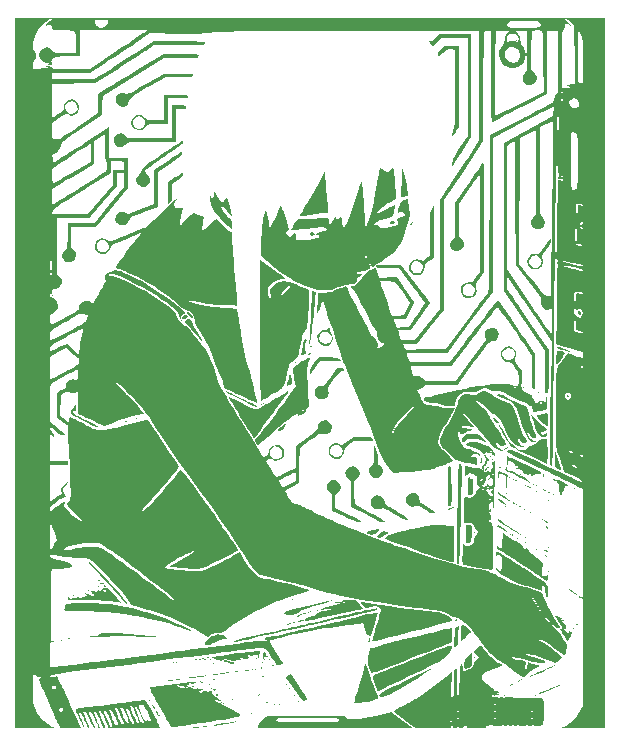
<source format=gbo>
G04 #@! TF.GenerationSoftware,KiCad,Pcbnew,6.0.2+dfsg-1*
G04 #@! TF.CreationDate,2023-05-23T14:21:46-03:00*
G04 #@! TF.ProjectId,pedal,70656461-6c2e-46b6-9963-61645f706362,rev?*
G04 #@! TF.SameCoordinates,Original*
G04 #@! TF.FileFunction,Legend,Bot*
G04 #@! TF.FilePolarity,Positive*
%FSLAX46Y46*%
G04 Gerber Fmt 4.6, Leading zero omitted, Abs format (unit mm)*
G04 Created by KiCad (PCBNEW 6.0.2+dfsg-1) date 2023-05-23 14:21:46*
%MOMM*%
%LPD*%
G01*
G04 APERTURE LIST*
G04 APERTURE END LIST*
G36*
X71631460Y-77706794D02*
G01*
X71634752Y-78054961D01*
X71640493Y-78327685D01*
X71648322Y-78505554D01*
X71657881Y-78569158D01*
X71666831Y-78566469D01*
X71761493Y-78516993D01*
X71931738Y-78418022D01*
X72148331Y-78286412D01*
X72302806Y-78189608D01*
X72470342Y-78073206D01*
X72560973Y-77979852D01*
X72598153Y-77882155D01*
X72605334Y-77752729D01*
X72605751Y-77727429D01*
X72613539Y-77694306D01*
X72744556Y-77694306D01*
X72778641Y-77921521D01*
X72943782Y-78128742D01*
X73132802Y-78257965D01*
X73313251Y-78292024D01*
X73505334Y-78221056D01*
X73695205Y-78061064D01*
X73796390Y-77844890D01*
X73780103Y-77613964D01*
X73641697Y-77396383D01*
X73524014Y-77304356D01*
X73293542Y-77229213D01*
X73065285Y-77264104D01*
X72876839Y-77408435D01*
X72842320Y-77455621D01*
X72744556Y-77694306D01*
X72613539Y-77694306D01*
X72669723Y-77455367D01*
X72822664Y-77247643D01*
X73035911Y-77115805D01*
X73280807Y-77071402D01*
X73528692Y-77125983D01*
X73750905Y-77291097D01*
X73823544Y-77385550D01*
X73926026Y-77636861D01*
X73924256Y-77844890D01*
X73923902Y-77886451D01*
X73834193Y-78112328D01*
X73673918Y-78292503D01*
X73460097Y-78404986D01*
X73209751Y-78427788D01*
X72939899Y-78338919D01*
X72920976Y-78328678D01*
X72841612Y-78298689D01*
X72755957Y-78304585D01*
X72638544Y-78356936D01*
X72463903Y-78466313D01*
X72206566Y-78643286D01*
X71638667Y-79039472D01*
X71638667Y-80363520D01*
X71838667Y-80404853D01*
X72002444Y-80436228D01*
X72138883Y-80457785D01*
X72153614Y-80454585D01*
X72265302Y-80397428D01*
X72467080Y-80276159D01*
X72744509Y-80100052D01*
X73083149Y-79878383D01*
X73468560Y-79620425D01*
X73886300Y-79335455D01*
X75533501Y-78201526D01*
X75536084Y-77399205D01*
X75538667Y-76596883D01*
X76322000Y-76122809D01*
X76448335Y-76046238D01*
X76753229Y-75860974D01*
X77139842Y-75625640D01*
X77587529Y-75352818D01*
X78075647Y-75055093D01*
X78583551Y-74745046D01*
X79090596Y-74435262D01*
X81075859Y-73221789D01*
X82581062Y-73221789D01*
X82748867Y-73221858D01*
X83197362Y-73223300D01*
X83532645Y-73227454D01*
X83770000Y-73235424D01*
X83924709Y-73248312D01*
X84012056Y-73267221D01*
X84047326Y-73293256D01*
X84045800Y-73327519D01*
X84027324Y-73382607D01*
X84005334Y-73494625D01*
X84000738Y-73499874D01*
X83904328Y-73518407D01*
X83695246Y-73534260D01*
X83389829Y-73546712D01*
X83004413Y-73555044D01*
X82555334Y-73558536D01*
X81105334Y-73561072D01*
X75905334Y-76748534D01*
X75872000Y-77557560D01*
X75838667Y-78366585D01*
X74105334Y-79559955D01*
X73859207Y-79729480D01*
X73426222Y-80028729D01*
X73086327Y-80266474D01*
X72828068Y-80452101D01*
X72639990Y-80594993D01*
X72510637Y-80704535D01*
X72428555Y-80790113D01*
X72382288Y-80861111D01*
X72360381Y-80926914D01*
X72351379Y-80996906D01*
X72304422Y-81174714D01*
X72169878Y-81395658D01*
X71985531Y-81570408D01*
X71787892Y-81656240D01*
X71711586Y-81674864D01*
X71667268Y-81727682D01*
X71657232Y-81846488D01*
X71672000Y-82064687D01*
X71703949Y-82435959D01*
X71705334Y-82452059D01*
X72172000Y-82169989D01*
X72257862Y-82117329D01*
X72484886Y-81975416D01*
X72796433Y-81778616D01*
X73175044Y-81538033D01*
X73603260Y-81264774D01*
X74063620Y-80969943D01*
X74538667Y-80664645D01*
X76438667Y-79441369D01*
X76474819Y-82044947D01*
X78072000Y-82044947D01*
X78072000Y-84552944D01*
X75372000Y-87852352D01*
X74305334Y-87872992D01*
X73238667Y-87893631D01*
X73220100Y-88733652D01*
X73201532Y-89573673D01*
X73436766Y-89816523D01*
X73538679Y-89930657D01*
X73642903Y-90108230D01*
X73672000Y-90299672D01*
X73669134Y-90361518D01*
X73594082Y-90595697D01*
X73439141Y-90760053D01*
X73233770Y-90851449D01*
X73007426Y-90866751D01*
X72789569Y-90802821D01*
X72609657Y-90656526D01*
X72497148Y-90424728D01*
X72491116Y-90268765D01*
X72550862Y-90055521D01*
X72662461Y-89870502D01*
X72801538Y-89766418D01*
X72838540Y-89751990D01*
X72879033Y-89716896D01*
X72906837Y-89647046D01*
X72924326Y-89522656D01*
X72933877Y-89323941D01*
X72937866Y-89031114D01*
X72938667Y-88624390D01*
X72938667Y-87526000D01*
X74088667Y-87524188D01*
X75238667Y-87522377D01*
X76485813Y-86003530D01*
X77732958Y-84484684D01*
X77735813Y-83899816D01*
X77738667Y-83314947D01*
X77138667Y-83314947D01*
X77137309Y-83866395D01*
X77135950Y-84417842D01*
X75967515Y-85771395D01*
X74943331Y-86957842D01*
X74799080Y-87124947D01*
X72005334Y-87124947D01*
X72005334Y-91817101D01*
X72201515Y-92000845D01*
X72305289Y-92115264D01*
X72429556Y-92366075D01*
X72436835Y-92613768D01*
X72335319Y-92833714D01*
X72133199Y-93001281D01*
X71838667Y-93091837D01*
X71734180Y-93113528D01*
X71647801Y-93185926D01*
X71609223Y-93346494D01*
X71595631Y-93447662D01*
X71580366Y-93508074D01*
X71563337Y-93453158D01*
X71535903Y-93274421D01*
X71528000Y-93221060D01*
X71508213Y-93108152D01*
X71496081Y-93101071D01*
X71488667Y-93209101D01*
X71483034Y-93441526D01*
X71482584Y-93467132D01*
X71485308Y-93705945D01*
X71503715Y-93818057D01*
X71538667Y-93809158D01*
X71581265Y-93757651D01*
X71604313Y-93792447D01*
X71617333Y-93832237D01*
X71708517Y-93876000D01*
X71720199Y-93876967D01*
X71838767Y-93934274D01*
X71975184Y-94052866D01*
X72071223Y-94186763D01*
X72145239Y-94445290D01*
X72103133Y-94706396D01*
X71946100Y-94933905D01*
X71826083Y-95044453D01*
X71675743Y-95175069D01*
X71588360Y-95230548D01*
X71542727Y-95222132D01*
X71517639Y-95161064D01*
X71509146Y-95154505D01*
X71498273Y-95240711D01*
X71491081Y-95423585D01*
X71488813Y-95680737D01*
X71490539Y-95859537D01*
X71497219Y-96058291D01*
X71507639Y-96163264D01*
X71520466Y-96154506D01*
X71523586Y-96138597D01*
X71558308Y-96048582D01*
X71605845Y-96082619D01*
X71627720Y-96097368D01*
X71708052Y-96088146D01*
X71853362Y-96031196D01*
X72075715Y-95920803D01*
X72387170Y-95751249D01*
X72799792Y-95516819D01*
X73173389Y-95300665D01*
X73469577Y-95124750D01*
X73678355Y-94992417D01*
X73814688Y-94892653D01*
X73893542Y-94814445D01*
X73929880Y-94746779D01*
X73938667Y-94678642D01*
X73940565Y-94639184D01*
X74019113Y-94410252D01*
X74185356Y-94218584D01*
X74401280Y-94110840D01*
X74535612Y-94104244D01*
X74742089Y-94150864D01*
X74922670Y-94242993D01*
X75023648Y-94359199D01*
X75028630Y-94369371D01*
X75082703Y-94360324D01*
X75166697Y-94243631D01*
X75191737Y-94199137D01*
X75294796Y-94016490D01*
X75432505Y-93772837D01*
X75582156Y-93508368D01*
X75711773Y-93278993D01*
X75918126Y-92910599D01*
X76065644Y-92641115D01*
X76159885Y-92459586D01*
X76206409Y-92355058D01*
X76210774Y-92316577D01*
X76178540Y-92333190D01*
X76117231Y-92375229D01*
X76080128Y-92348296D01*
X76072000Y-92210093D01*
X76090543Y-92104684D01*
X76338667Y-92104684D01*
X76372000Y-92138105D01*
X76405334Y-92104684D01*
X76372000Y-92071263D01*
X76338667Y-92104684D01*
X76090543Y-92104684D01*
X76096001Y-92073656D01*
X76199705Y-91879441D01*
X76352694Y-91729613D01*
X76518970Y-91667842D01*
X76636044Y-91644474D01*
X76801559Y-91575020D01*
X76864903Y-91547621D01*
X77002917Y-91528871D01*
X77184787Y-91552991D01*
X77424906Y-91624655D01*
X77737664Y-91748537D01*
X78137454Y-91929311D01*
X78638667Y-92171651D01*
X79220782Y-92473599D01*
X80385120Y-93163528D01*
X81520330Y-93948503D01*
X82590173Y-94804380D01*
X82941678Y-95107261D01*
X82775182Y-95194727D01*
X82730780Y-95219832D01*
X82565258Y-95366020D01*
X82507010Y-95525868D01*
X82566687Y-95674850D01*
X82631388Y-95759720D01*
X82671669Y-95853105D01*
X82651480Y-95884133D01*
X82591901Y-95832634D01*
X82511823Y-95718883D01*
X82430493Y-95574120D01*
X82367158Y-95429583D01*
X82341065Y-95316511D01*
X82341055Y-95315788D01*
X82308848Y-95170150D01*
X82203523Y-95010020D01*
X82005829Y-94806084D01*
X81809413Y-94634451D01*
X81422244Y-94337686D01*
X80949059Y-94010229D01*
X80412073Y-93665021D01*
X79833498Y-93314997D01*
X79235549Y-92973096D01*
X78640440Y-92652256D01*
X78070383Y-92365415D01*
X77547593Y-92125510D01*
X77094284Y-91945479D01*
X76901386Y-91878074D01*
X76710114Y-91818296D01*
X76596036Y-91799589D01*
X76531001Y-91818537D01*
X76486860Y-91871720D01*
X76470477Y-91899409D01*
X76459420Y-91971056D01*
X76559973Y-91988492D01*
X76716647Y-92005051D01*
X77039640Y-92090408D01*
X77078043Y-92104684D01*
X77444250Y-92240820D01*
X77914666Y-92447782D01*
X78435077Y-92702788D01*
X78989671Y-92997333D01*
X79562638Y-93322911D01*
X80138166Y-93671015D01*
X80700443Y-94033141D01*
X81233658Y-94400783D01*
X81722000Y-94765434D01*
X81765741Y-94799797D01*
X81962135Y-94963004D01*
X82074982Y-95084571D01*
X82126439Y-95194043D01*
X82136300Y-95296395D01*
X82138667Y-95320966D01*
X82139292Y-95351790D01*
X82170078Y-95504692D01*
X82263330Y-95659032D01*
X82441298Y-95853998D01*
X82593984Y-95994857D01*
X82781306Y-96139969D01*
X82924631Y-96220893D01*
X82962331Y-96237507D01*
X83122055Y-96355741D01*
X83213322Y-96460398D01*
X83267529Y-96522557D01*
X83274959Y-96533351D01*
X83406652Y-96708375D01*
X83588750Y-96932163D01*
X83784196Y-97159060D01*
X83829050Y-97209936D01*
X83986648Y-97397225D01*
X84097060Y-97542065D01*
X84138667Y-97616556D01*
X84142484Y-97633414D01*
X84202711Y-97738628D01*
X84312902Y-97883354D01*
X84625289Y-98308111D01*
X84989870Y-98966011D01*
X85005564Y-99004469D01*
X85304074Y-99735960D01*
X85564217Y-100609937D01*
X85582124Y-100674087D01*
X85696281Y-100976311D01*
X85870111Y-101340750D01*
X86087184Y-101732147D01*
X86248679Y-102005216D01*
X86416539Y-102290787D01*
X86555244Y-102528561D01*
X86645183Y-102685052D01*
X86686556Y-102756827D01*
X86814081Y-102971398D01*
X86992408Y-103266515D01*
X87208245Y-103620587D01*
X87448299Y-104012020D01*
X87699280Y-104419224D01*
X87947895Y-104820605D01*
X88180853Y-105194572D01*
X88384861Y-105519533D01*
X88546628Y-105773895D01*
X88624058Y-105894980D01*
X88814322Y-106197004D01*
X88992240Y-106484856D01*
X89127490Y-106709684D01*
X89231498Y-106886569D01*
X89347557Y-107082794D01*
X89424198Y-107211000D01*
X89477081Y-107299095D01*
X89515805Y-107366323D01*
X89518787Y-107368204D01*
X89593192Y-107346429D01*
X89732472Y-107281054D01*
X89736586Y-107278909D01*
X89892127Y-107158439D01*
X89938667Y-107004363D01*
X89955497Y-106897281D01*
X90092220Y-106897281D01*
X90104674Y-107134061D01*
X90235637Y-107347722D01*
X90288922Y-107395266D01*
X90509152Y-107500616D01*
X90736371Y-107499551D01*
X90938449Y-107404926D01*
X91083258Y-107229596D01*
X91138667Y-106986417D01*
X91084896Y-106760381D01*
X90943931Y-106581237D01*
X90749274Y-106470085D01*
X90534425Y-106445983D01*
X90332890Y-106527994D01*
X90194655Y-106667900D01*
X90092220Y-106897281D01*
X89955497Y-106897281D01*
X89973501Y-106782729D01*
X90114381Y-106538001D01*
X90340505Y-106372147D01*
X90627129Y-106310118D01*
X90880280Y-106358678D01*
X91090120Y-106502787D01*
X91226333Y-106713391D01*
X91277311Y-106961081D01*
X91272761Y-106986417D01*
X91231446Y-107216449D01*
X91077129Y-107450089D01*
X90993999Y-107520191D01*
X90741863Y-107631732D01*
X90469989Y-107641573D01*
X90224674Y-107544585D01*
X90202202Y-107529343D01*
X90066124Y-107478690D01*
X89909840Y-107521893D01*
X89792371Y-107588727D01*
X89738667Y-107648105D01*
X89738804Y-107651133D01*
X89750709Y-107688598D01*
X89788222Y-107762596D01*
X89860364Y-107888487D01*
X89976157Y-108081631D01*
X90144623Y-108357387D01*
X90374784Y-108731117D01*
X90401013Y-108773947D01*
X90477530Y-108893996D01*
X90548587Y-108969719D01*
X90635136Y-108998882D01*
X90758133Y-108979250D01*
X90938529Y-108908589D01*
X91197278Y-108784666D01*
X91555334Y-108605247D01*
X92272001Y-108245936D01*
X92272000Y-107324851D01*
X92272000Y-106403767D01*
X93188667Y-105735874D01*
X93520862Y-105492820D01*
X93763617Y-105309981D01*
X93929749Y-105173644D01*
X94035084Y-105067906D01*
X94095449Y-104976862D01*
X94126667Y-104884609D01*
X94144566Y-104775243D01*
X94158966Y-104692214D01*
X94267128Y-104438025D01*
X94460280Y-104286644D01*
X94740127Y-104236526D01*
X94835309Y-104240758D01*
X95009913Y-104296161D01*
X95166074Y-104442181D01*
X95301909Y-104652204D01*
X95327752Y-104859163D01*
X95241811Y-105099378D01*
X95223955Y-105131494D01*
X95040498Y-105321104D01*
X94796992Y-105409114D01*
X94531644Y-105380403D01*
X94475057Y-105362439D01*
X94395203Y-105351898D01*
X94305115Y-105370281D01*
X94185298Y-105427564D01*
X94016258Y-105533721D01*
X93778499Y-105698728D01*
X93452528Y-105932559D01*
X92584541Y-106558508D01*
X92578271Y-108044025D01*
X92574240Y-108999026D01*
X92572000Y-109529541D01*
X91974023Y-109861050D01*
X91794040Y-109961316D01*
X91572903Y-110086079D01*
X91417122Y-110175950D01*
X91352458Y-110216208D01*
X91353383Y-110228142D01*
X91401801Y-110324559D01*
X91504329Y-110493769D01*
X91645019Y-110708915D01*
X91704309Y-110795339D01*
X91890758Y-111037224D01*
X92057612Y-111193781D01*
X92233250Y-111293203D01*
X92326091Y-111332440D01*
X92583622Y-111440824D01*
X92838667Y-111547689D01*
X92969175Y-111605250D01*
X93216088Y-111719567D01*
X93533495Y-111870079D01*
X93894448Y-112043988D01*
X94272000Y-112228495D01*
X94573325Y-112375218D01*
X94951205Y-112554964D01*
X95296103Y-112714572D01*
X95579281Y-112840787D01*
X95772000Y-112920353D01*
X95948408Y-112988011D01*
X96274695Y-113117580D01*
X96572000Y-113240172D01*
X96819060Y-113344586D01*
X97508601Y-113632004D01*
X98121434Y-113879926D01*
X98690874Y-114101092D01*
X99250237Y-114308241D01*
X99832841Y-114514113D01*
X100472000Y-114731447D01*
X100526648Y-114749831D01*
X100780115Y-114836060D01*
X101111767Y-114949861D01*
X101484781Y-115078571D01*
X101862337Y-115209529D01*
X102549018Y-115446443D01*
X103380109Y-115726040D01*
X104120265Y-115964919D01*
X104788303Y-116168321D01*
X105403040Y-116341485D01*
X105983294Y-116489652D01*
X106547883Y-116618062D01*
X107115624Y-116731954D01*
X107705334Y-116836568D01*
X107834566Y-116858622D01*
X108225233Y-116934237D01*
X108539555Y-117017072D01*
X108821551Y-117122888D01*
X109115242Y-117267447D01*
X109464645Y-117466510D01*
X109549258Y-117514553D01*
X109908900Y-117693299D01*
X110348620Y-117883762D01*
X110829937Y-118071459D01*
X111314370Y-118241903D01*
X111763441Y-118380609D01*
X112138667Y-118473092D01*
X112266528Y-118502490D01*
X112550478Y-118588091D01*
X112791172Y-118684133D01*
X112818080Y-118697526D01*
X112954267Y-118782279D01*
X113074798Y-118897634D01*
X113191557Y-119062727D01*
X113316429Y-119296693D01*
X113461296Y-119618666D01*
X113638042Y-120047783D01*
X113756729Y-120324425D01*
X114084979Y-120931311D01*
X114486724Y-121471066D01*
X114582314Y-121592234D01*
X114631768Y-121704156D01*
X114601089Y-121787707D01*
X114592359Y-121798011D01*
X114545206Y-121837638D01*
X114486531Y-121841010D01*
X114399115Y-121797162D01*
X114265743Y-121695131D01*
X114069197Y-121523955D01*
X113792261Y-121272670D01*
X113666115Y-121155850D01*
X113422571Y-120912423D01*
X113232421Y-120682817D01*
X113060385Y-120421456D01*
X112871185Y-120082762D01*
X112827086Y-120000761D01*
X112609528Y-119618962D01*
X112438483Y-119362238D01*
X112313848Y-119230449D01*
X112235519Y-119223455D01*
X112231741Y-119232843D01*
X112265456Y-119319176D01*
X112360448Y-119451422D01*
X112409370Y-119516392D01*
X112534677Y-119707942D01*
X112686164Y-119960926D01*
X112841112Y-120238159D01*
X112878105Y-120306009D01*
X113102317Y-120672501D01*
X113349658Y-120986449D01*
X113666249Y-121307633D01*
X114044689Y-121668157D01*
X114370452Y-121989501D01*
X114608934Y-122238648D01*
X114755454Y-122410697D01*
X114805334Y-122500746D01*
X114831863Y-122568703D01*
X114919048Y-122717126D01*
X115045944Y-122904511D01*
X115169529Y-123084456D01*
X115237548Y-123220750D01*
X115248595Y-123337859D01*
X115215906Y-123480652D01*
X115212783Y-123491328D01*
X115153312Y-123710523D01*
X115107359Y-123904816D01*
X115062014Y-124031175D01*
X114999409Y-124088631D01*
X114894496Y-124048297D01*
X114714698Y-123938085D01*
X114486598Y-123776466D01*
X114236261Y-123581917D01*
X113989749Y-123372911D01*
X113726274Y-123166661D01*
X113429841Y-122986152D01*
X113151867Y-122863722D01*
X112929206Y-122818631D01*
X112927257Y-122818635D01*
X112833728Y-122839409D01*
X112848924Y-122890198D01*
X112956501Y-122955434D01*
X113140120Y-123019550D01*
X113312767Y-123093791D01*
X113548380Y-123240905D01*
X113787305Y-123428234D01*
X114015153Y-123619117D01*
X114272001Y-123818666D01*
X114488667Y-123972019D01*
X114620052Y-124063742D01*
X114753595Y-124175706D01*
X114805334Y-124247101D01*
X114780338Y-124320339D01*
X114672206Y-124458253D01*
X114515486Y-124600631D01*
X114350905Y-124712042D01*
X114219189Y-124757053D01*
X114203425Y-124756191D01*
X114051885Y-124719348D01*
X113830827Y-124639016D01*
X113582267Y-124530162D01*
X113295077Y-124401552D01*
X112964115Y-124266716D01*
X112677657Y-124162531D01*
X112534686Y-124120143D01*
X112280649Y-124063571D01*
X112042207Y-124029968D01*
X111847849Y-124021500D01*
X111726062Y-124040333D01*
X111705334Y-124088631D01*
X111710329Y-124095020D01*
X111811273Y-124137920D01*
X111978086Y-124155474D01*
X112127306Y-124175676D01*
X112376121Y-124240586D01*
X112667106Y-124335828D01*
X112958527Y-124446499D01*
X113208646Y-124557697D01*
X113375728Y-124654519D01*
X113397592Y-124673905D01*
X113400333Y-124727992D01*
X113301980Y-124758402D01*
X113125908Y-124766248D01*
X112895489Y-124752645D01*
X112634097Y-124718706D01*
X112365104Y-124665545D01*
X112111884Y-124594278D01*
X111831565Y-124509789D01*
X111492745Y-124425459D01*
X111200130Y-124369597D01*
X110989424Y-124335389D01*
X110780557Y-124293250D01*
X110655334Y-124257852D01*
X110586183Y-124240309D01*
X110538667Y-124283439D01*
X110579826Y-124355910D01*
X110716463Y-124423996D01*
X110961169Y-124489722D01*
X111326501Y-124557456D01*
X111403549Y-124570484D01*
X111638309Y-124620623D01*
X111758865Y-124670505D01*
X111780410Y-124725762D01*
X111726926Y-124906171D01*
X111696671Y-125091957D01*
X111695794Y-125234720D01*
X111728227Y-125291789D01*
X111742066Y-125287511D01*
X111798801Y-125201944D01*
X111844402Y-125041131D01*
X111851944Y-125000456D01*
X111887420Y-124835465D01*
X111914760Y-124745637D01*
X111962273Y-124738999D01*
X112104803Y-124767328D01*
X112304339Y-124829190D01*
X112458548Y-124878696D01*
X112683714Y-124935471D01*
X112845165Y-124957579D01*
X112896188Y-124960202D01*
X112970306Y-124995268D01*
X112936744Y-125060601D01*
X112807963Y-125142657D01*
X112596423Y-125227896D01*
X112419069Y-125312329D01*
X112186730Y-125464228D01*
X111963997Y-125644964D01*
X111846378Y-125751963D01*
X111700629Y-125873033D01*
X111596948Y-125926002D01*
X111500031Y-125925261D01*
X111374573Y-125885200D01*
X111279100Y-125837841D01*
X111081328Y-125709290D01*
X110840572Y-125530036D01*
X110589378Y-125323365D01*
X110439229Y-125198736D01*
X110138491Y-124972336D01*
X109841118Y-124773221D01*
X109593808Y-124633738D01*
X109350441Y-124496543D01*
X109097888Y-124306536D01*
X108829962Y-124053633D01*
X108533862Y-123724600D01*
X108196790Y-123306203D01*
X107805946Y-122785210D01*
X107802526Y-122780538D01*
X107377557Y-122229074D01*
X106973939Y-121762166D01*
X106599322Y-121386819D01*
X106261356Y-121110041D01*
X105967689Y-120938836D01*
X105725971Y-120880210D01*
X105603307Y-120849801D01*
X105407243Y-120763294D01*
X105187055Y-120640356D01*
X105093049Y-120582266D01*
X104989342Y-120522127D01*
X104885702Y-120472781D01*
X104765579Y-120430822D01*
X104612426Y-120392849D01*
X104409693Y-120355456D01*
X104140832Y-120315241D01*
X103789296Y-120268798D01*
X103338535Y-120212726D01*
X102772000Y-120143619D01*
X102441060Y-120101784D01*
X101884531Y-120027148D01*
X101247091Y-119937878D01*
X100558269Y-119838368D01*
X99847596Y-119733012D01*
X99144605Y-119626202D01*
X98478825Y-119522333D01*
X97879788Y-119425798D01*
X97377025Y-119340990D01*
X97010932Y-119274476D01*
X96565014Y-119185418D01*
X96098699Y-119082717D01*
X95594194Y-118961939D01*
X95033709Y-118818646D01*
X94399454Y-118648404D01*
X93673636Y-118446774D01*
X92838466Y-118209322D01*
X92688062Y-118166857D01*
X92175955Y-118029268D01*
X91617475Y-117887591D01*
X91070569Y-117756270D01*
X90593179Y-117649743D01*
X90328308Y-117592213D01*
X89959745Y-117506646D01*
X89639815Y-117426027D01*
X89395906Y-117357357D01*
X89255406Y-117307642D01*
X89059019Y-117188432D01*
X88822068Y-116977502D01*
X88565368Y-116677172D01*
X88279126Y-116275814D01*
X87953551Y-115761802D01*
X87797543Y-115509836D01*
X87537264Y-115102433D01*
X87243707Y-114654050D01*
X86942415Y-114203592D01*
X86658929Y-113789960D01*
X86406862Y-113425945D01*
X86160572Y-113066815D01*
X85939459Y-112741070D01*
X85760706Y-112474027D01*
X85641495Y-112291000D01*
X85597959Y-112222822D01*
X85480414Y-112045008D01*
X85334511Y-111832654D01*
X85152805Y-111575466D01*
X84927850Y-111263152D01*
X84652201Y-110885421D01*
X84318412Y-110431979D01*
X83919039Y-109892533D01*
X83480234Y-109302007D01*
X90806354Y-109302007D01*
X90823394Y-109373468D01*
X90895638Y-109503044D01*
X90988046Y-109661980D01*
X91050552Y-109801131D01*
X91055343Y-109815574D01*
X91094208Y-109883756D01*
X91162166Y-109904668D01*
X91280671Y-109873173D01*
X91471174Y-109784136D01*
X91755128Y-109632417D01*
X92271589Y-109349947D01*
X92271795Y-108999026D01*
X92267962Y-108863304D01*
X92249905Y-108708365D01*
X92222000Y-108648000D01*
X92163729Y-108668802D01*
X92010555Y-108734420D01*
X91793708Y-108831368D01*
X91543297Y-108945759D01*
X91289432Y-109063708D01*
X91062221Y-109171328D01*
X90891772Y-109254734D01*
X90808195Y-109300040D01*
X90806354Y-109302007D01*
X83480234Y-109302007D01*
X83446636Y-109256792D01*
X83296274Y-109053643D01*
X82806058Y-108378689D01*
X82291088Y-107652728D01*
X81769177Y-106901813D01*
X81258138Y-106151998D01*
X80775787Y-105429335D01*
X80339935Y-104759880D01*
X79968398Y-104169684D01*
X79908858Y-104073188D01*
X79712429Y-103761541D01*
X79537042Y-103500339D01*
X79363224Y-103265675D01*
X79171504Y-103033644D01*
X78942409Y-102780340D01*
X78656467Y-102481857D01*
X78294206Y-102114289D01*
X78265444Y-102085315D01*
X77894384Y-101714347D01*
X77605300Y-101432332D01*
X77389120Y-101231671D01*
X77236772Y-101104766D01*
X77139184Y-101044018D01*
X77087284Y-101041830D01*
X77072000Y-101090601D01*
X77105623Y-101141047D01*
X77221178Y-101272328D01*
X77404275Y-101466117D01*
X77639518Y-101706174D01*
X77911514Y-101976259D01*
X78009374Y-102072856D01*
X78319885Y-102387474D01*
X78614965Y-102697745D01*
X78881412Y-102988702D01*
X79106021Y-103245377D01*
X79275589Y-103452800D01*
X79376912Y-103596005D01*
X79396787Y-103660023D01*
X79340646Y-103678469D01*
X79186063Y-103717321D01*
X78972000Y-103765758D01*
X78780875Y-103810885D01*
X78416341Y-103908343D01*
X77996781Y-104030130D01*
X77559048Y-104164804D01*
X77139995Y-104300921D01*
X76776472Y-104427037D01*
X76505334Y-104531710D01*
X76305467Y-104612585D01*
X76125596Y-104677391D01*
X76026946Y-104702834D01*
X76019506Y-104701993D01*
X75914404Y-104664901D01*
X75719544Y-104580927D01*
X75459858Y-104461179D01*
X75160280Y-104316763D01*
X75146521Y-104309998D01*
X74820946Y-104150696D01*
X74512098Y-104000895D01*
X74254257Y-103877147D01*
X74081704Y-103796004D01*
X73791407Y-103662903D01*
X73801567Y-102707100D01*
X73811727Y-101751298D01*
X73660363Y-101857596D01*
X73554025Y-101918483D01*
X73319417Y-101955650D01*
X73085864Y-101859160D01*
X73033800Y-101824821D01*
X72941405Y-101793146D01*
X72830864Y-101819806D01*
X72654364Y-101910488D01*
X72372000Y-102066551D01*
X72335020Y-103884545D01*
X72520177Y-104002346D01*
X72524094Y-104004850D01*
X72707347Y-104137761D01*
X72888667Y-104291106D01*
X73072000Y-104462064D01*
X73072000Y-104226751D01*
X73072235Y-104202305D01*
X73086595Y-104038047D01*
X73116375Y-103946948D01*
X73116733Y-103946619D01*
X73191004Y-103960315D01*
X73356881Y-104028255D01*
X73590094Y-104139554D01*
X73866375Y-104283328D01*
X74223296Y-104475096D01*
X74604266Y-104676162D01*
X74899844Y-104826028D01*
X75127572Y-104932810D01*
X75304988Y-105004623D01*
X75449635Y-105049585D01*
X75579051Y-105075811D01*
X75792725Y-105080269D01*
X76106509Y-105048769D01*
X76490491Y-104986367D01*
X76916253Y-104898348D01*
X77355373Y-104789997D01*
X77779431Y-104666600D01*
X77870218Y-104638344D01*
X78200068Y-104542888D01*
X78551059Y-104450275D01*
X78898282Y-104366083D01*
X79216826Y-104295890D01*
X79481779Y-104245273D01*
X79668233Y-104219811D01*
X79751276Y-104225081D01*
X79752050Y-104225882D01*
X79804267Y-104298453D01*
X79916153Y-104464302D01*
X80075650Y-104705219D01*
X80270697Y-105002995D01*
X80489237Y-105339421D01*
X80650205Y-105586574D01*
X80938681Y-106023524D01*
X81236450Y-106468396D01*
X81516523Y-106880972D01*
X81751914Y-107221036D01*
X81843935Y-107352103D01*
X82037808Y-107628968D01*
X82198771Y-107859826D01*
X82312158Y-108023612D01*
X82363303Y-108099258D01*
X82364428Y-108118617D01*
X82309655Y-108231956D01*
X82180141Y-108425237D01*
X81986982Y-108684981D01*
X81741275Y-108997707D01*
X81454114Y-109349934D01*
X81136597Y-109728182D01*
X80799818Y-110118971D01*
X80454874Y-110508820D01*
X80112860Y-110884250D01*
X79784873Y-111231779D01*
X79538730Y-111493201D01*
X79328850Y-111734918D01*
X79219283Y-111890693D01*
X79210467Y-111959970D01*
X79235374Y-111955457D01*
X79343677Y-111881313D01*
X79516660Y-111735047D01*
X79736935Y-111533495D01*
X79987120Y-111293494D01*
X80249827Y-111031881D01*
X80507672Y-110765492D01*
X80743270Y-110511166D01*
X80939236Y-110285737D01*
X81026217Y-110181207D01*
X81188887Y-109986253D01*
X81391518Y-109743756D01*
X81609125Y-109483631D01*
X81786721Y-109269953D01*
X82000150Y-109009417D01*
X82180127Y-108785712D01*
X82300251Y-108631395D01*
X82360895Y-108553380D01*
X82469827Y-108429568D01*
X82533193Y-108380737D01*
X82538520Y-108382433D01*
X82572177Y-108412502D01*
X82636029Y-108486301D01*
X82736140Y-108611854D01*
X82878571Y-108797183D01*
X83069386Y-109050314D01*
X83314645Y-109379267D01*
X83620413Y-109792067D01*
X83992751Y-110296738D01*
X84437721Y-110901302D01*
X84595123Y-111119308D01*
X84823680Y-111442714D01*
X85095939Y-111832926D01*
X85395903Y-112266898D01*
X85707580Y-112721582D01*
X85735864Y-112763204D01*
X86014973Y-113173933D01*
X86053451Y-113230820D01*
X86336342Y-113648270D01*
X86600666Y-114037030D01*
X86797880Y-114326003D01*
X86835201Y-114380689D01*
X87028725Y-114662833D01*
X87170016Y-114867053D01*
X87247852Y-114976935D01*
X87277932Y-115018619D01*
X87368767Y-115160727D01*
X87405334Y-115246264D01*
X87401005Y-115254179D01*
X87314236Y-115315380D01*
X87131053Y-115419391D01*
X86871251Y-115556617D01*
X86554624Y-115717459D01*
X86200967Y-115892321D01*
X85830074Y-116071607D01*
X85461741Y-116245719D01*
X85115763Y-116405061D01*
X84811933Y-116540036D01*
X84570047Y-116641046D01*
X84409900Y-116698496D01*
X84259947Y-116734543D01*
X83943440Y-116783829D01*
X83643234Y-116803396D01*
X83581378Y-116802845D01*
X83336170Y-116793499D01*
X83037067Y-116774601D01*
X82710778Y-116748745D01*
X82384010Y-116718519D01*
X82083470Y-116686516D01*
X81835866Y-116655328D01*
X81667905Y-116627545D01*
X81606294Y-116605759D01*
X81643768Y-116568999D01*
X81770729Y-116484981D01*
X81956294Y-116377795D01*
X82396607Y-116131704D01*
X82798915Y-115896480D01*
X83136215Y-115688171D01*
X83397910Y-115513846D01*
X83573406Y-115380574D01*
X83652105Y-115295427D01*
X83623412Y-115265474D01*
X83603862Y-115270138D01*
X83480940Y-115323634D01*
X83271162Y-115427969D01*
X82995498Y-115571925D01*
X82674916Y-115744283D01*
X82330383Y-115933822D01*
X81982868Y-116129325D01*
X81653340Y-116319572D01*
X81539549Y-116388410D01*
X81336765Y-116523764D01*
X81201499Y-116632274D01*
X81158438Y-116695204D01*
X81159142Y-116697071D01*
X81245187Y-116750121D01*
X81449195Y-116803214D01*
X81756344Y-116854270D01*
X82151811Y-116901209D01*
X82620774Y-116941951D01*
X83148411Y-116974418D01*
X83314158Y-116982405D01*
X83675684Y-116995739D01*
X83944201Y-116996393D01*
X84148713Y-116982917D01*
X84318226Y-116953862D01*
X84481744Y-116907778D01*
X84526060Y-116892645D01*
X84767050Y-116797032D01*
X85092222Y-116654147D01*
X85474986Y-116476735D01*
X85888751Y-116277542D01*
X86306926Y-116069313D01*
X86702921Y-115864792D01*
X87050144Y-115676725D01*
X87528288Y-115409321D01*
X87913115Y-116055950D01*
X88227382Y-116543889D01*
X88549832Y-116961373D01*
X88856368Y-117273081D01*
X89137026Y-117467520D01*
X89175472Y-117484992D01*
X89379769Y-117556160D01*
X89653783Y-117631498D01*
X89949290Y-117697361D01*
X89974568Y-117702326D01*
X90345702Y-117781630D01*
X90817630Y-117892837D01*
X91397069Y-118037620D01*
X92090732Y-118217656D01*
X92905334Y-118434619D01*
X93061264Y-118478757D01*
X93267976Y-118546528D01*
X93390152Y-118599830D01*
X93405334Y-118629893D01*
X93402687Y-118630783D01*
X93296339Y-118664822D01*
X93092497Y-118728845D01*
X92819412Y-118814015D01*
X92505334Y-118911490D01*
X91693474Y-119182752D01*
X90807069Y-119524676D01*
X90686766Y-119571082D01*
X89694722Y-120008140D01*
X88740990Y-120482044D01*
X87849220Y-120980914D01*
X87043060Y-121492866D01*
X86346158Y-122006020D01*
X86306718Y-122037332D01*
X86120449Y-122164593D01*
X85958281Y-122220252D01*
X85762728Y-122225982D01*
X85659255Y-122227905D01*
X85416557Y-122268530D01*
X85169108Y-122345244D01*
X84962773Y-122442200D01*
X84843418Y-122543556D01*
X84797307Y-122559038D01*
X84652207Y-122504304D01*
X84418148Y-122360250D01*
X84225712Y-122234895D01*
X83709376Y-121933063D01*
X83106615Y-121617919D01*
X82447207Y-121302799D01*
X81760931Y-121001039D01*
X81077564Y-120725975D01*
X80426883Y-120490943D01*
X79838667Y-120309281D01*
X79376845Y-120181343D01*
X79014460Y-120076955D01*
X78744947Y-119991218D01*
X78550157Y-119916048D01*
X78411942Y-119843358D01*
X78312151Y-119765063D01*
X78232635Y-119673078D01*
X78155246Y-119559317D01*
X78089198Y-119461150D01*
X77874508Y-119171272D01*
X77600418Y-118830073D01*
X77281338Y-118453012D01*
X76931676Y-118055546D01*
X76565839Y-117653134D01*
X76198236Y-117261232D01*
X75843275Y-116895300D01*
X75515365Y-116570795D01*
X75228913Y-116303175D01*
X74998329Y-116107898D01*
X74838020Y-116000422D01*
X74710081Y-115945777D01*
X74523701Y-115897513D01*
X74289095Y-115875943D01*
X73964108Y-115875017D01*
X73868331Y-115875268D01*
X73532044Y-115861965D01*
X73126883Y-115831442D01*
X72693275Y-115788038D01*
X72271646Y-115736094D01*
X71902424Y-115679952D01*
X71626033Y-115623953D01*
X71555104Y-115608968D01*
X71483206Y-115628740D01*
X71482893Y-115740697D01*
X71519198Y-115840678D01*
X71638667Y-115918676D01*
X71765900Y-115938498D01*
X72197275Y-116023667D01*
X72579087Y-116126007D01*
X72897648Y-116239170D01*
X73139271Y-116356809D01*
X73290266Y-116472577D01*
X73336946Y-116580127D01*
X73265622Y-116673110D01*
X73238275Y-116686948D01*
X73062265Y-116735128D01*
X72788271Y-116776633D01*
X72444054Y-116807960D01*
X72057376Y-116825605D01*
X71835876Y-116835236D01*
X71663042Y-116851181D01*
X71585519Y-116869684D01*
X71584836Y-116871388D01*
X71578595Y-116957732D01*
X71571456Y-117164851D01*
X71563618Y-117481234D01*
X71555282Y-117895366D01*
X71546647Y-118395737D01*
X71537915Y-118970834D01*
X71529286Y-119609143D01*
X71520959Y-120299153D01*
X71513136Y-121029351D01*
X71471649Y-125155596D01*
X71755158Y-125121183D01*
X71770165Y-125119368D01*
X71987539Y-125093801D01*
X72274098Y-125060935D01*
X72572000Y-125027410D01*
X72774522Y-125003882D01*
X73090100Y-124965873D01*
X73491280Y-124916721D01*
X73954417Y-124859341D01*
X74455872Y-124796647D01*
X74972000Y-124731553D01*
X75389264Y-124678688D01*
X75967518Y-124605424D01*
X76544283Y-124532348D01*
X77086862Y-124463602D01*
X77562556Y-124403330D01*
X77938667Y-124355673D01*
X77965677Y-124352250D01*
X79349188Y-124174340D01*
X80768725Y-123986678D01*
X82272000Y-123782959D01*
X82608515Y-123737238D01*
X83044814Y-123678969D01*
X83451337Y-123625718D01*
X83793987Y-123581940D01*
X84038667Y-123552093D01*
X84242937Y-123527798D01*
X84598409Y-123484085D01*
X84992731Y-123434392D01*
X85372000Y-123385456D01*
X85627814Y-123352873D01*
X86054760Y-123301379D01*
X86473949Y-123253722D01*
X86823217Y-123217115D01*
X86925003Y-123206496D01*
X87299417Y-123158967D01*
X87677085Y-123100503D01*
X87989884Y-123041365D01*
X88098526Y-123020271D01*
X88439849Y-122972693D01*
X88824677Y-122938525D01*
X89188667Y-122924062D01*
X89443420Y-122919520D01*
X89712001Y-122904106D01*
X89850196Y-122878497D01*
X89857139Y-122842896D01*
X89731959Y-122797505D01*
X89682453Y-122779018D01*
X89633162Y-122712693D01*
X89685029Y-122647520D01*
X89820898Y-122618105D01*
X89855599Y-122614340D01*
X90013293Y-122586383D01*
X90275575Y-122534139D01*
X90625597Y-122461148D01*
X91046512Y-122370951D01*
X91521473Y-122267087D01*
X92033630Y-122153099D01*
X92281243Y-122097506D01*
X93016470Y-121932175D01*
X93639978Y-121791421D01*
X94165927Y-121671927D01*
X94608477Y-121570373D01*
X94981787Y-121483440D01*
X95300018Y-121407811D01*
X95577328Y-121340167D01*
X95827878Y-121277189D01*
X96065826Y-121215558D01*
X96305334Y-121151957D01*
X96374436Y-121133560D01*
X96732548Y-121041496D01*
X97127990Y-120944231D01*
X97539914Y-120846416D01*
X97947472Y-120752702D01*
X98329815Y-120667739D01*
X98666095Y-120596178D01*
X98935464Y-120542671D01*
X99117073Y-120511869D01*
X99190076Y-120508421D01*
X99191054Y-120520088D01*
X99170552Y-120628758D01*
X99121980Y-120828177D01*
X99052922Y-121091001D01*
X98970961Y-121389883D01*
X98883681Y-121697480D01*
X98798664Y-121986444D01*
X98723495Y-122229431D01*
X98665756Y-122399096D01*
X98658056Y-122419435D01*
X98613744Y-122502026D01*
X98546064Y-122504404D01*
X98409396Y-122432517D01*
X98352374Y-122396511D01*
X98251292Y-122296142D01*
X98178512Y-122141653D01*
X98112338Y-121893691D01*
X98061447Y-121684913D01*
X98012830Y-121513855D01*
X97981173Y-121435284D01*
X97979579Y-121434243D01*
X97893321Y-121432821D01*
X97695156Y-121449445D01*
X97403327Y-121481575D01*
X97036077Y-121526669D01*
X96611647Y-121582188D01*
X96148282Y-121645591D01*
X95664222Y-121714337D01*
X95177711Y-121785887D01*
X94706991Y-121857699D01*
X94270304Y-121927233D01*
X93885893Y-121991949D01*
X93572000Y-122049307D01*
X93455471Y-122072245D01*
X93080737Y-122149318D01*
X92652402Y-122241208D01*
X92193473Y-122342607D01*
X91726957Y-122448210D01*
X91275859Y-122552707D01*
X90863188Y-122650793D01*
X90511948Y-122737160D01*
X90245147Y-122806500D01*
X90085792Y-122853507D01*
X90071830Y-122858883D01*
X90042848Y-122882089D01*
X90039933Y-122927335D01*
X90070927Y-123009580D01*
X90143671Y-123143783D01*
X90266005Y-123344903D01*
X90445771Y-123627898D01*
X90690810Y-124007727D01*
X90776511Y-124140979D01*
X90949375Y-124415181D01*
X91085171Y-124638184D01*
X91171793Y-124789850D01*
X91197137Y-124850040D01*
X91194784Y-124851725D01*
X91111621Y-124887958D01*
X90960803Y-124942267D01*
X90861973Y-124972442D01*
X90776167Y-124976539D01*
X90694336Y-124934708D01*
X90596988Y-124830630D01*
X90464627Y-124647986D01*
X90277760Y-124370456D01*
X90203005Y-124259371D01*
X89977377Y-123940622D01*
X89795660Y-123719283D01*
X89641896Y-123580087D01*
X89500126Y-123507767D01*
X89354392Y-123487053D01*
X89215555Y-123495507D01*
X88969378Y-123519238D01*
X88641854Y-123555431D01*
X88258450Y-123601269D01*
X87844632Y-123653939D01*
X87501759Y-123698881D01*
X87019681Y-123762010D01*
X86549520Y-123823520D01*
X86131372Y-123878165D01*
X85805334Y-123920702D01*
X84675913Y-124067798D01*
X83347525Y-124240692D01*
X82131143Y-124398856D01*
X81015453Y-124543753D01*
X79989143Y-124676843D01*
X79040898Y-124799586D01*
X78159405Y-124913444D01*
X77333349Y-125019879D01*
X76551418Y-125120349D01*
X75802299Y-125216318D01*
X75074676Y-125309245D01*
X74357237Y-125400592D01*
X73638667Y-125491819D01*
X73593105Y-125497597D01*
X73016098Y-125571271D01*
X72556769Y-125631490D01*
X72201407Y-125680780D01*
X71936302Y-125721663D01*
X71747746Y-125756663D01*
X71622026Y-125788305D01*
X71545434Y-125819111D01*
X71504259Y-125851606D01*
X71484792Y-125888314D01*
X71487805Y-125936549D01*
X71567829Y-125958264D01*
X71753871Y-125945742D01*
X72053292Y-125911904D01*
X72238329Y-126286978D01*
X72244029Y-126298591D01*
X72326192Y-126471334D01*
X72453850Y-126745514D01*
X72495777Y-126836421D01*
X72618573Y-127102668D01*
X72811926Y-127524330D01*
X73025478Y-127992038D01*
X73250796Y-128487325D01*
X73354504Y-128716105D01*
X73479447Y-128991729D01*
X73703000Y-129486784D01*
X73913022Y-129954026D01*
X74070319Y-130304947D01*
X72340913Y-130304947D01*
X72181036Y-129987447D01*
X72155741Y-129936162D01*
X72044575Y-129697350D01*
X71913786Y-129401826D01*
X71786620Y-129101789D01*
X71704723Y-128908882D01*
X71654389Y-128794254D01*
X72226860Y-128794254D01*
X72269862Y-128860442D01*
X72388763Y-128896214D01*
X72525334Y-128821052D01*
X72593921Y-128716105D01*
X72586944Y-128611326D01*
X72488667Y-128568076D01*
X72353384Y-128591442D01*
X72239334Y-128675233D01*
X72226860Y-128794254D01*
X71654389Y-128794254D01*
X71562710Y-128585472D01*
X71390002Y-128200291D01*
X71201291Y-127786054D01*
X71011271Y-127375474D01*
X70999908Y-127351110D01*
X70834758Y-126989394D01*
X70783641Y-126872378D01*
X71618187Y-126872378D01*
X71678953Y-126968564D01*
X71733715Y-127000722D01*
X71837991Y-127018729D01*
X71936244Y-126932349D01*
X71982960Y-126836421D01*
X71942140Y-126735856D01*
X71799307Y-126695474D01*
X71759253Y-126699549D01*
X71652549Y-126765474D01*
X71618187Y-126872378D01*
X70783641Y-126872378D01*
X70694915Y-126669267D01*
X70588506Y-126410448D01*
X70523657Y-126232654D01*
X70508497Y-126155605D01*
X70552256Y-126121320D01*
X70679869Y-126093895D01*
X70752132Y-126080159D01*
X70772000Y-126027053D01*
X70698662Y-125982577D01*
X70550769Y-125960210D01*
X70424998Y-125935842D01*
X70288635Y-125828394D01*
X70219124Y-125754763D01*
X70105932Y-125735282D01*
X70081101Y-125751650D01*
X70049253Y-125812890D01*
X70027466Y-125932937D01*
X70014027Y-126130501D01*
X70007221Y-126424292D01*
X70005334Y-126833019D01*
X70005526Y-126932182D01*
X70018258Y-127527309D01*
X70055652Y-128015089D01*
X70124343Y-128417487D01*
X70230965Y-128756471D01*
X70382152Y-129054009D01*
X70584539Y-129332069D01*
X70844758Y-129612618D01*
X70919784Y-129685371D01*
X71278756Y-129979988D01*
X71615246Y-130160583D01*
X71972000Y-130297982D01*
X70222000Y-130301464D01*
X68472000Y-130304947D01*
X68472000Y-115211672D01*
X72675805Y-115211672D01*
X72698693Y-115246591D01*
X72769253Y-115253657D01*
X72907989Y-115232069D01*
X73135404Y-115181025D01*
X73472000Y-115099725D01*
X73623916Y-115066989D01*
X73975193Y-115012134D01*
X74364523Y-114972099D01*
X74758031Y-114948551D01*
X75121846Y-114943164D01*
X75422092Y-114957606D01*
X75624896Y-114993548D01*
X75682260Y-115014342D01*
X75817702Y-115075335D01*
X75984021Y-115165825D01*
X76189513Y-115291613D01*
X76442475Y-115458497D01*
X76751203Y-115672276D01*
X77123992Y-115938751D01*
X77569140Y-116263719D01*
X78094942Y-116652981D01*
X78709695Y-117112335D01*
X79421695Y-117647582D01*
X80069836Y-118134608D01*
X80622470Y-118546895D01*
X81078199Y-118883093D01*
X81441282Y-119146115D01*
X81715979Y-119338872D01*
X81906549Y-119464277D01*
X82017253Y-119525241D01*
X82052349Y-119524676D01*
X82016097Y-119465496D01*
X81912757Y-119350610D01*
X81809247Y-119251855D01*
X81588709Y-119060667D01*
X81284812Y-118809363D01*
X80911392Y-118508529D01*
X80482282Y-118168751D01*
X80011318Y-117800614D01*
X79512336Y-117414705D01*
X78999170Y-117021611D01*
X78485655Y-116631917D01*
X77985626Y-116256209D01*
X77512918Y-115905073D01*
X77081367Y-115589096D01*
X76704807Y-115318863D01*
X76397073Y-115104962D01*
X76172000Y-114957976D01*
X75638667Y-114630474D01*
X74872000Y-114639819D01*
X74385998Y-114655369D01*
X73942722Y-114696694D01*
X73513814Y-114771650D01*
X73038667Y-114888458D01*
X72845111Y-114951426D01*
X72727372Y-115027585D01*
X72682929Y-115130554D01*
X72680087Y-115149700D01*
X72675805Y-115211672D01*
X68472000Y-115211672D01*
X68472000Y-113958144D01*
X71472701Y-113958144D01*
X71473747Y-114349609D01*
X71476939Y-114690057D01*
X71481898Y-114958821D01*
X71488249Y-115135234D01*
X71495612Y-115198631D01*
X71504687Y-115194606D01*
X71570917Y-115115683D01*
X71671791Y-114962900D01*
X71786488Y-114771900D01*
X71894190Y-114578323D01*
X71974078Y-114417810D01*
X72005334Y-114326003D01*
X71984679Y-114226292D01*
X71927603Y-114028767D01*
X71842902Y-113762650D01*
X71739374Y-113456700D01*
X71473414Y-112692053D01*
X71472707Y-113945342D01*
X71472701Y-113958144D01*
X68472000Y-113958144D01*
X68472000Y-111133803D01*
X71472000Y-111133803D01*
X71822000Y-110882876D01*
X71894382Y-110831019D01*
X72141984Y-110652677D01*
X72303057Y-110529530D01*
X72394646Y-110442309D01*
X72433800Y-110371741D01*
X72437567Y-110298554D01*
X72422993Y-110203479D01*
X72428080Y-110002692D01*
X72544214Y-109754237D01*
X72775010Y-109542350D01*
X72824185Y-109511569D01*
X72944228Y-109459884D01*
X72975317Y-109490694D01*
X72917677Y-109590828D01*
X72771532Y-109747114D01*
X72716301Y-109800276D01*
X72595122Y-109938655D01*
X72551564Y-110055468D01*
X72564302Y-110197009D01*
X72621999Y-110376640D01*
X72706126Y-110520561D01*
X72774882Y-110609028D01*
X72798127Y-110694451D01*
X72722000Y-110707188D01*
X72666365Y-110721561D01*
X72516390Y-110797742D01*
X72304417Y-110925170D01*
X72057026Y-111088600D01*
X72036559Y-111102696D01*
X71781850Y-111282034D01*
X71618012Y-111411238D01*
X71525242Y-111511352D01*
X71483737Y-111603419D01*
X71473693Y-111708483D01*
X71477763Y-111828112D01*
X71509367Y-111889329D01*
X71588667Y-111863435D01*
X71615677Y-111846939D01*
X71754357Y-111743126D01*
X71914335Y-111604503D01*
X71936738Y-111584293D01*
X72105128Y-111455199D01*
X72303378Y-111329440D01*
X72497010Y-111225764D01*
X72651546Y-111162918D01*
X72732506Y-111159647D01*
X72735604Y-111211324D01*
X72684302Y-111326878D01*
X72673799Y-111344664D01*
X72650892Y-111421821D01*
X72680325Y-111511305D01*
X72776419Y-111640172D01*
X72953493Y-111835478D01*
X73161978Y-112043598D01*
X73439469Y-112294132D01*
X73696001Y-112501850D01*
X73717579Y-112517827D01*
X73913503Y-112656725D01*
X74066842Y-112755019D01*
X74146001Y-112792316D01*
X74147755Y-112792308D01*
X74204047Y-112763204D01*
X74163758Y-112673986D01*
X74022741Y-112519041D01*
X73776846Y-112292755D01*
X73624892Y-112155115D01*
X73372516Y-111908299D01*
X73160151Y-111677958D01*
X73002849Y-111482016D01*
X72915665Y-111338396D01*
X72913652Y-111265020D01*
X72917368Y-111262216D01*
X72996443Y-111173289D01*
X73097309Y-111029195D01*
X73126321Y-110979244D01*
X73157674Y-110901581D01*
X73179606Y-110797650D01*
X73192908Y-110649565D01*
X73198372Y-110439434D01*
X73196790Y-110149369D01*
X73188951Y-109761481D01*
X73175647Y-109257879D01*
X73169663Y-109055806D01*
X73152480Y-108569654D01*
X73132424Y-108103709D01*
X73110903Y-107686333D01*
X73089323Y-107345888D01*
X73069093Y-107110737D01*
X73066942Y-107090681D01*
X73043314Y-106792948D01*
X73023963Y-106412379D01*
X73010836Y-105995811D01*
X73005881Y-105590079D01*
X73005643Y-105508518D01*
X72999497Y-105155346D01*
X72985985Y-104880081D01*
X72966357Y-104701300D01*
X72941861Y-104637579D01*
X72930593Y-104635210D01*
X72827313Y-104582649D01*
X72654192Y-104475205D01*
X72441861Y-104331621D01*
X72005334Y-104025664D01*
X72005334Y-101898977D01*
X72395068Y-101701722D01*
X72598813Y-101592924D01*
X72721327Y-101502891D01*
X72776123Y-101409407D01*
X72791079Y-101282996D01*
X72831577Y-101103710D01*
X72972408Y-100915019D01*
X73181550Y-100794043D01*
X73425049Y-100758458D01*
X73668952Y-100825943D01*
X73689329Y-100836250D01*
X73745279Y-100845760D01*
X73779978Y-100793560D01*
X73802110Y-100655688D01*
X73820360Y-100408180D01*
X73822143Y-100378997D01*
X73834599Y-100146660D01*
X73840611Y-99978248D01*
X73838890Y-99908489D01*
X73784852Y-99931280D01*
X73634930Y-100006740D01*
X73411145Y-100123331D01*
X73135468Y-100269249D01*
X72829869Y-100432689D01*
X72516317Y-100601847D01*
X72216784Y-100764919D01*
X71953240Y-100910100D01*
X71747656Y-101025587D01*
X71622000Y-101099575D01*
X71604331Y-101110872D01*
X71561002Y-101145476D01*
X71528342Y-101195931D01*
X71504844Y-101279070D01*
X71489000Y-101411726D01*
X71479301Y-101610732D01*
X71474240Y-101892923D01*
X71472309Y-102275131D01*
X71472000Y-102774189D01*
X71472000Y-104354432D01*
X72133914Y-104877731D01*
X72167526Y-104904405D01*
X72409744Y-105103145D01*
X72602309Y-105272420D01*
X72726428Y-105395030D01*
X72763313Y-105453778D01*
X72675855Y-105508118D01*
X72500567Y-105479734D01*
X72254313Y-105355835D01*
X71945557Y-105139675D01*
X71764056Y-105000583D01*
X71606924Y-104888644D01*
X71518919Y-104844995D01*
X71480468Y-104860870D01*
X71472000Y-104927497D01*
X71472114Y-104933316D01*
X71523013Y-105086660D01*
X71638667Y-105239158D01*
X71722616Y-105338893D01*
X71792824Y-105479228D01*
X71807216Y-105593199D01*
X71754108Y-105640210D01*
X71751450Y-105639989D01*
X71681840Y-105583183D01*
X71589216Y-105456395D01*
X71582193Y-105445111D01*
X71543893Y-105391064D01*
X71516017Y-105379601D01*
X71496872Y-105425903D01*
X71484768Y-105545156D01*
X71478011Y-105752541D01*
X71474910Y-106063244D01*
X71473774Y-106492447D01*
X71472000Y-107712316D01*
X72938667Y-107712316D01*
X72938667Y-108046526D01*
X71472000Y-108046526D01*
X71472000Y-111133803D01*
X68472000Y-111133803D01*
X68472000Y-99797725D01*
X71472000Y-99797725D01*
X71472193Y-99943531D01*
X71474116Y-100265124D01*
X71477774Y-100523247D01*
X71482760Y-100694495D01*
X71488667Y-100755465D01*
X71530894Y-100737321D01*
X71682601Y-100664072D01*
X71922565Y-100544263D01*
X72232453Y-100387150D01*
X72593932Y-100201992D01*
X72988667Y-99998045D01*
X73029898Y-99976639D01*
X73360898Y-99802616D01*
X73592057Y-99673870D01*
X73741061Y-99577499D01*
X73825596Y-99500600D01*
X73863347Y-99430269D01*
X73872000Y-99353604D01*
X73881719Y-99207530D01*
X73912466Y-99061730D01*
X73922354Y-99004469D01*
X73873551Y-98956000D01*
X73838704Y-98943367D01*
X73711414Y-98863277D01*
X73524357Y-98725694D01*
X73304257Y-98549692D01*
X72814344Y-98143384D01*
X72143172Y-98489049D01*
X71472000Y-98834713D01*
X71472000Y-99797725D01*
X68472000Y-99797725D01*
X68472000Y-98186222D01*
X71477264Y-98186222D01*
X71479933Y-98255413D01*
X71494656Y-98366032D01*
X71516291Y-98370715D01*
X71534860Y-98338202D01*
X71597413Y-98316091D01*
X71637768Y-98311995D01*
X71779347Y-98263509D01*
X71993949Y-98174251D01*
X72253847Y-98055237D01*
X72862924Y-97765038D01*
X73361662Y-98193414D01*
X73500721Y-98311865D01*
X73692561Y-98471537D01*
X73829976Y-98581099D01*
X73889834Y-98621789D01*
X73904045Y-98582900D01*
X73931701Y-98435658D01*
X73966035Y-98204290D01*
X74002682Y-97916093D01*
X74027018Y-97724568D01*
X74077265Y-97385322D01*
X74130375Y-97082073D01*
X74178258Y-96863329D01*
X74213394Y-96727007D01*
X74254756Y-96552053D01*
X74271209Y-96460398D01*
X74253310Y-96460313D01*
X74140902Y-96504150D01*
X73942415Y-96595536D01*
X73677841Y-96724271D01*
X73367169Y-96880158D01*
X73030390Y-97052998D01*
X72687493Y-97232593D01*
X72358470Y-97408744D01*
X72063309Y-97571252D01*
X71822000Y-97709920D01*
X71817532Y-97712575D01*
X71625355Y-97833102D01*
X71522590Y-97927342D01*
X71482229Y-98032610D01*
X71477264Y-98186222D01*
X68472000Y-98186222D01*
X68472000Y-97051000D01*
X71472000Y-97051000D01*
X71474180Y-97264840D01*
X71480183Y-97423369D01*
X71488667Y-97483058D01*
X71491519Y-97482054D01*
X71572490Y-97443027D01*
X71747708Y-97355147D01*
X71996342Y-97229076D01*
X72297559Y-97075475D01*
X72630527Y-96905008D01*
X72974414Y-96728335D01*
X73308387Y-96556121D01*
X73611614Y-96399026D01*
X73863263Y-96267713D01*
X74111095Y-96134561D01*
X74290019Y-96023548D01*
X74403448Y-95921937D01*
X74479562Y-95804007D01*
X74546542Y-95644033D01*
X74594914Y-95515037D01*
X74650341Y-95362696D01*
X74671946Y-95296395D01*
X74628463Y-95285288D01*
X74500951Y-95279684D01*
X74370993Y-95265571D01*
X74202172Y-95211146D01*
X74166973Y-95198660D01*
X74081520Y-95202413D01*
X73951689Y-95245740D01*
X73760209Y-95336303D01*
X73489810Y-95481763D01*
X73123222Y-95689780D01*
X72936740Y-95797655D01*
X72594981Y-95998311D01*
X72284839Y-96183977D01*
X72034462Y-96337715D01*
X71872000Y-96442590D01*
X71749059Y-96522737D01*
X71600441Y-96606407D01*
X71522000Y-96632376D01*
X71497194Y-96682138D01*
X71478964Y-96832723D01*
X71472000Y-97051000D01*
X68472000Y-97051000D01*
X68472000Y-90558617D01*
X71483116Y-90558617D01*
X71483563Y-91017662D01*
X71485242Y-91399099D01*
X71488103Y-91688909D01*
X71492096Y-91873075D01*
X71497171Y-91937579D01*
X71525451Y-91920388D01*
X71605334Y-91837316D01*
X71648727Y-91769378D01*
X71613497Y-91737053D01*
X71593221Y-91733295D01*
X71545232Y-91659881D01*
X71549886Y-91537798D01*
X71608199Y-91426706D01*
X71613146Y-91420550D01*
X71643624Y-91304144D01*
X71658302Y-91086314D01*
X71655102Y-90795048D01*
X71632473Y-90233105D01*
X71603473Y-90834684D01*
X71601734Y-90865379D01*
X71594118Y-90904448D01*
X71585444Y-90822765D01*
X71576067Y-90630616D01*
X71566345Y-90338288D01*
X71556634Y-89956070D01*
X71547289Y-89494246D01*
X71544070Y-89295972D01*
X71619577Y-89295972D01*
X71627556Y-89375298D01*
X71647608Y-89385755D01*
X71672000Y-89330737D01*
X71667189Y-89295351D01*
X71627556Y-89286175D01*
X71619577Y-89295972D01*
X71544070Y-89295972D01*
X71538667Y-88963105D01*
X71509636Y-86957842D01*
X71605334Y-86957842D01*
X71638667Y-86991263D01*
X71672000Y-86957842D01*
X71638667Y-86924421D01*
X71605334Y-86957842D01*
X71509636Y-86957842D01*
X71507217Y-86790737D01*
X71628426Y-86790737D01*
X74705334Y-86780769D01*
X76805334Y-84324709D01*
X76805334Y-83053435D01*
X77282458Y-83033797D01*
X77759582Y-83014158D01*
X77754253Y-82730079D01*
X77752904Y-82663602D01*
X77748175Y-82483601D01*
X77743795Y-82379158D01*
X77738654Y-82370066D01*
X77642979Y-82339938D01*
X77445730Y-82319710D01*
X77172000Y-82312316D01*
X76605334Y-82312316D01*
X76604502Y-82568944D01*
X76603762Y-82796921D01*
X76602191Y-83281526D01*
X74687096Y-84480320D01*
X74320877Y-84709584D01*
X73719945Y-85086164D01*
X73218186Y-85401687D01*
X72806522Y-85662474D01*
X72475876Y-85874846D01*
X72217168Y-86045123D01*
X72021320Y-86179626D01*
X71879254Y-86284676D01*
X71781891Y-86366593D01*
X71720154Y-86431698D01*
X71684962Y-86486313D01*
X71667239Y-86536757D01*
X71657906Y-86589352D01*
X71628426Y-86790737D01*
X71507217Y-86790737D01*
X71502862Y-86489947D01*
X71487431Y-89213763D01*
X71486121Y-89463775D01*
X71483952Y-90035982D01*
X71483116Y-90558617D01*
X68472000Y-90558617D01*
X68472000Y-85527571D01*
X71479893Y-85527571D01*
X71489602Y-85807256D01*
X71490112Y-85814385D01*
X71499386Y-85884951D01*
X71506921Y-85834679D01*
X71511956Y-85675782D01*
X71513729Y-85420474D01*
X71513711Y-85399076D01*
X71512727Y-85289711D01*
X71638667Y-85289711D01*
X71639569Y-85420474D01*
X71639781Y-85451220D01*
X71646400Y-85692159D01*
X71657651Y-85857148D01*
X71672000Y-85917324D01*
X71690983Y-85913942D01*
X71770822Y-85886421D01*
X71892726Y-85828252D01*
X72066729Y-85733519D01*
X72302868Y-85596309D01*
X72611177Y-85410707D01*
X73001693Y-85170800D01*
X73484449Y-84870672D01*
X74069483Y-84504411D01*
X74511884Y-84226207D01*
X74952580Y-83947813D01*
X75346983Y-83697366D01*
X75681718Y-83483414D01*
X75943411Y-83314510D01*
X76118689Y-83199201D01*
X76194178Y-83146040D01*
X76218936Y-83112025D01*
X76263317Y-82967998D01*
X76286646Y-82771692D01*
X76287625Y-82568944D01*
X76264958Y-82405591D01*
X76217346Y-82327471D01*
X76195741Y-82301073D01*
X76169729Y-82182973D01*
X76152010Y-81961975D01*
X76141887Y-81627865D01*
X76138667Y-81170430D01*
X76137655Y-80877064D01*
X76133684Y-80543346D01*
X76127238Y-80278039D01*
X76118882Y-80102899D01*
X76109184Y-80039684D01*
X76103375Y-80041316D01*
X76016576Y-80087488D01*
X75853127Y-80184344D01*
X75642517Y-80314519D01*
X75205334Y-80589353D01*
X75205334Y-82549720D01*
X73822000Y-83344835D01*
X73617405Y-83462740D01*
X73205545Y-83701860D01*
X72819119Y-83928421D01*
X72480749Y-84129049D01*
X72213058Y-84290373D01*
X72038667Y-84399019D01*
X71638667Y-84658088D01*
X71638667Y-85289711D01*
X71512727Y-85289711D01*
X71511513Y-85154701D01*
X71506211Y-85011506D01*
X71498563Y-84980326D01*
X71489329Y-85071993D01*
X71482933Y-85213008D01*
X71479893Y-85527571D01*
X68472000Y-85527571D01*
X68472000Y-83841927D01*
X71481852Y-83841927D01*
X71482664Y-84087553D01*
X71488078Y-84255416D01*
X71497558Y-84317579D01*
X71520460Y-84300700D01*
X71548263Y-84168720D01*
X71552933Y-83906633D01*
X71534421Y-83515474D01*
X71498144Y-82967016D01*
X71636759Y-82967016D01*
X71651626Y-83550413D01*
X71654950Y-83666171D01*
X71664604Y-83906633D01*
X71664708Y-83909230D01*
X71675628Y-84081767D01*
X71685913Y-84152212D01*
X71688265Y-84153441D01*
X71772354Y-84127161D01*
X71965091Y-84034240D01*
X72261722Y-83877249D01*
X72657495Y-83658760D01*
X73147655Y-83381346D01*
X73727450Y-83047579D01*
X74938424Y-82345737D01*
X74938545Y-81586612D01*
X74937525Y-81361911D01*
X74930480Y-81101426D01*
X74914703Y-80943912D01*
X74887829Y-80870561D01*
X74847494Y-80862565D01*
X74820490Y-80875832D01*
X74687336Y-80953472D01*
X74470166Y-81087016D01*
X74187986Y-81264206D01*
X73859804Y-81472784D01*
X73504626Y-81700494D01*
X73141460Y-81935077D01*
X72789312Y-82164275D01*
X72467190Y-82375832D01*
X72194100Y-82557489D01*
X71989050Y-82696989D01*
X71871046Y-82782074D01*
X71636759Y-82967016D01*
X71498144Y-82967016D01*
X71496841Y-82947316D01*
X71484421Y-83632447D01*
X71481852Y-83841927D01*
X68472000Y-83841927D01*
X68472000Y-82326442D01*
X71481317Y-82326442D01*
X71490657Y-82515441D01*
X71513867Y-82581350D01*
X71551729Y-82529553D01*
X71552216Y-82528226D01*
X71556960Y-82435959D01*
X71550485Y-82250870D01*
X71534102Y-82011526D01*
X71495545Y-81543631D01*
X71483773Y-82061658D01*
X71481317Y-82326442D01*
X68472000Y-82326442D01*
X68472000Y-79829729D01*
X71479647Y-79829729D01*
X71489518Y-80123237D01*
X71498816Y-80203631D01*
X71506705Y-80166401D01*
X71512041Y-80018699D01*
X71514003Y-79772316D01*
X71512158Y-79532214D01*
X71506915Y-79381242D01*
X71499094Y-79340373D01*
X71489518Y-79421395D01*
X71484346Y-79516193D01*
X71479647Y-79829729D01*
X68472000Y-79829729D01*
X68472000Y-77121450D01*
X71480288Y-77121450D01*
X71481837Y-77585411D01*
X71488935Y-77988061D01*
X71493941Y-78121066D01*
X71499184Y-78156936D01*
X71503639Y-78074443D01*
X71507088Y-77881798D01*
X71509308Y-77587211D01*
X71510081Y-77198895D01*
X71509445Y-76853882D01*
X71507361Y-76552213D01*
X71504040Y-76353337D01*
X71499702Y-76264976D01*
X71494566Y-76294854D01*
X71488850Y-76450692D01*
X71484293Y-76668436D01*
X71480288Y-77121450D01*
X68472000Y-77121450D01*
X68472000Y-75048986D01*
X71480589Y-75048986D01*
X71491618Y-75243763D01*
X71502012Y-75277624D01*
X71515309Y-75237938D01*
X71520510Y-75093368D01*
X71518565Y-74995277D01*
X71508105Y-74911298D01*
X71491618Y-74942974D01*
X71480589Y-75048986D01*
X68472000Y-75048986D01*
X68472000Y-74218253D01*
X70005334Y-74218253D01*
X70005392Y-74267646D01*
X70012555Y-74380328D01*
X70046570Y-74451246D01*
X70128479Y-74485076D01*
X70279325Y-74486492D01*
X70520151Y-74460169D01*
X70872000Y-74410781D01*
X70927344Y-74402776D01*
X71169268Y-74364127D01*
X71293400Y-74334483D01*
X71312334Y-74309522D01*
X71238667Y-74284920D01*
X71038667Y-74240238D01*
X71255986Y-74232329D01*
X71408356Y-74248059D01*
X71587469Y-74358105D01*
X71627121Y-74398028D01*
X71683493Y-74431016D01*
X71770898Y-74455193D01*
X71906385Y-74471903D01*
X72107003Y-74482496D01*
X72389804Y-74488316D01*
X72771836Y-74490712D01*
X73270150Y-74491030D01*
X74838667Y-74490271D01*
X76999249Y-73037214D01*
X77076780Y-72985073D01*
X77564211Y-72657290D01*
X78024588Y-72347742D01*
X78443966Y-72065803D01*
X78808400Y-71820846D01*
X79103944Y-71622245D01*
X79316654Y-71479373D01*
X79432583Y-71401604D01*
X79705334Y-71219051D01*
X76838667Y-71217699D01*
X73972000Y-71216348D01*
X73991777Y-72319332D01*
X74011553Y-73422316D01*
X73083444Y-73422316D01*
X72732636Y-73423584D01*
X72371634Y-73431094D01*
X72109037Y-73448717D01*
X71924992Y-73480230D01*
X71799642Y-73529412D01*
X71713135Y-73600039D01*
X71645615Y-73695890D01*
X71642299Y-73701549D01*
X71579399Y-73842801D01*
X71609728Y-73890210D01*
X71653466Y-73905378D01*
X71614075Y-73979913D01*
X71581820Y-74033224D01*
X71583690Y-74113597D01*
X71580218Y-74140997D01*
X71487046Y-74157579D01*
X71464625Y-74156900D01*
X71343914Y-74122990D01*
X71298425Y-74060638D01*
X71354918Y-74001460D01*
X71365252Y-73996112D01*
X71340557Y-73974005D01*
X71215334Y-73962330D01*
X71162006Y-73957198D01*
X70946621Y-73873564D01*
X70745458Y-73715780D01*
X70596734Y-73519989D01*
X70538667Y-73322339D01*
X70539385Y-73292927D01*
X70608840Y-73030075D01*
X70771005Y-72815139D01*
X70996479Y-72688806D01*
X70999918Y-72687860D01*
X71238334Y-72664079D01*
X71445903Y-72745364D01*
X71654307Y-72944007D01*
X71677985Y-72971852D01*
X71740668Y-73034172D01*
X71817018Y-73077124D01*
X71930961Y-73105111D01*
X72106427Y-73122532D01*
X72367344Y-73133791D01*
X72737640Y-73143289D01*
X73672000Y-73165052D01*
X73672000Y-72355542D01*
X73672006Y-72242242D01*
X73667781Y-71857970D01*
X73644071Y-71584096D01*
X73583966Y-71401929D01*
X73470552Y-71292780D01*
X73286917Y-71237956D01*
X73016148Y-71218769D01*
X72641332Y-71216526D01*
X72596314Y-71216502D01*
X72258099Y-71213441D01*
X72025676Y-71202957D01*
X71874295Y-71181782D01*
X71779208Y-71146649D01*
X71715666Y-71094289D01*
X71645502Y-71005149D01*
X71605334Y-70922410D01*
X71586640Y-70874854D01*
X71505334Y-70772504D01*
X71429799Y-70714556D01*
X71405334Y-70757225D01*
X71392140Y-70806438D01*
X71327654Y-70764326D01*
X71250783Y-70727201D01*
X71163107Y-70801089D01*
X71107242Y-70856505D01*
X71074121Y-70839253D01*
X71080894Y-70808082D01*
X71155358Y-70686996D01*
X71225611Y-70605405D01*
X75281507Y-70605405D01*
X75324076Y-70747891D01*
X75461936Y-70875130D01*
X75470857Y-70881364D01*
X75663982Y-70976663D01*
X75853152Y-71016000D01*
X75863542Y-71015820D01*
X76056489Y-70957983D01*
X76234424Y-70822714D01*
X76317844Y-70706265D01*
X110156398Y-70706265D01*
X110156576Y-70803796D01*
X110243429Y-70910962D01*
X110342630Y-70951058D01*
X110552264Y-70984525D01*
X110842985Y-71008511D01*
X111188032Y-71023017D01*
X111560644Y-71028043D01*
X111934062Y-71023588D01*
X112281524Y-71009652D01*
X112576270Y-70986236D01*
X112791540Y-70953339D01*
X112900572Y-70910962D01*
X112987327Y-70804005D01*
X112987699Y-70706515D01*
X112901554Y-70562978D01*
X112893083Y-70551009D01*
X112850582Y-70501685D01*
X112791875Y-70465933D01*
X112697439Y-70441572D01*
X112547755Y-70426422D01*
X112323301Y-70418300D01*
X112004557Y-70415027D01*
X111572000Y-70414421D01*
X111473236Y-70414434D01*
X111065567Y-70415409D01*
X110767714Y-70419497D01*
X110560155Y-70428880D01*
X110423370Y-70445738D01*
X110339409Y-70471766D01*
X110337838Y-70472253D01*
X110284037Y-70510606D01*
X110242447Y-70562978D01*
X110156398Y-70706265D01*
X76317844Y-70706265D01*
X76359594Y-70647984D01*
X76394247Y-70471766D01*
X76383440Y-70415338D01*
X76348052Y-70359014D01*
X76264350Y-70328735D01*
X76104001Y-70316462D01*
X75838667Y-70314158D01*
X75305334Y-70314158D01*
X75284978Y-70524209D01*
X75281507Y-70605405D01*
X71225611Y-70605405D01*
X71281767Y-70540187D01*
X71422182Y-70408890D01*
X71538667Y-70334340D01*
X71583139Y-70309122D01*
X71591679Y-70248346D01*
X71575054Y-70238828D01*
X71465445Y-70259173D01*
X71295253Y-70346144D01*
X71093237Y-70481107D01*
X70888156Y-70645425D01*
X70708769Y-70820463D01*
X70427393Y-71209795D01*
X70194906Y-71718352D01*
X70054329Y-72283131D01*
X70047093Y-72330400D01*
X70017317Y-72560260D01*
X70017642Y-72707521D01*
X70052913Y-72814260D01*
X70127978Y-72922557D01*
X70175086Y-72992335D01*
X70262735Y-73254549D01*
X70258053Y-73363711D01*
X70250811Y-73532564D01*
X70138667Y-73774765D01*
X70051884Y-73937290D01*
X70005334Y-74218253D01*
X68472000Y-74218253D01*
X68472000Y-73351529D01*
X70005334Y-73351529D01*
X70005947Y-73414727D01*
X70013716Y-73563412D01*
X70027556Y-73622842D01*
X70060411Y-73610981D01*
X70115476Y-73513912D01*
X70138978Y-73363711D01*
X70126094Y-73214782D01*
X70072000Y-73121526D01*
X70057383Y-73117544D01*
X70019391Y-73182116D01*
X70005334Y-73351529D01*
X68472000Y-73351529D01*
X68472000Y-70147690D01*
X93472000Y-70147229D01*
X118472000Y-70146769D01*
X118472000Y-130304947D01*
X116588667Y-130304895D01*
X114705334Y-130304842D01*
X115106644Y-130114488D01*
X115248132Y-130041012D01*
X115693596Y-129721147D01*
X116076282Y-129308976D01*
X116366546Y-128834612D01*
X116572000Y-128399947D01*
X116590003Y-123888105D01*
X116608005Y-119376263D01*
X116397640Y-119257202D01*
X116363501Y-119237098D01*
X116250722Y-119153897D01*
X116223853Y-119101467D01*
X116224897Y-119100523D01*
X116302207Y-119109532D01*
X116432883Y-119178083D01*
X116605334Y-119291375D01*
X116604720Y-114654872D01*
X116604106Y-110018368D01*
X116021387Y-109754376D01*
X115980540Y-109735781D01*
X115719423Y-109614659D01*
X115372850Y-109451332D01*
X114969316Y-109259345D01*
X114537313Y-109052243D01*
X114105334Y-108843569D01*
X113670886Y-108633409D01*
X113119906Y-108368080D01*
X112550038Y-108094708D01*
X112007540Y-107835477D01*
X111538667Y-107612573D01*
X111459759Y-107575107D01*
X111086946Y-107395598D01*
X110755890Y-107232232D01*
X110486385Y-107095048D01*
X110298225Y-106994085D01*
X110211205Y-106939380D01*
X110172976Y-106897044D01*
X110176736Y-106836673D01*
X110291362Y-106770747D01*
X110358273Y-106747110D01*
X110448342Y-106741651D01*
X110570810Y-106767080D01*
X110747632Y-106830130D01*
X111000763Y-106937533D01*
X111352158Y-107096021D01*
X112504741Y-107625270D01*
X113632446Y-108149722D01*
X114638545Y-108625207D01*
X115522001Y-109051238D01*
X115568978Y-109074151D01*
X115947562Y-109256631D01*
X116223988Y-109384173D01*
X116413118Y-109462330D01*
X116529812Y-109496653D01*
X116588930Y-109492695D01*
X116605334Y-109456009D01*
X116597569Y-109423235D01*
X116530855Y-109348376D01*
X116383619Y-109252827D01*
X116141133Y-109127718D01*
X115788667Y-108964180D01*
X114972000Y-108596390D01*
X114852284Y-108204485D01*
X114805881Y-108054317D01*
X114800998Y-108038748D01*
X115677919Y-108038748D01*
X115788667Y-108154005D01*
X115870954Y-108205425D01*
X115988667Y-108244927D01*
X116032696Y-108241151D01*
X116071373Y-108192892D01*
X116013690Y-108108696D01*
X115872000Y-108013105D01*
X115785988Y-107976211D01*
X115681691Y-107971597D01*
X115677919Y-108038748D01*
X114800998Y-108038748D01*
X114714376Y-107762565D01*
X114606736Y-107422833D01*
X114525289Y-107168076D01*
X116338667Y-107168076D01*
X116366362Y-107226520D01*
X116472000Y-107311263D01*
X116491618Y-107321520D01*
X116582287Y-107346735D01*
X116605334Y-107280194D01*
X116602089Y-107232294D01*
X116577453Y-107177579D01*
X116550394Y-107172397D01*
X116444120Y-107137006D01*
X116387670Y-107126492D01*
X116338667Y-107168076D01*
X114525289Y-107168076D01*
X114497700Y-107081780D01*
X114410353Y-106809997D01*
X115416396Y-106809997D01*
X115418859Y-106861591D01*
X115501514Y-106949097D01*
X115578282Y-107000093D01*
X115697034Y-107040095D01*
X115738667Y-106979404D01*
X115719034Y-106933561D01*
X115623199Y-106855128D01*
X115501806Y-106803157D01*
X115416396Y-106809997D01*
X114410353Y-106809997D01*
X114262832Y-106350981D01*
X114267409Y-104007043D01*
X114268476Y-103669066D01*
X114272222Y-103067380D01*
X114278047Y-102477842D01*
X114283217Y-102099156D01*
X115085883Y-102099156D01*
X115086688Y-102261612D01*
X115188667Y-102405584D01*
X115305953Y-102481268D01*
X115394020Y-102471733D01*
X115505579Y-102364676D01*
X115533769Y-102331897D01*
X115590490Y-102210578D01*
X115550674Y-102063886D01*
X115468630Y-101952316D01*
X115353430Y-101897053D01*
X115329749Y-101897955D01*
X115171740Y-101963008D01*
X115085883Y-102099156D01*
X114283217Y-102099156D01*
X114285598Y-101924759D01*
X114294521Y-101432439D01*
X114304464Y-101025189D01*
X114315073Y-100727316D01*
X114329388Y-100439043D01*
X114355456Y-100107182D01*
X114399510Y-99850480D01*
X114443320Y-99724684D01*
X116438667Y-99724684D01*
X116461489Y-99862192D01*
X116522000Y-99941921D01*
X116531399Y-99944290D01*
X116587168Y-99896406D01*
X116605334Y-99724684D01*
X116605071Y-99697131D01*
X116582453Y-99540671D01*
X116522000Y-99507447D01*
X116464851Y-99578413D01*
X116438667Y-99724684D01*
X114443320Y-99724684D01*
X114474822Y-99634231D01*
X114594661Y-99423729D01*
X114772299Y-99184267D01*
X115021008Y-98881140D01*
X115278251Y-98572333D01*
X115825126Y-98736594D01*
X115910723Y-98762306D01*
X116168443Y-98839743D01*
X116375446Y-98901972D01*
X116493226Y-98937419D01*
X116566705Y-98945084D01*
X116598358Y-98884571D01*
X116593226Y-98722686D01*
X116572000Y-98471390D01*
X115905334Y-98277242D01*
X115754500Y-98233257D01*
X115398506Y-98129084D01*
X115056445Y-98028569D01*
X114785389Y-97948467D01*
X114332110Y-97813839D01*
X114345558Y-95583306D01*
X115798155Y-95583306D01*
X115798346Y-95970740D01*
X115805554Y-96258612D01*
X115823514Y-96463376D01*
X115855961Y-96601485D01*
X115906632Y-96689393D01*
X115979260Y-96743553D01*
X116077583Y-96780417D01*
X116205334Y-96816440D01*
X116210533Y-96817923D01*
X116441136Y-96872960D01*
X116567102Y-96873901D01*
X116605334Y-96820938D01*
X116585651Y-96793576D01*
X116471220Y-96731656D01*
X116288667Y-96668453D01*
X115972000Y-96578926D01*
X115968205Y-96448077D01*
X116552911Y-96448077D01*
X116560889Y-96527403D01*
X116580942Y-96537861D01*
X116605334Y-96482842D01*
X116600523Y-96447456D01*
X116560889Y-96438281D01*
X116552911Y-96448077D01*
X115968205Y-96448077D01*
X115933500Y-95251514D01*
X116105746Y-95413757D01*
X116172019Y-95472170D01*
X116288797Y-95533393D01*
X116391663Y-95504471D01*
X116393279Y-95503449D01*
X116539115Y-95340188D01*
X116583021Y-95128657D01*
X116514849Y-94917233D01*
X116394233Y-94787765D01*
X116235666Y-94755347D01*
X116060583Y-94855570D01*
X116030059Y-94882393D01*
X115978917Y-94910108D01*
X115951597Y-94869734D01*
X115940660Y-94739408D01*
X115938667Y-94497268D01*
X115939223Y-94382116D01*
X115955007Y-93950498D01*
X115992397Y-93647904D01*
X116051213Y-93475327D01*
X116131274Y-93433760D01*
X116153386Y-93439647D01*
X116412189Y-93500140D01*
X116558978Y-93513746D01*
X116605334Y-93481634D01*
X116600073Y-93464225D01*
X116511664Y-93406414D01*
X116349931Y-93359426D01*
X116161547Y-93331099D01*
X115993184Y-93329269D01*
X115891515Y-93361774D01*
X115876334Y-93388393D01*
X115851033Y-93507322D01*
X115831403Y-93722322D01*
X115816941Y-94042783D01*
X115807142Y-94478096D01*
X115801502Y-95037653D01*
X115801246Y-95079858D01*
X115798155Y-95583306D01*
X114345558Y-95583306D01*
X114352055Y-94505607D01*
X114353746Y-94232843D01*
X114358855Y-93513896D01*
X114364442Y-92914287D01*
X114370887Y-92423302D01*
X114378571Y-92030226D01*
X114387875Y-91724347D01*
X114399179Y-91494951D01*
X114412862Y-91331323D01*
X114429307Y-91222750D01*
X114444057Y-91174379D01*
X114831777Y-91174379D01*
X114911698Y-91209549D01*
X115117400Y-91263164D01*
X115202864Y-91283214D01*
X115494857Y-91355177D01*
X115772000Y-91427435D01*
X115815218Y-91439085D01*
X116180675Y-91530029D01*
X116427895Y-91574718D01*
X116562841Y-91573886D01*
X116591477Y-91528268D01*
X116567533Y-91498095D01*
X116424107Y-91428273D01*
X116164754Y-91354136D01*
X115801154Y-91278713D01*
X115344990Y-91205032D01*
X115281741Y-91196140D01*
X115023295Y-91166015D01*
X114871141Y-91159315D01*
X114831777Y-91174379D01*
X114444057Y-91174379D01*
X114448893Y-91158519D01*
X114472000Y-91127914D01*
X114498485Y-91102053D01*
X114605334Y-91102053D01*
X114638667Y-91135474D01*
X114672000Y-91102053D01*
X114638667Y-91068631D01*
X114605334Y-91102053D01*
X114498485Y-91102053D01*
X114531031Y-91070273D01*
X114488667Y-91024551D01*
X114450395Y-90999716D01*
X114405965Y-90895675D01*
X114432258Y-90784423D01*
X114439891Y-90779810D01*
X114908998Y-90779810D01*
X114910644Y-90804307D01*
X115038762Y-90854863D01*
X115295014Y-90930225D01*
X115681067Y-91029139D01*
X115824769Y-91063970D01*
X115989619Y-91102053D01*
X116153620Y-91139940D01*
X116378159Y-91183374D01*
X116516329Y-91196424D01*
X116586073Y-91181241D01*
X116605334Y-91139978D01*
X116604882Y-91131036D01*
X116585044Y-91093263D01*
X116520078Y-91058781D01*
X116388409Y-91021132D01*
X116168463Y-90973859D01*
X115838667Y-90910504D01*
X115646233Y-90875205D01*
X115278457Y-90814006D01*
X115032157Y-90782625D01*
X114908998Y-90779810D01*
X114439891Y-90779810D01*
X114522000Y-90730184D01*
X114546738Y-90728734D01*
X114578449Y-90710368D01*
X114487209Y-90664955D01*
X114335751Y-90603963D01*
X114373430Y-89362369D01*
X114374251Y-89334891D01*
X114384466Y-88926955D01*
X114390751Y-88603749D01*
X115938667Y-88603749D01*
X115938668Y-88612199D01*
X115941107Y-88932704D01*
X115951056Y-89145694D01*
X115972681Y-89276733D01*
X116010146Y-89351389D01*
X116067618Y-89395227D01*
X116083801Y-89403286D01*
X116213899Y-89443481D01*
X116361795Y-89463194D01*
X116490128Y-89462239D01*
X116561538Y-89440430D01*
X116538667Y-89397579D01*
X116459003Y-89361631D01*
X116292602Y-89331760D01*
X116197506Y-89315987D01*
X116097753Y-89251596D01*
X116083098Y-89168735D01*
X116072731Y-88973215D01*
X116067573Y-88690821D01*
X116067339Y-88345683D01*
X116071744Y-87961930D01*
X116077572Y-87696875D01*
X116286750Y-87696875D01*
X116328474Y-87897894D01*
X116403247Y-88005911D01*
X116503905Y-88060737D01*
X116581902Y-88039943D01*
X116595301Y-87972361D01*
X116505334Y-87902881D01*
X116420863Y-87827078D01*
X116421971Y-87707653D01*
X116521445Y-87601177D01*
X116528284Y-87597221D01*
X116595416Y-87520850D01*
X116557327Y-87470105D01*
X116440030Y-87482805D01*
X116350282Y-87542196D01*
X116286750Y-87696875D01*
X116077572Y-87696875D01*
X116080501Y-87563693D01*
X116093327Y-87175100D01*
X116109934Y-86820282D01*
X116130038Y-86523368D01*
X116172000Y-86022053D01*
X116405334Y-86044396D01*
X116492927Y-86048870D01*
X116577552Y-86031496D01*
X116558231Y-85991646D01*
X116449398Y-85943922D01*
X116265490Y-85902928D01*
X116025646Y-85866657D01*
X115982156Y-86874061D01*
X115979770Y-86930426D01*
X115963720Y-87369659D01*
X115950661Y-87829121D01*
X115941880Y-88257566D01*
X115938667Y-88603749D01*
X114390751Y-88603749D01*
X114394341Y-88419124D01*
X114403426Y-87842675D01*
X114411275Y-87228884D01*
X114417437Y-86609030D01*
X114421463Y-86014390D01*
X114423178Y-85745035D01*
X114428490Y-85248596D01*
X114436032Y-84804632D01*
X114445361Y-84429386D01*
X114456035Y-84139098D01*
X114467612Y-83950011D01*
X114479648Y-83878366D01*
X114557352Y-83875680D01*
X114699739Y-83914394D01*
X114754001Y-83933680D01*
X114848173Y-83943247D01*
X114872000Y-83876946D01*
X114853774Y-83818299D01*
X114755334Y-83810233D01*
X114685815Y-83819895D01*
X114538667Y-83783356D01*
X114527089Y-83775765D01*
X114473698Y-83702504D01*
X114519516Y-83589320D01*
X114709651Y-83589320D01*
X114745427Y-83629499D01*
X114830145Y-83639221D01*
X114872000Y-83550992D01*
X114858115Y-83501765D01*
X114772383Y-83491154D01*
X114727400Y-83518529D01*
X114709651Y-83589320D01*
X114519516Y-83589320D01*
X114519596Y-83589122D01*
X114562918Y-83493352D01*
X114527913Y-83433897D01*
X114507803Y-83368410D01*
X114491144Y-83179091D01*
X114479258Y-82876758D01*
X114472141Y-82472001D01*
X114471223Y-82277979D01*
X115572000Y-82277979D01*
X115572034Y-82806044D01*
X115572988Y-83351610D01*
X115574541Y-83550992D01*
X115576366Y-83785256D01*
X115583680Y-84119048D01*
X115596440Y-84365048D01*
X115616158Y-84535321D01*
X115644345Y-84641931D01*
X115682511Y-84696941D01*
X115732169Y-84712416D01*
X115794828Y-84700418D01*
X115872000Y-84673014D01*
X115925921Y-84650875D01*
X115986904Y-84610958D01*
X116034979Y-84547238D01*
X116071675Y-84445981D01*
X116098525Y-84293451D01*
X116117059Y-84075914D01*
X116128810Y-83779635D01*
X116135307Y-83390878D01*
X116138082Y-82895909D01*
X116138667Y-82280992D01*
X116138595Y-82066450D01*
X116137309Y-81503897D01*
X116133908Y-81056104D01*
X116127734Y-80708868D01*
X116118127Y-80447984D01*
X116104431Y-80259249D01*
X116085987Y-80128458D01*
X116062136Y-80041410D01*
X116032221Y-79983899D01*
X115929010Y-79883136D01*
X115748888Y-79852052D01*
X115572000Y-79872579D01*
X115572000Y-82277979D01*
X114471223Y-82277979D01*
X114469791Y-81975409D01*
X114472203Y-81397569D01*
X114479376Y-80749071D01*
X114491305Y-80040504D01*
X114507987Y-79282455D01*
X114529419Y-78485514D01*
X114539889Y-78070575D01*
X114545575Y-77619940D01*
X114542061Y-77326987D01*
X115421878Y-77326987D01*
X115456172Y-77536483D01*
X115620074Y-77721824D01*
X115699932Y-77776711D01*
X115828482Y-77820073D01*
X115967092Y-77781457D01*
X116132702Y-77705801D01*
X116152351Y-78154190D01*
X116154385Y-78200266D01*
X116163305Y-78378871D01*
X116171055Y-78451878D01*
X116179719Y-78412313D01*
X116191380Y-78253205D01*
X116208123Y-77967579D01*
X116220374Y-77737389D01*
X116228503Y-77461171D01*
X116218271Y-77278055D01*
X116184925Y-77163302D01*
X116123713Y-77092176D01*
X116029880Y-77039937D01*
X115837344Y-76976004D01*
X115645819Y-76994529D01*
X115533593Y-77098631D01*
X115501729Y-77128188D01*
X115421878Y-77326987D01*
X114542061Y-77326987D01*
X114541675Y-77294848D01*
X114528282Y-77098631D01*
X114705334Y-77098631D01*
X114718979Y-77116886D01*
X114809268Y-77165474D01*
X114824152Y-77163560D01*
X114872000Y-77098631D01*
X114859280Y-77066688D01*
X114768066Y-77031789D01*
X114720447Y-77041408D01*
X114705334Y-77098631D01*
X114528282Y-77098631D01*
X114528232Y-77097900D01*
X114505288Y-77031698D01*
X114494838Y-77045675D01*
X114473818Y-77170712D01*
X114455455Y-77420260D01*
X114440045Y-77788047D01*
X114427885Y-78267798D01*
X114419270Y-78853237D01*
X114417524Y-79005357D01*
X114410661Y-79480880D01*
X114409277Y-79576784D01*
X114397685Y-80235946D01*
X114383476Y-80947726D01*
X114367377Y-81677004D01*
X114350115Y-82388661D01*
X114332417Y-83047579D01*
X114321405Y-83435880D01*
X114304941Y-84024961D01*
X114290041Y-84573560D01*
X114276533Y-85092562D01*
X114264241Y-85592852D01*
X114252993Y-86085315D01*
X114242615Y-86580836D01*
X114232934Y-87090300D01*
X114223775Y-87624592D01*
X114214965Y-88194598D01*
X114206330Y-88811202D01*
X114197697Y-89485289D01*
X114188892Y-90227745D01*
X114179741Y-91049454D01*
X114170071Y-91961302D01*
X114159708Y-92974173D01*
X114148479Y-94098953D01*
X114136209Y-95346526D01*
X114130533Y-95925035D01*
X114129688Y-96011102D01*
X114114237Y-97570907D01*
X114099819Y-99003085D01*
X114086378Y-100311951D01*
X114073857Y-101501820D01*
X114062200Y-102577010D01*
X114051349Y-103541835D01*
X114041249Y-104400612D01*
X114031843Y-105157655D01*
X114023074Y-105817281D01*
X114014886Y-106383805D01*
X114007222Y-106861544D01*
X114000026Y-107254812D01*
X113993242Y-107567926D01*
X113986812Y-107805201D01*
X113980680Y-107970953D01*
X113974791Y-108069497D01*
X113969086Y-108105150D01*
X113942036Y-108108511D01*
X113853102Y-108058538D01*
X113837517Y-108035727D01*
X113817915Y-107962861D01*
X113802542Y-107833739D01*
X113791124Y-107637301D01*
X113783389Y-107362491D01*
X113779061Y-106998249D01*
X113777867Y-106533518D01*
X113779534Y-105957239D01*
X113783788Y-105258355D01*
X113789636Y-104629575D01*
X113798791Y-103935174D01*
X113810436Y-103240566D01*
X113824024Y-102572529D01*
X113839006Y-101957841D01*
X113854835Y-101423280D01*
X113870964Y-100995625D01*
X113875008Y-100902230D01*
X113895212Y-100383872D01*
X113912697Y-99851222D01*
X113926447Y-99341230D01*
X113935442Y-98890847D01*
X113938667Y-98537024D01*
X113938667Y-97614850D01*
X112576488Y-95595030D01*
X112335033Y-95237065D01*
X111994542Y-94732464D01*
X111663362Y-94241865D01*
X111354563Y-93784620D01*
X111081216Y-93380081D01*
X110856390Y-93047599D01*
X110693155Y-92806526D01*
X110172000Y-92037842D01*
X110152280Y-92569779D01*
X110147706Y-92709873D01*
X110148839Y-92937753D01*
X110172955Y-93096195D01*
X110229564Y-93229000D01*
X110328175Y-93379969D01*
X110352488Y-93414841D01*
X110460524Y-93571483D01*
X110630865Y-93819672D01*
X110854390Y-94146073D01*
X111121978Y-94537351D01*
X111424506Y-94980171D01*
X111752853Y-95461199D01*
X112097896Y-95967098D01*
X113672000Y-98275975D01*
X113672000Y-100127086D01*
X113671991Y-100207943D01*
X113671170Y-100739013D01*
X113668442Y-101152221D01*
X113662996Y-101461519D01*
X113654019Y-101680857D01*
X113640698Y-101824186D01*
X113622221Y-101905457D01*
X113597775Y-101938620D01*
X113566548Y-101937625D01*
X113511605Y-101919101D01*
X113399881Y-101897053D01*
X113386121Y-101858046D01*
X113370326Y-101699664D01*
X113357200Y-101432519D01*
X113347226Y-101070646D01*
X113340887Y-100628082D01*
X113338667Y-100118865D01*
X113338667Y-98340677D01*
X109872001Y-93260103D01*
X109874273Y-87000815D01*
X109876459Y-80978178D01*
X110138667Y-80978178D01*
X110140645Y-86207220D01*
X110142624Y-91436263D01*
X112008021Y-94205351D01*
X112083767Y-94317779D01*
X112446143Y-94855282D01*
X112784508Y-95356582D01*
X113091639Y-95811020D01*
X113360317Y-96207935D01*
X113583318Y-96536666D01*
X113753420Y-96786552D01*
X113863403Y-96946934D01*
X113906043Y-97007150D01*
X113914347Y-96978650D01*
X113924035Y-96839082D01*
X113931740Y-96602915D01*
X113936830Y-96291212D01*
X113938667Y-95925035D01*
X113938667Y-94810210D01*
X113674925Y-94852495D01*
X113668299Y-94853549D01*
X113487363Y-94867065D01*
X113355929Y-94820557D01*
X113208259Y-94691321D01*
X113105112Y-94557529D01*
X113015806Y-94340571D01*
X112999491Y-94130587D01*
X113065196Y-93972921D01*
X113060321Y-93939120D01*
X112986377Y-93807687D01*
X112837042Y-93587997D01*
X112618540Y-93288729D01*
X112337096Y-92918562D01*
X111998933Y-92486175D01*
X110872807Y-91062930D01*
X110872537Y-90980112D01*
X111204541Y-90980112D01*
X112121604Y-92145362D01*
X112229150Y-92282019D01*
X112498333Y-92624113D01*
X112741498Y-92933205D01*
X112944499Y-93191311D01*
X113093189Y-93380447D01*
X113173424Y-93482627D01*
X113199503Y-93513723D01*
X113364570Y-93631651D01*
X113610495Y-93688807D01*
X113912810Y-93722972D01*
X113986322Y-86329881D01*
X113988428Y-86116781D01*
X113997729Y-85141404D01*
X114006110Y-84205574D01*
X114013522Y-83317848D01*
X114019917Y-82486783D01*
X114025245Y-81720937D01*
X114029458Y-81028866D01*
X114032507Y-80419129D01*
X114034344Y-79900281D01*
X114034919Y-79480880D01*
X114034185Y-79169485D01*
X114032092Y-78974650D01*
X114028591Y-78904935D01*
X114011839Y-78904229D01*
X113902332Y-78943797D01*
X113717165Y-79030640D01*
X113484675Y-79151893D01*
X112972000Y-79430704D01*
X112954779Y-83177563D01*
X112952262Y-83890293D01*
X112951644Y-84670011D01*
X112953698Y-85341320D01*
X112958370Y-85900012D01*
X112965608Y-86341877D01*
X112975358Y-86662706D01*
X112987567Y-86858291D01*
X113002182Y-86924421D01*
X113089026Y-86953254D01*
X113210505Y-87079310D01*
X113302324Y-87267234D01*
X113338667Y-87474800D01*
X113334417Y-87553954D01*
X113256529Y-87792165D01*
X113102098Y-87955773D01*
X112899337Y-88042425D01*
X112676461Y-88049765D01*
X112461685Y-87975440D01*
X112283222Y-87817095D01*
X112169287Y-87572377D01*
X112161276Y-87455859D01*
X112214942Y-87247957D01*
X112327282Y-87063703D01*
X112471269Y-86958075D01*
X112489290Y-86951608D01*
X112515585Y-86934307D01*
X112537575Y-86899674D01*
X112555644Y-86837132D01*
X112570178Y-86736104D01*
X112581560Y-86586011D01*
X112590176Y-86376276D01*
X112596411Y-86096322D01*
X112600650Y-85735571D01*
X112603276Y-85283447D01*
X112604676Y-84729370D01*
X112605233Y-84062764D01*
X112605334Y-83273052D01*
X112605334Y-79630691D01*
X111922000Y-79999185D01*
X111238667Y-80367678D01*
X111204541Y-90980112D01*
X110872537Y-90980112D01*
X110855737Y-85820129D01*
X110838667Y-80577329D01*
X110488667Y-80777754D01*
X110138667Y-80978178D01*
X109876459Y-80978178D01*
X109876545Y-80741526D01*
X114072001Y-78479948D01*
X114072000Y-78195809D01*
X114072873Y-78134874D01*
X114086850Y-77937468D01*
X114112466Y-77805940D01*
X114122311Y-77749020D01*
X114075907Y-77700210D01*
X114047265Y-77710132D01*
X113911320Y-77772371D01*
X113676895Y-77886299D01*
X113356595Y-78045585D01*
X112963027Y-78243896D01*
X112508797Y-78474902D01*
X112006511Y-78732270D01*
X111468775Y-79009669D01*
X108938667Y-80319128D01*
X108936611Y-93374684D01*
X107050556Y-95948105D01*
X105262479Y-98387842D01*
X105164502Y-98521526D01*
X103418227Y-98521526D01*
X102975293Y-98522430D01*
X102552597Y-98525173D01*
X102193478Y-98529484D01*
X101915376Y-98535088D01*
X101735729Y-98541709D01*
X101671976Y-98549072D01*
X101682010Y-98592304D01*
X101722765Y-98733573D01*
X101784175Y-98933414D01*
X101896350Y-99290210D01*
X105329478Y-99290210D01*
X106511970Y-97736131D01*
X106785708Y-97376544D01*
X107163434Y-96880799D01*
X107548170Y-96376288D01*
X107917960Y-95891784D01*
X108250849Y-95456064D01*
X108524884Y-95097903D01*
X109355306Y-94013753D01*
X110456451Y-95599219D01*
X110747998Y-96018705D01*
X111064199Y-96473075D01*
X111368324Y-96909534D01*
X111644362Y-97305122D01*
X111876302Y-97636876D01*
X112048132Y-97881835D01*
X112538667Y-98578987D01*
X112538667Y-100104335D01*
X112538306Y-100348913D01*
X112535943Y-100760036D01*
X112531667Y-101112408D01*
X112525820Y-101387295D01*
X112518746Y-101565965D01*
X112510786Y-101629684D01*
X112483727Y-101624502D01*
X112377453Y-101589112D01*
X112349037Y-101569689D01*
X112320382Y-101514008D01*
X112299690Y-101408368D01*
X112285734Y-101236025D01*
X112277286Y-100980238D01*
X112273117Y-100624264D01*
X112272000Y-100151361D01*
X112272000Y-98754183D01*
X111495185Y-97635223D01*
X111284784Y-97332157D01*
X110963784Y-96869800D01*
X110633065Y-96393458D01*
X110321256Y-95944367D01*
X110056987Y-95563763D01*
X109874924Y-95304550D01*
X109675357Y-95027914D01*
X109510903Y-94808297D01*
X109394934Y-94663486D01*
X109340823Y-94611263D01*
X109315328Y-94631794D01*
X109216747Y-94742363D01*
X109057291Y-94935677D01*
X108848833Y-95196982D01*
X108603242Y-95511526D01*
X108332391Y-95864552D01*
X107986047Y-96319345D01*
X107586890Y-96842861D01*
X107170873Y-97387976D01*
X106770383Y-97912257D01*
X106417803Y-98373268D01*
X105588042Y-99457316D01*
X105456865Y-99628693D01*
X103731052Y-99609846D01*
X103306268Y-99606785D01*
X102884671Y-99607220D01*
X102526237Y-99611301D01*
X102248504Y-99618700D01*
X102069008Y-99629089D01*
X102005287Y-99642141D01*
X102016684Y-99705944D01*
X102055882Y-99867707D01*
X102113355Y-100082834D01*
X102221376Y-100472386D01*
X102518788Y-100466166D01*
X102713197Y-100475336D01*
X102861573Y-100535712D01*
X102992316Y-100660474D01*
X103009827Y-100677184D01*
X103173665Y-100861000D01*
X103203454Y-100894421D01*
X104521061Y-100893392D01*
X105838667Y-100892363D01*
X107085850Y-99158238D01*
X108333033Y-97424114D01*
X108293109Y-97086137D01*
X108278103Y-96873650D01*
X108303035Y-96724326D01*
X108379260Y-96607830D01*
X108520273Y-96481984D01*
X108769363Y-96385929D01*
X109049429Y-96419561D01*
X109264741Y-96541994D01*
X109397380Y-96728964D01*
X109441037Y-96947458D01*
X109401216Y-97168257D01*
X109283425Y-97362145D01*
X109093170Y-97499903D01*
X108835956Y-97552316D01*
X108795673Y-97553808D01*
X108735105Y-97566906D01*
X108669117Y-97602612D01*
X108588701Y-97671698D01*
X108484847Y-97784939D01*
X108348547Y-97953104D01*
X108170791Y-98186968D01*
X107942570Y-98497303D01*
X107654875Y-98894880D01*
X107298697Y-99390474D01*
X106099428Y-101061526D01*
X105979501Y-101228631D01*
X103191190Y-101228631D01*
X103112529Y-101328895D01*
X103060734Y-101394915D01*
X102922842Y-101521074D01*
X102743924Y-101612152D01*
X102557569Y-101663105D01*
X102745743Y-102127100D01*
X102886732Y-102444801D01*
X103029508Y-102672992D01*
X103195126Y-102818829D01*
X103411555Y-102906563D01*
X103706764Y-102960450D01*
X103944212Y-102996794D01*
X104137198Y-103033368D01*
X104280484Y-103060523D01*
X104569340Y-103127641D01*
X104734100Y-103165038D01*
X105059218Y-103214516D01*
X105354029Y-103233895D01*
X105741377Y-103233895D01*
X105607606Y-103496797D01*
X105528280Y-103639753D01*
X105389120Y-103873207D01*
X105215279Y-104154207D01*
X105027142Y-104449297D01*
X104738124Y-104920718D01*
X104510132Y-105365026D01*
X104377055Y-105739563D01*
X104337626Y-106055673D01*
X104390580Y-106324700D01*
X104534651Y-106557988D01*
X104768574Y-106766881D01*
X104789491Y-106782252D01*
X104965480Y-106929982D01*
X105153235Y-107112634D01*
X105330737Y-107305166D01*
X105475969Y-107482532D01*
X105566914Y-107619690D01*
X105581554Y-107691596D01*
X105546007Y-107715967D01*
X105395696Y-107788536D01*
X105161090Y-107886214D01*
X104870239Y-107998601D01*
X104551190Y-108115296D01*
X104231991Y-108225902D01*
X103940689Y-108320019D01*
X103705334Y-108387247D01*
X103602839Y-108411225D01*
X103188181Y-108481951D01*
X102661463Y-108540112D01*
X102038667Y-108583824D01*
X101762015Y-108599702D01*
X101394651Y-108623878D01*
X101080664Y-108648096D01*
X100846658Y-108670253D01*
X100719236Y-108688241D01*
X100718673Y-108688372D01*
X100610077Y-108699175D01*
X100508114Y-108662505D01*
X100382350Y-108559763D01*
X100202353Y-108372348D01*
X100145984Y-108308365D01*
X99891469Y-107958799D01*
X99638678Y-107523199D01*
X99407604Y-107038735D01*
X99218239Y-106542579D01*
X99136358Y-106305291D01*
X98985076Y-105893481D01*
X98812597Y-105443661D01*
X100370533Y-105443661D01*
X100402698Y-105467158D01*
X100476286Y-105395777D01*
X100580629Y-105237751D01*
X100705058Y-105001312D01*
X100786367Y-104841452D01*
X100927141Y-104608511D01*
X101104277Y-104369678D01*
X101338903Y-104097348D01*
X101652150Y-103763914D01*
X101788865Y-103620461D01*
X102003284Y-103387936D01*
X102165615Y-103201766D01*
X102261955Y-103078171D01*
X102278401Y-103033368D01*
X102275974Y-103033597D01*
X102194850Y-103083588D01*
X102041610Y-103208505D01*
X101837296Y-103390349D01*
X101602952Y-103611121D01*
X101196900Y-104035115D01*
X100850243Y-104462693D01*
X100586076Y-104865232D01*
X100420384Y-105220970D01*
X100390461Y-105317054D01*
X100370533Y-105443661D01*
X98812597Y-105443661D01*
X98802399Y-105417064D01*
X98601618Y-104909508D01*
X98396027Y-104404281D01*
X98198918Y-103934850D01*
X98023583Y-103534684D01*
X97923776Y-103309769D01*
X97747880Y-102899547D01*
X97576676Y-102485890D01*
X97436192Y-102131000D01*
X97343753Y-101891441D01*
X97202278Y-101529187D01*
X97123450Y-101328895D01*
X102472000Y-101328895D01*
X102505334Y-101362316D01*
X102538667Y-101328895D01*
X102505334Y-101295474D01*
X102472000Y-101328895D01*
X97123450Y-101328895D01*
X97036412Y-101107741D01*
X97018111Y-101061526D01*
X102405334Y-101061526D01*
X102438667Y-101094947D01*
X102472000Y-101061526D01*
X102438667Y-101028105D01*
X102405334Y-101061526D01*
X97018111Y-101061526D01*
X96938701Y-100861000D01*
X102338667Y-100861000D01*
X102372000Y-100894421D01*
X102405334Y-100861000D01*
X102372000Y-100827579D01*
X102338667Y-100861000D01*
X96938701Y-100861000D01*
X96859811Y-100661786D01*
X96859288Y-100660474D01*
X102272000Y-100660474D01*
X102305334Y-100693895D01*
X102338667Y-100660474D01*
X102305334Y-100627053D01*
X102272000Y-100660474D01*
X96859288Y-100660474D01*
X96686129Y-100226000D01*
X96389179Y-99468536D01*
X96385015Y-99457316D01*
X101938667Y-99457316D01*
X101972000Y-99490737D01*
X102005334Y-99457316D01*
X101972000Y-99423895D01*
X101938667Y-99457316D01*
X96385015Y-99457316D01*
X96093517Y-98671809D01*
X95995910Y-98387842D01*
X101605334Y-98387842D01*
X101638667Y-98421263D01*
X101672000Y-98387842D01*
X101638667Y-98354421D01*
X101605334Y-98387842D01*
X95995910Y-98387842D01*
X95839391Y-97932480D01*
X95615249Y-97218105D01*
X95585772Y-97123277D01*
X95497753Y-96857045D01*
X95380609Y-96516443D01*
X95246068Y-96135333D01*
X95105861Y-95747579D01*
X95027055Y-95530263D01*
X94899039Y-95167739D01*
X94788780Y-94843881D01*
X94706001Y-94587510D01*
X94660428Y-94427447D01*
X94614925Y-94270056D01*
X94549851Y-94160351D01*
X94487518Y-94178556D01*
X94433609Y-94327184D01*
X94373102Y-94553786D01*
X94278053Y-94820627D01*
X94176033Y-95036648D01*
X94083841Y-95161762D01*
X94028437Y-95198282D01*
X94023872Y-95172335D01*
X94043742Y-95084534D01*
X94066881Y-94890489D01*
X94089806Y-94620365D01*
X94109630Y-94303388D01*
X94127662Y-93993786D01*
X94146205Y-93735009D01*
X94162993Y-93555731D01*
X94175843Y-93482976D01*
X94237878Y-93469210D01*
X94399410Y-93454243D01*
X94621390Y-93442933D01*
X94733917Y-93437610D01*
X95024889Y-93405370D01*
X95308934Y-93338925D01*
X95626681Y-93227103D01*
X96018761Y-93058735D01*
X96095771Y-93024660D01*
X96366766Y-92924905D01*
X96544738Y-92903816D01*
X96642284Y-92962205D01*
X96672000Y-93100886D01*
X96685834Y-93160773D01*
X96759607Y-93344152D01*
X96893832Y-93631845D01*
X97084921Y-94016802D01*
X97329283Y-94491974D01*
X97623327Y-95050311D01*
X97963465Y-95684763D01*
X98346105Y-96388281D01*
X98376927Y-96445379D01*
X98493116Y-96676619D01*
X98574604Y-96864617D01*
X98605334Y-96973150D01*
X98625822Y-97036677D01*
X98733660Y-97084421D01*
X98797032Y-97106497D01*
X98917714Y-97222350D01*
X99039186Y-97401998D01*
X99139442Y-97605017D01*
X99196474Y-97790981D01*
X99188273Y-97919466D01*
X99162298Y-97985858D01*
X99195350Y-98103780D01*
X99218810Y-98119816D01*
X99326934Y-98106171D01*
X99502259Y-97993673D01*
X99611202Y-97905552D01*
X99718480Y-97786985D01*
X99715218Y-97752842D01*
X101343458Y-97752842D01*
X101346290Y-97762944D01*
X101387385Y-97862236D01*
X101460278Y-98020210D01*
X101572000Y-98254158D01*
X103284729Y-98236327D01*
X104997457Y-98218496D01*
X106744377Y-95830011D01*
X107002316Y-95477418D01*
X107353112Y-94998145D01*
X107675348Y-94558182D01*
X107960649Y-94168949D01*
X108200638Y-93841867D01*
X108386940Y-93588354D01*
X108511180Y-93419831D01*
X108564982Y-93347717D01*
X108565277Y-93347321D01*
X108578946Y-93280112D01*
X108591644Y-93116048D01*
X108603431Y-92851448D01*
X108614365Y-92482627D01*
X108624506Y-92005904D01*
X108633913Y-91417594D01*
X108642645Y-90714015D01*
X108650760Y-89891485D01*
X108658319Y-88946319D01*
X108665379Y-87874836D01*
X108672000Y-86673352D01*
X108705334Y-80092796D01*
X111382777Y-78712688D01*
X111476812Y-78664212D01*
X112095069Y-78345105D01*
X112606361Y-78079923D01*
X113021033Y-77862606D01*
X113349432Y-77687092D01*
X113601903Y-77547321D01*
X113788793Y-77437231D01*
X113920446Y-77350760D01*
X114007210Y-77281849D01*
X114059429Y-77224435D01*
X114087451Y-77172459D01*
X114101619Y-77119857D01*
X114118362Y-77053120D01*
X114197056Y-76839082D01*
X114303807Y-76618542D01*
X114427354Y-76396789D01*
X114538667Y-76396789D01*
X114572000Y-76430210D01*
X114672000Y-76430210D01*
X114683283Y-76460960D01*
X114772000Y-76497053D01*
X114818003Y-76489511D01*
X114872000Y-76430210D01*
X114860718Y-76399461D01*
X114772000Y-76363368D01*
X114725998Y-76370909D01*
X114702432Y-76396789D01*
X114672000Y-76430210D01*
X114572000Y-76430210D01*
X114605334Y-76396789D01*
X114572000Y-76363368D01*
X114538667Y-76396789D01*
X114427354Y-76396789D01*
X114464594Y-76329947D01*
X114451631Y-73789947D01*
X114442235Y-71949061D01*
X114809891Y-71949061D01*
X114811720Y-72330620D01*
X114816836Y-72828345D01*
X114818312Y-72961063D01*
X114823617Y-73476740D01*
X114828383Y-73997550D01*
X114832323Y-74488792D01*
X114835155Y-74915763D01*
X114836595Y-75243763D01*
X114838667Y-76096000D01*
X115192602Y-76096000D01*
X115321467Y-76092445D01*
X115471623Y-76069788D01*
X115505334Y-76029158D01*
X115462356Y-75993009D01*
X115334733Y-75962316D01*
X115268228Y-75958999D01*
X115198256Y-75930603D01*
X115231762Y-75884531D01*
X115351648Y-75834671D01*
X115540816Y-75794914D01*
X115876298Y-75748652D01*
X115869553Y-73327395D01*
X115867375Y-72815952D01*
X115867155Y-72791186D01*
X116143624Y-72791186D01*
X116144255Y-73405605D01*
X116144490Y-73520889D01*
X116147220Y-74152980D01*
X116152405Y-74662115D01*
X116160378Y-75057506D01*
X116171472Y-75348363D01*
X116186022Y-75543898D01*
X116204361Y-75653321D01*
X116226822Y-75685845D01*
X116301158Y-75675030D01*
X116455334Y-75647775D01*
X116605334Y-75618807D01*
X116605334Y-73926023D01*
X116605122Y-73653297D01*
X116602871Y-73174594D01*
X116597168Y-72800403D01*
X116586793Y-72511020D01*
X116570527Y-72286740D01*
X116547148Y-72107860D01*
X116515438Y-71954676D01*
X116474177Y-71807484D01*
X116401207Y-71593447D01*
X116313953Y-71381293D01*
X116241609Y-71248996D01*
X116238395Y-71244887D01*
X116211775Y-71222895D01*
X116190463Y-71238354D01*
X116173914Y-71303293D01*
X116161586Y-71429740D01*
X116152936Y-71629724D01*
X116147421Y-71915274D01*
X116144498Y-72298418D01*
X116143624Y-72791186D01*
X115867155Y-72791186D01*
X115861850Y-72194508D01*
X115853251Y-71693775D01*
X115841324Y-71306139D01*
X115825814Y-71023987D01*
X115806464Y-70839705D01*
X115783021Y-70745681D01*
X115754215Y-70699738D01*
X115635840Y-70571729D01*
X115475212Y-70437500D01*
X115306871Y-70321822D01*
X115165357Y-70249468D01*
X115085212Y-70245210D01*
X115079831Y-70283351D01*
X115152264Y-70353879D01*
X115169555Y-70364891D01*
X115288042Y-70475272D01*
X115414312Y-70632945D01*
X115563875Y-70848895D01*
X115408198Y-70715210D01*
X115387836Y-70698093D01*
X115276232Y-70630475D01*
X115223233Y-70665495D01*
X115205196Y-70697320D01*
X115158957Y-70706515D01*
X115132973Y-70711682D01*
X115093923Y-70722517D01*
X115072000Y-70823931D01*
X115036128Y-70963347D01*
X114935575Y-71119563D01*
X114892621Y-71171167D01*
X114867758Y-71219051D01*
X114859771Y-71234434D01*
X114836289Y-71326354D01*
X114820959Y-71464431D01*
X114812565Y-71666166D01*
X114809891Y-71949061D01*
X114442235Y-71949061D01*
X114438667Y-71249947D01*
X113572000Y-71249947D01*
X113538626Y-76396789D01*
X113537162Y-76622627D01*
X111587914Y-77604854D01*
X111336432Y-77731715D01*
X110857735Y-77973954D01*
X110410956Y-78200998D01*
X110013558Y-78403918D01*
X109683003Y-78573785D01*
X109436753Y-78701670D01*
X109292271Y-78778645D01*
X109135668Y-78861439D01*
X108968474Y-78939902D01*
X108876145Y-78970210D01*
X108860215Y-78919056D01*
X108844899Y-78749004D01*
X108831384Y-78457711D01*
X108819626Y-78043102D01*
X108809575Y-77503107D01*
X108801187Y-76835653D01*
X108798519Y-76521782D01*
X109143865Y-76521782D01*
X109144204Y-77010637D01*
X109145684Y-77417104D01*
X109148304Y-77724086D01*
X109152065Y-77914485D01*
X109172000Y-78496392D01*
X111225733Y-77446591D01*
X113279466Y-76396789D01*
X113234564Y-73856789D01*
X113233030Y-73771504D01*
X113221467Y-73206199D01*
X113208462Y-72685009D01*
X113194557Y-72222862D01*
X113180291Y-71834682D01*
X113166204Y-71535396D01*
X113152836Y-71339930D01*
X113140727Y-71263211D01*
X113066086Y-71240216D01*
X112893343Y-71227150D01*
X112665229Y-71229790D01*
X112238667Y-71249947D01*
X112220812Y-72915137D01*
X112202957Y-74580328D01*
X112406809Y-74753295D01*
X112541144Y-74901021D01*
X112649552Y-75173820D01*
X112661500Y-75339585D01*
X112615347Y-75474193D01*
X112485350Y-75625004D01*
X112353651Y-75730748D01*
X112112328Y-75822390D01*
X111874975Y-75810652D01*
X111670118Y-75705856D01*
X111526284Y-75518321D01*
X111472000Y-75258370D01*
X111472833Y-75220143D01*
X111523424Y-75010339D01*
X111672000Y-74815716D01*
X111872000Y-74615190D01*
X111870980Y-72999411D01*
X111869857Y-72685617D01*
X111865164Y-72258849D01*
X111857357Y-71888344D01*
X111847010Y-71593457D01*
X111834693Y-71393542D01*
X111820980Y-71307955D01*
X111746870Y-71271590D01*
X111561392Y-71243964D01*
X111295180Y-71235049D01*
X110818360Y-71237821D01*
X111045180Y-71452303D01*
X111087363Y-71492948D01*
X111192729Y-71614033D01*
X111253801Y-71743935D01*
X111284831Y-71924273D01*
X111285617Y-71938323D01*
X111300070Y-72196667D01*
X111343250Y-72340228D01*
X111447003Y-72497456D01*
X111608322Y-72706580D01*
X111709759Y-72956021D01*
X111730988Y-73193807D01*
X111737570Y-73267527D01*
X111705336Y-73544726D01*
X111569259Y-73877266D01*
X111346739Y-74140907D01*
X111059552Y-74323072D01*
X110729473Y-74411186D01*
X110378279Y-74392673D01*
X110027745Y-74254958D01*
X109984614Y-74228351D01*
X109706654Y-73973057D01*
X109532370Y-73641950D01*
X109472000Y-73253479D01*
X109472096Y-73235799D01*
X109936224Y-73235799D01*
X109977605Y-73482617D01*
X110127070Y-73701054D01*
X110378572Y-73863850D01*
X110481308Y-73903875D01*
X110697878Y-73954619D01*
X110821447Y-73918616D01*
X110840117Y-73904589D01*
X110949225Y-73867018D01*
X110984910Y-73859128D01*
X111039880Y-73821901D01*
X111074295Y-73751389D01*
X111156546Y-73624680D01*
X111251183Y-73437278D01*
X111276469Y-73193807D01*
X111205497Y-72973604D01*
X111059379Y-72793596D01*
X110859228Y-72670716D01*
X110626159Y-72621892D01*
X110381284Y-72664054D01*
X110145718Y-72814133D01*
X110008973Y-72987861D01*
X109936224Y-73235799D01*
X109472096Y-73235799D01*
X109472144Y-73226933D01*
X109502571Y-72943668D01*
X109602331Y-72709563D01*
X109794933Y-72467394D01*
X109810425Y-72450424D01*
X109928693Y-72264171D01*
X109948729Y-72054088D01*
X109948445Y-71912836D01*
X109976461Y-71823450D01*
X110109471Y-71823450D01*
X110109566Y-72045161D01*
X110141456Y-72139437D01*
X110207736Y-72176049D01*
X110347815Y-72139102D01*
X110527473Y-72102239D01*
X110725303Y-72106521D01*
X110864845Y-72139119D01*
X111005334Y-72181636D01*
X111038779Y-72189619D01*
X111095434Y-72145253D01*
X111121605Y-71990330D01*
X111123962Y-71938323D01*
X111090314Y-71762440D01*
X110962614Y-71622118D01*
X110824904Y-71539548D01*
X110596664Y-71491324D01*
X110382015Y-71532152D01*
X110209953Y-71647654D01*
X110109471Y-71823450D01*
X109976461Y-71823450D01*
X110037392Y-71629045D01*
X110252958Y-71381998D01*
X110416800Y-71246680D01*
X109849963Y-71248314D01*
X109753242Y-71249393D01*
X109502588Y-71260217D01*
X109315786Y-71280011D01*
X109227563Y-71305581D01*
X109218626Y-71351024D01*
X109206650Y-71518601D01*
X109194928Y-71795853D01*
X109183801Y-72169056D01*
X109173611Y-72624487D01*
X109164698Y-73148420D01*
X109157402Y-73727131D01*
X109152065Y-74346896D01*
X109149688Y-74731860D01*
X109146607Y-75365296D01*
X109144666Y-75967636D01*
X109143865Y-76521782D01*
X108798519Y-76521782D01*
X108794413Y-76038668D01*
X108789209Y-75110079D01*
X108772000Y-71249947D01*
X108508339Y-71249947D01*
X108350934Y-71258972D01*
X108249825Y-71306581D01*
X108198318Y-71417053D01*
X108194408Y-71446824D01*
X108186522Y-71601754D01*
X108178940Y-71873325D01*
X108171791Y-72250075D01*
X108165207Y-72720541D01*
X108159317Y-73273262D01*
X108154252Y-73896775D01*
X108150143Y-74579616D01*
X108147120Y-75310325D01*
X108145313Y-76077438D01*
X108138667Y-80570718D01*
X106473030Y-83095859D01*
X104807394Y-85621000D01*
X104805334Y-94914322D01*
X103655334Y-96332600D01*
X102505334Y-97750877D01*
X101921847Y-97735149D01*
X101801632Y-97732625D01*
X101565318Y-97732569D01*
X101402666Y-97739611D01*
X101343458Y-97752842D01*
X99715218Y-97752842D01*
X99711430Y-97713191D01*
X99592952Y-97673938D01*
X99553571Y-97662122D01*
X99410692Y-97545336D01*
X99252848Y-97320202D01*
X99204244Y-97235384D01*
X99121538Y-97065233D01*
X99102986Y-96952166D01*
X99139235Y-96858144D01*
X99158604Y-96824980D01*
X99177466Y-96721684D01*
X99089949Y-96622363D01*
X99061352Y-96597549D01*
X98968966Y-96496126D01*
X98862596Y-96343984D01*
X98731579Y-96123546D01*
X98565252Y-95817237D01*
X98352954Y-95407478D01*
X98090841Y-94896072D01*
X97825230Y-94382486D01*
X97608661Y-93970395D01*
X97435608Y-93649802D01*
X97300546Y-93410709D01*
X97197950Y-93243118D01*
X97122295Y-93137032D01*
X97068056Y-93082452D01*
X96963740Y-92984818D01*
X96952695Y-92904338D01*
X97055334Y-92873036D01*
X97167097Y-92842592D01*
X97338792Y-92722958D01*
X97561040Y-92505038D01*
X97614961Y-92443029D01*
X99422025Y-92443029D01*
X99422675Y-92449555D01*
X99450420Y-92545755D01*
X99511740Y-92739859D01*
X99599365Y-93010027D01*
X99706022Y-93334414D01*
X99824442Y-93691177D01*
X99947352Y-94058474D01*
X100067481Y-94414461D01*
X100177560Y-94737295D01*
X100270315Y-95005133D01*
X100338477Y-95196131D01*
X100348451Y-95222288D01*
X100412621Y-95353694D01*
X100461856Y-95400277D01*
X100541680Y-95390755D01*
X100717498Y-95377591D01*
X100949419Y-95363937D01*
X101393505Y-95340689D01*
X101664593Y-94818253D01*
X101935680Y-94295817D01*
X101315369Y-93400777D01*
X100695057Y-92505737D01*
X100066862Y-92470905D01*
X99909000Y-92462404D01*
X99663626Y-92450356D01*
X99491289Y-92443465D01*
X99422025Y-92443029D01*
X97614961Y-92443029D01*
X97843026Y-92180756D01*
X97904168Y-92110069D01*
X98106841Y-91904626D01*
X98334431Y-91705147D01*
X98562992Y-91529240D01*
X98768579Y-91394509D01*
X98927247Y-91318562D01*
X99015050Y-91319005D01*
X99018317Y-91322714D01*
X99070211Y-91421062D01*
X99147074Y-91605887D01*
X99233528Y-91840480D01*
X99250636Y-91889051D01*
X99325044Y-92086317D01*
X99378494Y-92205269D01*
X99400372Y-92221658D01*
X99434622Y-92185253D01*
X99556115Y-92158364D01*
X99780163Y-92144053D01*
X100122000Y-92140607D01*
X100838667Y-92143108D01*
X101140462Y-92591791D01*
X101225733Y-92718029D01*
X101425784Y-93011909D01*
X101649483Y-93338362D01*
X101862477Y-93647177D01*
X102282697Y-94253881D01*
X102261934Y-94295817D01*
X101927349Y-94971608D01*
X101572000Y-95689335D01*
X101055177Y-95668325D01*
X100993686Y-95665902D01*
X100762087Y-95658321D01*
X100599697Y-95655502D01*
X100538511Y-95658078D01*
X100551736Y-95697203D01*
X100601193Y-95831224D01*
X100674698Y-96025710D01*
X100810728Y-96382579D01*
X101291364Y-96360217D01*
X101486815Y-96345701D01*
X101739530Y-96302335D01*
X101881993Y-96238940D01*
X101924678Y-96190124D01*
X102038612Y-96038422D01*
X102200405Y-95810214D01*
X102395209Y-95526566D01*
X102608176Y-95208545D01*
X103224368Y-94277065D01*
X102798184Y-93722779D01*
X102713121Y-93612112D01*
X102490112Y-93321788D01*
X102224776Y-92976183D01*
X101943333Y-92609449D01*
X101672000Y-92255741D01*
X100972000Y-91342990D01*
X100022000Y-91339495D01*
X99918911Y-91339081D01*
X99575449Y-91336212D01*
X99340011Y-91329222D01*
X99192270Y-91315138D01*
X99111904Y-91290990D01*
X99078589Y-91253807D01*
X99072000Y-91200618D01*
X99073814Y-91166066D01*
X99092559Y-91125174D01*
X99147752Y-91098025D01*
X99258765Y-91082460D01*
X99444969Y-91076315D01*
X99725732Y-91077430D01*
X100120426Y-91083645D01*
X101168851Y-91102053D01*
X102023819Y-92204947D01*
X102037637Y-92222773D01*
X102323556Y-92591823D01*
X102607430Y-92958589D01*
X102869303Y-93297264D01*
X103089219Y-93582039D01*
X103247221Y-93787106D01*
X103615656Y-94266370D01*
X102827162Y-95438401D01*
X102038667Y-96610432D01*
X101488667Y-96613479D01*
X101476792Y-96613537D01*
X101173670Y-96606504D01*
X100996377Y-96581790D01*
X100938667Y-96538544D01*
X100936231Y-96511819D01*
X100905283Y-96494033D01*
X100903292Y-96497725D01*
X100914589Y-96586780D01*
X100963895Y-96761999D01*
X101041946Y-96989779D01*
X101211993Y-97452053D01*
X101791997Y-97429387D01*
X102372000Y-97406722D01*
X104468414Y-94845210D01*
X104470207Y-90201227D01*
X104472001Y-85557243D01*
X105228836Y-84419385D01*
X105284065Y-84336322D01*
X105568812Y-83907422D01*
X105896939Y-83412341D01*
X106243882Y-82888184D01*
X106585077Y-82372055D01*
X106895961Y-81901061D01*
X107806250Y-80520596D01*
X107789125Y-75885272D01*
X107772000Y-71249947D01*
X96507187Y-71274194D01*
X95713957Y-71275930D01*
X94331876Y-71279133D01*
X93074295Y-71282338D01*
X91935462Y-71285607D01*
X90909625Y-71289003D01*
X89991031Y-71292590D01*
X89173928Y-71296429D01*
X88452563Y-71300584D01*
X87821183Y-71305117D01*
X87274036Y-71310092D01*
X86805370Y-71315570D01*
X86409431Y-71321615D01*
X86080468Y-71328289D01*
X85812729Y-71335656D01*
X85600459Y-71343778D01*
X85437908Y-71352717D01*
X85319322Y-71362537D01*
X85238950Y-71373300D01*
X85191037Y-71385069D01*
X85169833Y-71397907D01*
X85168212Y-71400025D01*
X85132034Y-71425287D01*
X85060042Y-71445701D01*
X84940048Y-71461680D01*
X84759862Y-71473639D01*
X84507296Y-71481993D01*
X84170161Y-71487155D01*
X83736267Y-71489539D01*
X83193427Y-71489561D01*
X82529451Y-71487633D01*
X79961610Y-71477892D01*
X78600139Y-72371549D01*
X78530772Y-72417086D01*
X78046617Y-72735152D01*
X77518351Y-73082536D01*
X76984900Y-73433618D01*
X76485194Y-73762781D01*
X76058158Y-74044408D01*
X74877649Y-74823610D01*
X73258158Y-74841516D01*
X71638667Y-74859421D01*
X71619355Y-75093368D01*
X71597285Y-75360737D01*
X75217446Y-75360737D01*
X76494723Y-74544203D01*
X76923199Y-74270325D01*
X77456337Y-73929618D01*
X78010790Y-73575348D01*
X78541981Y-73235999D01*
X79005334Y-72940053D01*
X80238667Y-72152436D01*
X82422000Y-72152376D01*
X82766812Y-72152841D01*
X83263599Y-72155291D01*
X83705034Y-72159608D01*
X84075521Y-72165519D01*
X84359464Y-72172757D01*
X84541267Y-72181051D01*
X84605334Y-72190131D01*
X84591734Y-72238083D01*
X84536322Y-72357236D01*
X84530465Y-72367690D01*
X84502775Y-72401655D01*
X84455086Y-72428456D01*
X84373230Y-72448938D01*
X84243042Y-72463948D01*
X84050355Y-72474332D01*
X83781001Y-72480936D01*
X83420815Y-72484606D01*
X82955629Y-72486187D01*
X82371278Y-72486526D01*
X80275246Y-72486526D01*
X79590290Y-72930933D01*
X79528597Y-72970901D01*
X79265796Y-73140489D01*
X78917901Y-73364282D01*
X78505750Y-73628909D01*
X78050181Y-73920997D01*
X77572034Y-74227172D01*
X77092148Y-74534063D01*
X75278961Y-75692786D01*
X71638667Y-75728368D01*
X71631551Y-77148763D01*
X71631364Y-77198895D01*
X71630976Y-77302596D01*
X71631460Y-77706794D01*
G37*
G36*
X109091428Y-127129947D02*
G01*
X109086748Y-127152760D01*
X109166481Y-127141320D01*
X109271447Y-127135955D01*
X109383658Y-127185649D01*
X109427417Y-127205028D01*
X109456687Y-127227450D01*
X109511818Y-127282092D01*
X109455334Y-127273954D01*
X109379782Y-127265385D01*
X109338667Y-127339723D01*
X109358565Y-127403282D01*
X109455334Y-127400507D01*
X109467088Y-127396081D01*
X109532675Y-127382480D01*
X109488667Y-127440145D01*
X109416248Y-127488726D01*
X109326244Y-127445018D01*
X109318830Y-127437872D01*
X109232326Y-127407674D01*
X109116543Y-127481781D01*
X109039024Y-127548468D01*
X109015441Y-127548775D01*
X109067701Y-127441722D01*
X109113619Y-127328697D01*
X109115651Y-127251695D01*
X109110025Y-127248998D01*
X109053904Y-127296747D01*
X108991962Y-127397316D01*
X108975204Y-127424525D01*
X108868576Y-127631263D01*
X109170288Y-127631263D01*
X109223775Y-127632080D01*
X109409615Y-127657141D01*
X109477264Y-127714816D01*
X109480239Y-127731526D01*
X109486032Y-127764072D01*
X109516153Y-127714816D01*
X109578937Y-127659565D01*
X109701279Y-127633356D01*
X109819202Y-127648446D01*
X109872000Y-127706290D01*
X109888612Y-127744106D01*
X109969080Y-127700535D01*
X110034282Y-127664719D01*
X110145575Y-127668964D01*
X110159080Y-127673526D01*
X110283224Y-127687324D01*
X110513432Y-127698718D01*
X110828784Y-127707096D01*
X111208357Y-127711848D01*
X111631231Y-127712361D01*
X111941122Y-127711539D01*
X112347303Y-127713099D01*
X112648526Y-127719250D01*
X112862335Y-127731153D01*
X113006277Y-127749964D01*
X113097896Y-127776844D01*
X113114243Y-127787228D01*
X113154737Y-127812950D01*
X113180267Y-127839694D01*
X113194277Y-127865210D01*
X113219984Y-127912027D01*
X113239837Y-127998895D01*
X113246506Y-128028074D01*
X113249779Y-128065737D01*
X113261396Y-128199421D01*
X113262343Y-128210317D01*
X113263925Y-128266263D01*
X113269595Y-128466789D01*
X113270004Y-128481241D01*
X113270278Y-128533631D01*
X113270976Y-128667316D01*
X113271325Y-128734158D01*
X113272000Y-128863329D01*
X113271965Y-128867842D01*
X113271447Y-128934684D01*
X113270498Y-129057228D01*
X113269980Y-129124070D01*
X113268859Y-129268895D01*
X113268703Y-129288988D01*
X113267002Y-129324596D01*
X113260614Y-129458281D01*
X113257421Y-129525123D01*
X113253263Y-129612148D01*
X113245876Y-129658807D01*
X113235294Y-129725649D01*
X113217708Y-129836726D01*
X113202767Y-129870474D01*
X113178108Y-129926175D01*
X113154065Y-129980483D01*
X113124813Y-130004158D01*
X113054362Y-130061177D01*
X112910627Y-130096570D01*
X112714887Y-130104421D01*
X112585219Y-130098976D01*
X112390514Y-130068747D01*
X112275554Y-130020868D01*
X112272028Y-130017594D01*
X112255048Y-130004158D01*
X112605334Y-130004158D01*
X112638667Y-130037579D01*
X112672000Y-130004158D01*
X112638667Y-129970737D01*
X112605334Y-130004158D01*
X112255048Y-130004158D01*
X112212831Y-129970751D01*
X112232821Y-130020868D01*
X112229263Y-130082599D01*
X112109268Y-130104421D01*
X111994751Y-130083252D01*
X111933404Y-130020868D01*
X111924636Y-129971612D01*
X111894515Y-130020868D01*
X111836723Y-130073698D01*
X111699778Y-130104421D01*
X111594547Y-130084563D01*
X111533404Y-130020868D01*
X111524636Y-129971612D01*
X111494515Y-130020868D01*
X111436723Y-130073698D01*
X111299778Y-130104421D01*
X111194547Y-130084563D01*
X111133404Y-130020868D01*
X111124636Y-129971612D01*
X111094515Y-130020868D01*
X111036723Y-130073698D01*
X110899778Y-130104421D01*
X110794547Y-130084563D01*
X110733404Y-130020868D01*
X110724636Y-129971612D01*
X110694515Y-130020868D01*
X110636723Y-130073698D01*
X110499778Y-130104421D01*
X110394547Y-130084563D01*
X110333404Y-130020868D01*
X110324636Y-129971612D01*
X110294515Y-130020868D01*
X110236723Y-130073698D01*
X110099778Y-130104421D01*
X109994547Y-130084563D01*
X109933404Y-130020868D01*
X109924636Y-129971612D01*
X109911546Y-129993017D01*
X109894515Y-130020868D01*
X109829964Y-130064427D01*
X109644268Y-130094583D01*
X109333112Y-130104421D01*
X109277722Y-130104233D01*
X109005850Y-130094094D01*
X108851071Y-130067002D01*
X108800071Y-130020868D01*
X108797096Y-130004158D01*
X109138667Y-130004158D01*
X109172000Y-130037579D01*
X109196393Y-130013122D01*
X109483793Y-130013122D01*
X109538667Y-130037579D01*
X109573960Y-130032755D01*
X109583112Y-129993017D01*
X109573340Y-129985018D01*
X109494223Y-129993017D01*
X109488443Y-130004158D01*
X109483793Y-130013122D01*
X109196393Y-130013122D01*
X109205334Y-130004158D01*
X109172000Y-129970737D01*
X109138667Y-130004158D01*
X108797096Y-130004158D01*
X108791303Y-129971612D01*
X108761182Y-130020868D01*
X108706621Y-130072663D01*
X108572000Y-130104421D01*
X108467612Y-130086501D01*
X108377250Y-130020868D01*
X108376144Y-130018564D01*
X108356599Y-130016815D01*
X108357763Y-130037579D01*
X108362449Y-130121131D01*
X108386844Y-130304947D01*
X107521259Y-130304947D01*
X107385373Y-130304766D01*
X107072771Y-130301516D01*
X106869374Y-130292505D01*
X106757249Y-130275545D01*
X106718460Y-130248447D01*
X106735074Y-130209024D01*
X106766318Y-130163239D01*
X106743594Y-130124668D01*
X106609904Y-130118933D01*
X106465430Y-130145704D01*
X106405334Y-130214856D01*
X106363427Y-130279161D01*
X106251476Y-130303098D01*
X106126912Y-130277721D01*
X106047892Y-130204684D01*
X106021943Y-130157836D01*
X105940759Y-130104421D01*
X105909106Y-130115750D01*
X105872000Y-130204684D01*
X105846804Y-130263644D01*
X105736575Y-130304947D01*
X105653208Y-130287251D01*
X105562776Y-130204684D01*
X105537747Y-130157615D01*
X105464868Y-130104421D01*
X105437543Y-130115678D01*
X105405334Y-130204684D01*
X105391371Y-130236087D01*
X105336661Y-130261442D01*
X105225748Y-130279864D01*
X105043208Y-130292391D01*
X104773617Y-130300057D01*
X104401551Y-130303897D01*
X103911587Y-130304947D01*
X102417841Y-130304947D01*
X102018635Y-130004158D01*
X103605334Y-130004158D01*
X103638667Y-130037579D01*
X103672000Y-130004158D01*
X104005334Y-130004158D01*
X104038667Y-130037579D01*
X104072000Y-130004158D01*
X104070660Y-130002814D01*
X104419577Y-130002814D01*
X104419712Y-130004158D01*
X104427556Y-130082140D01*
X104447608Y-130092597D01*
X104472000Y-130037579D01*
X104467456Y-130004158D01*
X104805334Y-130004158D01*
X104838667Y-130037579D01*
X104872000Y-130004158D01*
X104870660Y-130002814D01*
X105219577Y-130002814D01*
X105219712Y-130004158D01*
X105227556Y-130082140D01*
X105247608Y-130092597D01*
X105272000Y-130037579D01*
X105267456Y-130004158D01*
X105605334Y-130004158D01*
X105638667Y-130037579D01*
X105672000Y-130004158D01*
X106005334Y-130004158D01*
X106038667Y-130037579D01*
X106063060Y-130013122D01*
X106350460Y-130013122D01*
X106405334Y-130037579D01*
X106440627Y-130032755D01*
X106447212Y-130004158D01*
X106738667Y-130004158D01*
X106772000Y-130037579D01*
X106805334Y-130004158D01*
X107138667Y-130004158D01*
X107172000Y-130037579D01*
X107205334Y-130004158D01*
X107203993Y-130002814D01*
X107552911Y-130002814D01*
X107553046Y-130004158D01*
X107560889Y-130082140D01*
X107580942Y-130092597D01*
X107605334Y-130037579D01*
X107600607Y-130002814D01*
X107952911Y-130002814D01*
X107956407Y-130037579D01*
X107960889Y-130082140D01*
X107980942Y-130092597D01*
X108005334Y-130037579D01*
X108000523Y-130002193D01*
X107960889Y-129993017D01*
X107952911Y-130002814D01*
X107600607Y-130002814D01*
X107600523Y-130002193D01*
X107560889Y-129993017D01*
X107552911Y-130002814D01*
X107203993Y-130002814D01*
X107172000Y-129970737D01*
X107138667Y-130004158D01*
X106805334Y-130004158D01*
X106772000Y-129970737D01*
X106749779Y-129993017D01*
X106738667Y-130004158D01*
X106447212Y-130004158D01*
X106449778Y-129993017D01*
X106440007Y-129985018D01*
X106360889Y-129993017D01*
X106355110Y-130004158D01*
X106350460Y-130013122D01*
X106063060Y-130013122D01*
X106072000Y-130004158D01*
X106038667Y-129970737D01*
X106005334Y-130004158D01*
X105672000Y-130004158D01*
X105638667Y-129970737D01*
X105605334Y-130004158D01*
X105267456Y-130004158D01*
X105267189Y-130002193D01*
X105227556Y-129993017D01*
X105219577Y-130002814D01*
X104870660Y-130002814D01*
X104838667Y-129970737D01*
X104805334Y-130004158D01*
X104467456Y-130004158D01*
X104467189Y-130002193D01*
X104427556Y-129993017D01*
X104419577Y-130002814D01*
X104070660Y-130002814D01*
X104038667Y-129970737D01*
X104005334Y-130004158D01*
X103672000Y-130004158D01*
X103638667Y-129970737D01*
X103605334Y-130004158D01*
X102018635Y-130004158D01*
X101941820Y-129946280D01*
X103417126Y-129946280D01*
X103472000Y-129970737D01*
X103507294Y-129965913D01*
X103511815Y-129946280D01*
X103817126Y-129946280D01*
X103872000Y-129970737D01*
X103907294Y-129965913D01*
X103913879Y-129937316D01*
X104205334Y-129937316D01*
X104238667Y-129970737D01*
X104272000Y-129937316D01*
X104605334Y-129937316D01*
X104638667Y-129970737D01*
X104672000Y-129937316D01*
X105005334Y-129937316D01*
X105038667Y-129970737D01*
X105063060Y-129946280D01*
X105350460Y-129946280D01*
X105405334Y-129970737D01*
X105440627Y-129965913D01*
X105445148Y-129946280D01*
X105750460Y-129946280D01*
X105805334Y-129970737D01*
X105840627Y-129965913D01*
X105845148Y-129946280D01*
X106150460Y-129946280D01*
X106205334Y-129970737D01*
X106240627Y-129965913D01*
X106245148Y-129946280D01*
X106550460Y-129946280D01*
X106605334Y-129970737D01*
X106640627Y-129965913D01*
X106645148Y-129946280D01*
X106950460Y-129946280D01*
X107005334Y-129970737D01*
X107040627Y-129965913D01*
X107047212Y-129937316D01*
X107338667Y-129937316D01*
X107372000Y-129970737D01*
X107405334Y-129937316D01*
X107738667Y-129937316D01*
X107772000Y-129970737D01*
X107805334Y-129937316D01*
X108138667Y-129937316D01*
X108172000Y-129970737D01*
X108205334Y-129937316D01*
X108538667Y-129937316D01*
X108572000Y-129970737D01*
X108596393Y-129946280D01*
X108883793Y-129946280D01*
X108938667Y-129970737D01*
X108973960Y-129965913D01*
X108978482Y-129946280D01*
X109283793Y-129946280D01*
X109338667Y-129970737D01*
X109373960Y-129965913D01*
X109378482Y-129946280D01*
X109683793Y-129946280D01*
X109738667Y-129970737D01*
X109773960Y-129965913D01*
X109778482Y-129946280D01*
X110083793Y-129946280D01*
X110138667Y-129970737D01*
X110173960Y-129965913D01*
X110180546Y-129937316D01*
X110472000Y-129937316D01*
X110505334Y-129970737D01*
X110538667Y-129937316D01*
X110872000Y-129937316D01*
X110905334Y-129970737D01*
X110938667Y-129937316D01*
X111272000Y-129937316D01*
X111305334Y-129970737D01*
X111329727Y-129946280D01*
X111617126Y-129946280D01*
X111672000Y-129970737D01*
X111707294Y-129965913D01*
X111711815Y-129946280D01*
X112017126Y-129946280D01*
X112072000Y-129970737D01*
X112107294Y-129965913D01*
X112111815Y-129946280D01*
X112417126Y-129946280D01*
X112472000Y-129970737D01*
X112507294Y-129965913D01*
X112516445Y-129926175D01*
X112506674Y-129918176D01*
X112427556Y-129926175D01*
X112417126Y-129946280D01*
X112111815Y-129946280D01*
X112116445Y-129926175D01*
X112106674Y-129918176D01*
X112027556Y-129926175D01*
X112017126Y-129946280D01*
X111711815Y-129946280D01*
X111716445Y-129926175D01*
X111706674Y-129918176D01*
X111627556Y-129926175D01*
X111621776Y-129937316D01*
X111617126Y-129946280D01*
X111329727Y-129946280D01*
X111338667Y-129937316D01*
X111305334Y-129903895D01*
X111272000Y-129937316D01*
X110938667Y-129937316D01*
X110905334Y-129903895D01*
X110872000Y-129937316D01*
X110538667Y-129937316D01*
X110505334Y-129903895D01*
X110483112Y-129926175D01*
X110472000Y-129937316D01*
X110180546Y-129937316D01*
X110183112Y-129926175D01*
X110173340Y-129918176D01*
X110094223Y-129926175D01*
X110083793Y-129946280D01*
X109778482Y-129946280D01*
X109783112Y-129926175D01*
X109773340Y-129918176D01*
X109694223Y-129926175D01*
X109683793Y-129946280D01*
X109378482Y-129946280D01*
X109383112Y-129926175D01*
X109373340Y-129918176D01*
X109294223Y-129926175D01*
X109283793Y-129946280D01*
X108978482Y-129946280D01*
X108983112Y-129926175D01*
X108973340Y-129918176D01*
X108894223Y-129926175D01*
X108888443Y-129937316D01*
X108883793Y-129946280D01*
X108596393Y-129946280D01*
X108605334Y-129937316D01*
X108572000Y-129903895D01*
X108538667Y-129937316D01*
X108205334Y-129937316D01*
X108172000Y-129903895D01*
X108138667Y-129937316D01*
X107805334Y-129937316D01*
X107772000Y-129903895D01*
X107738667Y-129937316D01*
X107405334Y-129937316D01*
X107372000Y-129903895D01*
X107349779Y-129926175D01*
X107338667Y-129937316D01*
X107047212Y-129937316D01*
X107049778Y-129926175D01*
X107040007Y-129918176D01*
X106960889Y-129926175D01*
X106950460Y-129946280D01*
X106645148Y-129946280D01*
X106649778Y-129926175D01*
X106640007Y-129918176D01*
X106560889Y-129926175D01*
X106550460Y-129946280D01*
X106245148Y-129946280D01*
X106249778Y-129926175D01*
X106240007Y-129918176D01*
X106160889Y-129926175D01*
X106150460Y-129946280D01*
X105845148Y-129946280D01*
X105849778Y-129926175D01*
X105840007Y-129918176D01*
X105760889Y-129926175D01*
X105750460Y-129946280D01*
X105445148Y-129946280D01*
X105449778Y-129926175D01*
X105440007Y-129918176D01*
X105360889Y-129926175D01*
X105355110Y-129937316D01*
X105350460Y-129946280D01*
X105063060Y-129946280D01*
X105072000Y-129937316D01*
X105038667Y-129903895D01*
X105005334Y-129937316D01*
X104672000Y-129937316D01*
X104638667Y-129903895D01*
X104605334Y-129937316D01*
X104272000Y-129937316D01*
X104238667Y-129903895D01*
X104216446Y-129926175D01*
X104205334Y-129937316D01*
X103913879Y-129937316D01*
X103916445Y-129926175D01*
X103906674Y-129918176D01*
X103827556Y-129926175D01*
X103817126Y-129946280D01*
X103511815Y-129946280D01*
X103516445Y-129926175D01*
X103506674Y-129918176D01*
X103427556Y-129926175D01*
X103417126Y-129946280D01*
X101941820Y-129946280D01*
X101853108Y-129879438D01*
X103617126Y-129879438D01*
X103672000Y-129903895D01*
X103707294Y-129899071D01*
X103716445Y-129859333D01*
X103706674Y-129851334D01*
X103627556Y-129859333D01*
X103617126Y-129879438D01*
X101853108Y-129879438D01*
X101750715Y-129802288D01*
X104019577Y-129802288D01*
X104025315Y-129859333D01*
X104027556Y-129881614D01*
X104047608Y-129892071D01*
X104072000Y-129837053D01*
X104067274Y-129802288D01*
X104419577Y-129802288D01*
X104423074Y-129837053D01*
X104427556Y-129881614D01*
X104447608Y-129892071D01*
X104472000Y-129837053D01*
X104467274Y-129802288D01*
X104819577Y-129802288D01*
X104823074Y-129837053D01*
X104827556Y-129881614D01*
X104847608Y-129892071D01*
X104872000Y-129837053D01*
X104867274Y-129802288D01*
X105219577Y-129802288D01*
X105223074Y-129837053D01*
X105227556Y-129881614D01*
X105247608Y-129892071D01*
X105272000Y-129837053D01*
X105267274Y-129802288D01*
X105619577Y-129802288D01*
X105623074Y-129837053D01*
X105627556Y-129881614D01*
X105647608Y-129892071D01*
X105653209Y-129879438D01*
X105950460Y-129879438D01*
X106005334Y-129903895D01*
X106040627Y-129899071D01*
X106045148Y-129879438D01*
X106350460Y-129879438D01*
X106405334Y-129903895D01*
X106440627Y-129899071D01*
X106447212Y-129870474D01*
X106738667Y-129870474D01*
X106772000Y-129903895D01*
X106805334Y-129870474D01*
X106772000Y-129837053D01*
X106749779Y-129859333D01*
X106738667Y-129870474D01*
X106447212Y-129870474D01*
X106449778Y-129859333D01*
X106440007Y-129851334D01*
X106360889Y-129859333D01*
X106350460Y-129879438D01*
X106045148Y-129879438D01*
X106049778Y-129859333D01*
X106040007Y-129851334D01*
X105960889Y-129859333D01*
X105950460Y-129879438D01*
X105653209Y-129879438D01*
X105672000Y-129837053D01*
X105667274Y-129802288D01*
X107152911Y-129802288D01*
X107159769Y-129870474D01*
X107160889Y-129881614D01*
X107180942Y-129892071D01*
X107205334Y-129837053D01*
X107200608Y-129802288D01*
X107552911Y-129802288D01*
X107556407Y-129837053D01*
X107560889Y-129881614D01*
X107580942Y-129892071D01*
X107605334Y-129837053D01*
X107600608Y-129802288D01*
X107952911Y-129802288D01*
X107956407Y-129837053D01*
X107960889Y-129881614D01*
X107980942Y-129892071D01*
X108005334Y-129837053D01*
X108000608Y-129802288D01*
X108352911Y-129802288D01*
X108356407Y-129837053D01*
X108360889Y-129881614D01*
X108380942Y-129892071D01*
X108390517Y-129870474D01*
X108738667Y-129870474D01*
X108772000Y-129903895D01*
X108796393Y-129879438D01*
X109083793Y-129879438D01*
X109138667Y-129903895D01*
X109173960Y-129899071D01*
X109178482Y-129879438D01*
X109483793Y-129879438D01*
X109538667Y-129903895D01*
X109573960Y-129899071D01*
X109580546Y-129870474D01*
X109872000Y-129870474D01*
X109905334Y-129903895D01*
X109938667Y-129870474D01*
X109905334Y-129837053D01*
X109883112Y-129859333D01*
X109872000Y-129870474D01*
X109580546Y-129870474D01*
X109583112Y-129859333D01*
X109573340Y-129851334D01*
X109494223Y-129859333D01*
X109483793Y-129879438D01*
X109178482Y-129879438D01*
X109183112Y-129859333D01*
X109173340Y-129851334D01*
X109094223Y-129859333D01*
X109088443Y-129870474D01*
X109083793Y-129879438D01*
X108796393Y-129879438D01*
X108805334Y-129870474D01*
X108772000Y-129837053D01*
X108738667Y-129870474D01*
X108390517Y-129870474D01*
X108405334Y-129837053D01*
X108400608Y-129802288D01*
X110286244Y-129802288D01*
X110293102Y-129870474D01*
X110294223Y-129881614D01*
X110314275Y-129892071D01*
X110338667Y-129837053D01*
X110333941Y-129802288D01*
X110686244Y-129802288D01*
X110689741Y-129837053D01*
X110694223Y-129881614D01*
X110714275Y-129892071D01*
X110738667Y-129837053D01*
X110733941Y-129802288D01*
X111086244Y-129802288D01*
X111089741Y-129837053D01*
X111094223Y-129881614D01*
X111114275Y-129892071D01*
X111138667Y-129837053D01*
X111133941Y-129802288D01*
X111486244Y-129802288D01*
X111489741Y-129837053D01*
X111494223Y-129881614D01*
X111514275Y-129892071D01*
X111523850Y-129870474D01*
X111872000Y-129870474D01*
X111905334Y-129903895D01*
X111929727Y-129879438D01*
X112217126Y-129879438D01*
X112272000Y-129903895D01*
X112307294Y-129899071D01*
X112313879Y-129870474D01*
X112605334Y-129870474D01*
X112638667Y-129903895D01*
X112672000Y-129870474D01*
X112638667Y-129837053D01*
X112616446Y-129859333D01*
X112605334Y-129870474D01*
X112313879Y-129870474D01*
X112316445Y-129859333D01*
X112306674Y-129851334D01*
X112227556Y-129859333D01*
X112221776Y-129870474D01*
X112217126Y-129879438D01*
X111929727Y-129879438D01*
X111938667Y-129870474D01*
X111905334Y-129837053D01*
X111872000Y-129870474D01*
X111523850Y-129870474D01*
X111538667Y-129837053D01*
X111533856Y-129801666D01*
X111494223Y-129792491D01*
X111486244Y-129802288D01*
X111133941Y-129802288D01*
X111133856Y-129801666D01*
X111094223Y-129792491D01*
X111086244Y-129802288D01*
X110733941Y-129802288D01*
X110733856Y-129801666D01*
X110694223Y-129792491D01*
X110686244Y-129802288D01*
X110333941Y-129802288D01*
X110333856Y-129801666D01*
X110294223Y-129792491D01*
X110286244Y-129802288D01*
X108400608Y-129802288D01*
X108400523Y-129801666D01*
X108360889Y-129792491D01*
X108352911Y-129802288D01*
X108000608Y-129802288D01*
X108000523Y-129801666D01*
X107960889Y-129792491D01*
X107952911Y-129802288D01*
X107600608Y-129802288D01*
X107600523Y-129801666D01*
X107560889Y-129792491D01*
X107552911Y-129802288D01*
X107200608Y-129802288D01*
X107200523Y-129801666D01*
X107160889Y-129792491D01*
X107152911Y-129802288D01*
X105667274Y-129802288D01*
X105667189Y-129801666D01*
X105627556Y-129792491D01*
X105619577Y-129802288D01*
X105267274Y-129802288D01*
X105267189Y-129801666D01*
X105227556Y-129792491D01*
X105219577Y-129802288D01*
X104867274Y-129802288D01*
X104867189Y-129801666D01*
X104827556Y-129792491D01*
X104819577Y-129802288D01*
X104467274Y-129802288D01*
X104467189Y-129801666D01*
X104427556Y-129792491D01*
X104419577Y-129802288D01*
X104067274Y-129802288D01*
X104067189Y-129801666D01*
X104027556Y-129792491D01*
X104019577Y-129802288D01*
X101750715Y-129802288D01*
X101694921Y-129760249D01*
X101691296Y-129757518D01*
X101675770Y-129745754D01*
X103417126Y-129745754D01*
X103472000Y-129770210D01*
X103507294Y-129765387D01*
X103513880Y-129736789D01*
X103805334Y-129736789D01*
X103838667Y-129770210D01*
X103872000Y-129736789D01*
X104205334Y-129736789D01*
X104238667Y-129770210D01*
X104272000Y-129736789D01*
X104605334Y-129736789D01*
X104638667Y-129770210D01*
X104672000Y-129736789D01*
X105005334Y-129736789D01*
X105038667Y-129770210D01*
X105063059Y-129745754D01*
X105350460Y-129745754D01*
X105405334Y-129770210D01*
X105440627Y-129765387D01*
X105445148Y-129745754D01*
X105750460Y-129745754D01*
X105805334Y-129770210D01*
X105840627Y-129765387D01*
X105845148Y-129745754D01*
X106150460Y-129745754D01*
X106205334Y-129770210D01*
X106240627Y-129765387D01*
X106245148Y-129745754D01*
X106550460Y-129745754D01*
X106605334Y-129770210D01*
X106640627Y-129765387D01*
X106645148Y-129745754D01*
X106950460Y-129745754D01*
X107005334Y-129770210D01*
X107040627Y-129765387D01*
X107047213Y-129736789D01*
X107338667Y-129736789D01*
X107372000Y-129770210D01*
X107405334Y-129736789D01*
X107738667Y-129736789D01*
X107772000Y-129770210D01*
X107805334Y-129736789D01*
X108138667Y-129736789D01*
X108172000Y-129770210D01*
X108205334Y-129736789D01*
X108538667Y-129736789D01*
X108572000Y-129770210D01*
X108596392Y-129745754D01*
X108883793Y-129745754D01*
X108938667Y-129770210D01*
X108973960Y-129765387D01*
X108978482Y-129745754D01*
X109283793Y-129745754D01*
X109338667Y-129770210D01*
X109373960Y-129765387D01*
X109378482Y-129745754D01*
X109683793Y-129745754D01*
X109738667Y-129770210D01*
X109773960Y-129765387D01*
X109778482Y-129745754D01*
X110083793Y-129745754D01*
X110138667Y-129770210D01*
X110173960Y-129765387D01*
X110180546Y-129736789D01*
X110472000Y-129736789D01*
X110505334Y-129770210D01*
X110538667Y-129736789D01*
X110872000Y-129736789D01*
X110905334Y-129770210D01*
X110938667Y-129736789D01*
X111272000Y-129736789D01*
X111305334Y-129770210D01*
X111338667Y-129736789D01*
X111672000Y-129736789D01*
X111705334Y-129770210D01*
X111729726Y-129745754D01*
X112017126Y-129745754D01*
X112072000Y-129770210D01*
X112107294Y-129765387D01*
X112111815Y-129745754D01*
X112417126Y-129745754D01*
X112472000Y-129770210D01*
X112507294Y-129765387D01*
X112516445Y-129725649D01*
X112506674Y-129717649D01*
X112427556Y-129725649D01*
X112417126Y-129745754D01*
X112111815Y-129745754D01*
X112116445Y-129725649D01*
X112106674Y-129717649D01*
X112027556Y-129725649D01*
X112021777Y-129736789D01*
X112017126Y-129745754D01*
X111729726Y-129745754D01*
X111738667Y-129736789D01*
X111705334Y-129703368D01*
X111672000Y-129736789D01*
X111338667Y-129736789D01*
X111305334Y-129703368D01*
X111272000Y-129736789D01*
X110938667Y-129736789D01*
X110905334Y-129703368D01*
X110872000Y-129736789D01*
X110538667Y-129736789D01*
X110505334Y-129703368D01*
X110483111Y-129725649D01*
X110472000Y-129736789D01*
X110180546Y-129736789D01*
X110183112Y-129725649D01*
X110173340Y-129717649D01*
X110094223Y-129725649D01*
X110083793Y-129745754D01*
X109778482Y-129745754D01*
X109783112Y-129725649D01*
X109773340Y-129717649D01*
X109694223Y-129725649D01*
X109683793Y-129745754D01*
X109378482Y-129745754D01*
X109383112Y-129725649D01*
X109373340Y-129717649D01*
X109294223Y-129725649D01*
X109283793Y-129745754D01*
X108978482Y-129745754D01*
X108983112Y-129725649D01*
X108973340Y-129717649D01*
X108894223Y-129725649D01*
X108888444Y-129736789D01*
X108883793Y-129745754D01*
X108596392Y-129745754D01*
X108605334Y-129736789D01*
X108572000Y-129703368D01*
X108538667Y-129736789D01*
X108205334Y-129736789D01*
X108172000Y-129703368D01*
X108138667Y-129736789D01*
X107805334Y-129736789D01*
X107772000Y-129703368D01*
X107738667Y-129736789D01*
X107405334Y-129736789D01*
X107372000Y-129703368D01*
X107349778Y-129725649D01*
X107338667Y-129736789D01*
X107047213Y-129736789D01*
X107049778Y-129725649D01*
X107040007Y-129717649D01*
X106960889Y-129725649D01*
X106950460Y-129745754D01*
X106645148Y-129745754D01*
X106649778Y-129725649D01*
X106640007Y-129717649D01*
X106560889Y-129725649D01*
X106550460Y-129745754D01*
X106245148Y-129745754D01*
X106249778Y-129725649D01*
X106240007Y-129717649D01*
X106160889Y-129725649D01*
X106150460Y-129745754D01*
X105845148Y-129745754D01*
X105849778Y-129725649D01*
X105840007Y-129717649D01*
X105760889Y-129725649D01*
X105750460Y-129745754D01*
X105445148Y-129745754D01*
X105449778Y-129725649D01*
X105440007Y-129717649D01*
X105360889Y-129725649D01*
X105355110Y-129736789D01*
X105350460Y-129745754D01*
X105063059Y-129745754D01*
X105072000Y-129736789D01*
X105038667Y-129703368D01*
X105005334Y-129736789D01*
X104672000Y-129736789D01*
X104638667Y-129703368D01*
X104605334Y-129736789D01*
X104272000Y-129736789D01*
X104238667Y-129703368D01*
X104205334Y-129736789D01*
X103872000Y-129736789D01*
X103838667Y-129703368D01*
X103816445Y-129725649D01*
X103805334Y-129736789D01*
X103513880Y-129736789D01*
X103516445Y-129725649D01*
X103506674Y-129717649D01*
X103427556Y-129725649D01*
X103417126Y-129745754D01*
X101675770Y-129745754D01*
X101575721Y-129669947D01*
X103605334Y-129669947D01*
X103638667Y-129703368D01*
X103672000Y-129669947D01*
X104005334Y-129669947D01*
X104038667Y-129703368D01*
X104072000Y-129669947D01*
X104405334Y-129669947D01*
X104438667Y-129703368D01*
X104472000Y-129669947D01*
X104805334Y-129669947D01*
X104838667Y-129703368D01*
X104872000Y-129669947D01*
X105205334Y-129669947D01*
X105238667Y-129703368D01*
X105272000Y-129669947D01*
X105605334Y-129669947D01*
X105638667Y-129703368D01*
X105663059Y-129678912D01*
X105950460Y-129678912D01*
X106005334Y-129703368D01*
X106040627Y-129698544D01*
X106045148Y-129678912D01*
X106350460Y-129678912D01*
X106405334Y-129703368D01*
X106440627Y-129698544D01*
X106447213Y-129669947D01*
X106738667Y-129669947D01*
X106772000Y-129703368D01*
X106805334Y-129669947D01*
X107138667Y-129669947D01*
X107172000Y-129703368D01*
X107205334Y-129669947D01*
X107538667Y-129669947D01*
X107572000Y-129703368D01*
X107605334Y-129669947D01*
X107938667Y-129669947D01*
X107972000Y-129703368D01*
X108005334Y-129669947D01*
X108338667Y-129669947D01*
X108372000Y-129703368D01*
X108405334Y-129669947D01*
X108738667Y-129669947D01*
X108772000Y-129703368D01*
X108796392Y-129678912D01*
X109083793Y-129678912D01*
X109138667Y-129703368D01*
X109173960Y-129698544D01*
X109178482Y-129678912D01*
X109483793Y-129678912D01*
X109538667Y-129703368D01*
X109573960Y-129698544D01*
X109580546Y-129669947D01*
X109872000Y-129669947D01*
X109905334Y-129703368D01*
X109938667Y-129669947D01*
X110272000Y-129669947D01*
X110305334Y-129703368D01*
X110338667Y-129669947D01*
X110672000Y-129669947D01*
X110705334Y-129703368D01*
X110738667Y-129669947D01*
X111072000Y-129669947D01*
X111105334Y-129703368D01*
X111138667Y-129669947D01*
X111472000Y-129669947D01*
X111505334Y-129703368D01*
X111529726Y-129678912D01*
X111817126Y-129678912D01*
X111872000Y-129703368D01*
X111907294Y-129698544D01*
X111911815Y-129678912D01*
X112217126Y-129678912D01*
X112272000Y-129703368D01*
X112307294Y-129698544D01*
X112311815Y-129678912D01*
X112617126Y-129678912D01*
X112672000Y-129703368D01*
X112707294Y-129698544D01*
X112716445Y-129658807D01*
X112706674Y-129650807D01*
X112627556Y-129658807D01*
X112617126Y-129678912D01*
X112311815Y-129678912D01*
X112316445Y-129658807D01*
X112306674Y-129650807D01*
X112227556Y-129658807D01*
X112217126Y-129678912D01*
X111911815Y-129678912D01*
X111916445Y-129658807D01*
X111906674Y-129650807D01*
X111827556Y-129658807D01*
X111821777Y-129669947D01*
X111817126Y-129678912D01*
X111529726Y-129678912D01*
X111538667Y-129669947D01*
X111505334Y-129636526D01*
X111472000Y-129669947D01*
X111138667Y-129669947D01*
X111105334Y-129636526D01*
X111072000Y-129669947D01*
X110738667Y-129669947D01*
X110705334Y-129636526D01*
X110672000Y-129669947D01*
X110338667Y-129669947D01*
X110305334Y-129636526D01*
X110272000Y-129669947D01*
X109938667Y-129669947D01*
X109905334Y-129636526D01*
X109883111Y-129658807D01*
X109872000Y-129669947D01*
X109580546Y-129669947D01*
X109583112Y-129658807D01*
X109573340Y-129650807D01*
X109494223Y-129658807D01*
X109483793Y-129678912D01*
X109178482Y-129678912D01*
X109183112Y-129658807D01*
X109173340Y-129650807D01*
X109094223Y-129658807D01*
X109088444Y-129669947D01*
X109083793Y-129678912D01*
X108796392Y-129678912D01*
X108805334Y-129669947D01*
X108772000Y-129636526D01*
X108738667Y-129669947D01*
X108405334Y-129669947D01*
X108372000Y-129636526D01*
X108338667Y-129669947D01*
X108005334Y-129669947D01*
X107972000Y-129636526D01*
X107938667Y-129669947D01*
X107605334Y-129669947D01*
X107572000Y-129636526D01*
X107538667Y-129669947D01*
X107205334Y-129669947D01*
X107172000Y-129636526D01*
X107138667Y-129669947D01*
X106805334Y-129669947D01*
X106772000Y-129636526D01*
X106749778Y-129658807D01*
X106738667Y-129669947D01*
X106447213Y-129669947D01*
X106449778Y-129658807D01*
X106440007Y-129650807D01*
X106360889Y-129658807D01*
X106350460Y-129678912D01*
X106045148Y-129678912D01*
X106049778Y-129658807D01*
X106040007Y-129650807D01*
X105960889Y-129658807D01*
X105955110Y-129669947D01*
X105950460Y-129678912D01*
X105663059Y-129678912D01*
X105672000Y-129669947D01*
X105638667Y-129636526D01*
X105605334Y-129669947D01*
X105272000Y-129669947D01*
X105238667Y-129636526D01*
X105205334Y-129669947D01*
X104872000Y-129669947D01*
X104838667Y-129636526D01*
X104805334Y-129669947D01*
X104472000Y-129669947D01*
X104438667Y-129636526D01*
X104405334Y-129669947D01*
X104072000Y-129669947D01*
X104038667Y-129636526D01*
X104005334Y-129669947D01*
X103672000Y-129669947D01*
X103638667Y-129636526D01*
X103605334Y-129669947D01*
X101575721Y-129669947D01*
X101411119Y-129545228D01*
X103417126Y-129545228D01*
X103472000Y-129569684D01*
X103507294Y-129564860D01*
X103513880Y-129536263D01*
X103805334Y-129536263D01*
X103838667Y-129569684D01*
X103872000Y-129536263D01*
X104205334Y-129536263D01*
X104238667Y-129569684D01*
X104272000Y-129536263D01*
X104605334Y-129536263D01*
X104638667Y-129569684D01*
X104672000Y-129536263D01*
X105005334Y-129536263D01*
X105038667Y-129569684D01*
X105072000Y-129536263D01*
X105405334Y-129536263D01*
X105438667Y-129569684D01*
X105463059Y-129545228D01*
X105750460Y-129545228D01*
X105805334Y-129569684D01*
X105840627Y-129564860D01*
X105845148Y-129545228D01*
X106150460Y-129545228D01*
X106205334Y-129569684D01*
X106240627Y-129564860D01*
X106245148Y-129545228D01*
X106550460Y-129545228D01*
X106605334Y-129569684D01*
X106640627Y-129564860D01*
X106647213Y-129536263D01*
X106938667Y-129536263D01*
X106972000Y-129569684D01*
X107005334Y-129536263D01*
X107338667Y-129536263D01*
X107372000Y-129569684D01*
X107405334Y-129536263D01*
X107738667Y-129536263D01*
X107772000Y-129569684D01*
X107805334Y-129536263D01*
X108138667Y-129536263D01*
X108172000Y-129569684D01*
X108205334Y-129536263D01*
X108538667Y-129536263D01*
X108572000Y-129569684D01*
X108596392Y-129545228D01*
X108883793Y-129545228D01*
X108938667Y-129569684D01*
X108973960Y-129564860D01*
X108978482Y-129545228D01*
X109283793Y-129545228D01*
X109338667Y-129569684D01*
X109373960Y-129564860D01*
X109378482Y-129545228D01*
X109683793Y-129545228D01*
X109738667Y-129569684D01*
X109773960Y-129564860D01*
X109780546Y-129536263D01*
X110072000Y-129536263D01*
X110105334Y-129569684D01*
X110138667Y-129536263D01*
X110472000Y-129536263D01*
X110505334Y-129569684D01*
X110538667Y-129536263D01*
X110872000Y-129536263D01*
X110905334Y-129569684D01*
X110938667Y-129536263D01*
X111272000Y-129536263D01*
X111305334Y-129569684D01*
X111338667Y-129536263D01*
X111672000Y-129536263D01*
X111705334Y-129569684D01*
X111729726Y-129545228D01*
X112017126Y-129545228D01*
X112072000Y-129569684D01*
X112107294Y-129564860D01*
X112111815Y-129545228D01*
X112417126Y-129545228D01*
X112472000Y-129569684D01*
X112507294Y-129564860D01*
X112516445Y-129525123D01*
X112506674Y-129517123D01*
X112427556Y-129525123D01*
X112417126Y-129545228D01*
X112111815Y-129545228D01*
X112116445Y-129525123D01*
X112106674Y-129517123D01*
X112027556Y-129525123D01*
X112021777Y-129536263D01*
X112017126Y-129545228D01*
X111729726Y-129545228D01*
X111738667Y-129536263D01*
X111705334Y-129502842D01*
X111672000Y-129536263D01*
X111338667Y-129536263D01*
X111305334Y-129502842D01*
X111272000Y-129536263D01*
X110938667Y-129536263D01*
X110905334Y-129502842D01*
X110872000Y-129536263D01*
X110538667Y-129536263D01*
X110505334Y-129502842D01*
X110472000Y-129536263D01*
X110138667Y-129536263D01*
X110105334Y-129502842D01*
X110083111Y-129525123D01*
X110072000Y-129536263D01*
X109780546Y-129536263D01*
X109783112Y-129525123D01*
X109773340Y-129517123D01*
X109694223Y-129525123D01*
X109683793Y-129545228D01*
X109378482Y-129545228D01*
X109383112Y-129525123D01*
X109373340Y-129517123D01*
X109294223Y-129525123D01*
X109283793Y-129545228D01*
X108978482Y-129545228D01*
X108983112Y-129525123D01*
X108973340Y-129517123D01*
X108894223Y-129525123D01*
X108888444Y-129536263D01*
X108883793Y-129545228D01*
X108596392Y-129545228D01*
X108605334Y-129536263D01*
X108572000Y-129502842D01*
X108538667Y-129536263D01*
X108205334Y-129536263D01*
X108172000Y-129502842D01*
X108138667Y-129536263D01*
X107805334Y-129536263D01*
X107772000Y-129502842D01*
X107738667Y-129536263D01*
X107405334Y-129536263D01*
X107372000Y-129502842D01*
X107338667Y-129536263D01*
X107005334Y-129536263D01*
X106972000Y-129502842D01*
X106949778Y-129525123D01*
X106938667Y-129536263D01*
X106647213Y-129536263D01*
X106649778Y-129525123D01*
X106640007Y-129517123D01*
X106560889Y-129525123D01*
X106550460Y-129545228D01*
X106245148Y-129545228D01*
X106249778Y-129525123D01*
X106240007Y-129517123D01*
X106160889Y-129525123D01*
X106150460Y-129545228D01*
X105845148Y-129545228D01*
X105849778Y-129525123D01*
X105840007Y-129517123D01*
X105760889Y-129525123D01*
X105755110Y-129536263D01*
X105750460Y-129545228D01*
X105463059Y-129545228D01*
X105472000Y-129536263D01*
X105438667Y-129502842D01*
X105405334Y-129536263D01*
X105072000Y-129536263D01*
X105038667Y-129502842D01*
X105005334Y-129536263D01*
X104672000Y-129536263D01*
X104638667Y-129502842D01*
X104605334Y-129536263D01*
X104272000Y-129536263D01*
X104238667Y-129502842D01*
X104205334Y-129536263D01*
X103872000Y-129536263D01*
X103838667Y-129502842D01*
X103816445Y-129525123D01*
X103805334Y-129536263D01*
X103513880Y-129536263D01*
X103516445Y-129525123D01*
X103506674Y-129517123D01*
X103427556Y-129525123D01*
X103417126Y-129545228D01*
X101411119Y-129545228D01*
X101311070Y-129469421D01*
X103605334Y-129469421D01*
X103638667Y-129502842D01*
X103672000Y-129469421D01*
X104005334Y-129469421D01*
X104038667Y-129502842D01*
X104072000Y-129469421D01*
X104405334Y-129469421D01*
X104438667Y-129502842D01*
X104472000Y-129469421D01*
X104805334Y-129469421D01*
X104838667Y-129502842D01*
X104872000Y-129469421D01*
X105205334Y-129469421D01*
X105238667Y-129502842D01*
X105272000Y-129469421D01*
X105605334Y-129469421D01*
X105638667Y-129502842D01*
X105663060Y-129478385D01*
X105950460Y-129478385D01*
X106005334Y-129502842D01*
X106040627Y-129498018D01*
X106045148Y-129478385D01*
X106350460Y-129478385D01*
X106405334Y-129502842D01*
X106440627Y-129498018D01*
X106447213Y-129469421D01*
X106738667Y-129469421D01*
X106772000Y-129502842D01*
X106805334Y-129469421D01*
X107138667Y-129469421D01*
X107172000Y-129502842D01*
X107205334Y-129469421D01*
X107538667Y-129469421D01*
X107572000Y-129502842D01*
X107605334Y-129469421D01*
X107938667Y-129469421D01*
X107972000Y-129502842D01*
X108005334Y-129469421D01*
X108338667Y-129469421D01*
X108372000Y-129502842D01*
X108405334Y-129469421D01*
X108738667Y-129469421D01*
X108772000Y-129502842D01*
X108796393Y-129478385D01*
X109083793Y-129478385D01*
X109138667Y-129502842D01*
X109173960Y-129498018D01*
X109178482Y-129478385D01*
X109483793Y-129478385D01*
X109538667Y-129502842D01*
X109573960Y-129498018D01*
X109580546Y-129469421D01*
X109872000Y-129469421D01*
X109905334Y-129502842D01*
X109938667Y-129469421D01*
X110272000Y-129469421D01*
X110305334Y-129502842D01*
X110338667Y-129469421D01*
X110672000Y-129469421D01*
X110705334Y-129502842D01*
X110738667Y-129469421D01*
X111072000Y-129469421D01*
X111105334Y-129502842D01*
X111138667Y-129469421D01*
X111472000Y-129469421D01*
X111505334Y-129502842D01*
X111529727Y-129478385D01*
X111817126Y-129478385D01*
X111872000Y-129502842D01*
X111907294Y-129498018D01*
X111911815Y-129478385D01*
X112217126Y-129478385D01*
X112272000Y-129502842D01*
X112307294Y-129498018D01*
X112311815Y-129478385D01*
X112617126Y-129478385D01*
X112672000Y-129502842D01*
X112707294Y-129498018D01*
X112716445Y-129458281D01*
X112706674Y-129450281D01*
X112627556Y-129458281D01*
X112617126Y-129478385D01*
X112311815Y-129478385D01*
X112316445Y-129458281D01*
X112306674Y-129450281D01*
X112227556Y-129458281D01*
X112217126Y-129478385D01*
X111911815Y-129478385D01*
X111916445Y-129458281D01*
X111906674Y-129450281D01*
X111827556Y-129458281D01*
X111821777Y-129469421D01*
X111817126Y-129478385D01*
X111529727Y-129478385D01*
X111538667Y-129469421D01*
X111505334Y-129436000D01*
X111472000Y-129469421D01*
X111138667Y-129469421D01*
X111105334Y-129436000D01*
X111072000Y-129469421D01*
X110738667Y-129469421D01*
X110705334Y-129436000D01*
X110672000Y-129469421D01*
X110338667Y-129469421D01*
X110305334Y-129436000D01*
X110272000Y-129469421D01*
X109938667Y-129469421D01*
X109905334Y-129436000D01*
X109883111Y-129458281D01*
X109872000Y-129469421D01*
X109580546Y-129469421D01*
X109583112Y-129458281D01*
X109573340Y-129450281D01*
X109494223Y-129458281D01*
X109483793Y-129478385D01*
X109178482Y-129478385D01*
X109183112Y-129458281D01*
X109173340Y-129450281D01*
X109094223Y-129458281D01*
X109088444Y-129469421D01*
X109083793Y-129478385D01*
X108796393Y-129478385D01*
X108805334Y-129469421D01*
X108772000Y-129436000D01*
X108738667Y-129469421D01*
X108405334Y-129469421D01*
X108372000Y-129436000D01*
X108338667Y-129469421D01*
X108005334Y-129469421D01*
X107972000Y-129436000D01*
X107938667Y-129469421D01*
X107605334Y-129469421D01*
X107572000Y-129436000D01*
X107538667Y-129469421D01*
X107205334Y-129469421D01*
X107172000Y-129436000D01*
X107138667Y-129469421D01*
X106805334Y-129469421D01*
X106772000Y-129436000D01*
X106749778Y-129458281D01*
X106738667Y-129469421D01*
X106447213Y-129469421D01*
X106449778Y-129458281D01*
X106440007Y-129450281D01*
X106360889Y-129458281D01*
X106350460Y-129478385D01*
X106045148Y-129478385D01*
X106049778Y-129458281D01*
X106040007Y-129450281D01*
X105960889Y-129458281D01*
X105955110Y-129469421D01*
X105950460Y-129478385D01*
X105663060Y-129478385D01*
X105672000Y-129469421D01*
X105638667Y-129436000D01*
X105605334Y-129469421D01*
X105272000Y-129469421D01*
X105238667Y-129436000D01*
X105205334Y-129469421D01*
X104872000Y-129469421D01*
X104838667Y-129436000D01*
X104805334Y-129469421D01*
X104472000Y-129469421D01*
X104438667Y-129436000D01*
X104405334Y-129469421D01*
X104072000Y-129469421D01*
X104038667Y-129436000D01*
X104005334Y-129469421D01*
X103672000Y-129469421D01*
X103638667Y-129436000D01*
X103605334Y-129469421D01*
X101311070Y-129469421D01*
X101285232Y-129449844D01*
X101148949Y-129344701D01*
X103417126Y-129344701D01*
X103472000Y-129369158D01*
X103507294Y-129364334D01*
X103513879Y-129335737D01*
X103805334Y-129335737D01*
X103838667Y-129369158D01*
X103872000Y-129335737D01*
X104205334Y-129335737D01*
X104238667Y-129369158D01*
X104272000Y-129335737D01*
X104605334Y-129335737D01*
X104638667Y-129369158D01*
X104672000Y-129335737D01*
X105005334Y-129335737D01*
X105038667Y-129369158D01*
X105072000Y-129335737D01*
X105405334Y-129335737D01*
X105438667Y-129369158D01*
X105463060Y-129344701D01*
X105750460Y-129344701D01*
X105805334Y-129369158D01*
X105840627Y-129364334D01*
X105845148Y-129344701D01*
X106150460Y-129344701D01*
X106205334Y-129369158D01*
X106240627Y-129364334D01*
X106245148Y-129344701D01*
X106550460Y-129344701D01*
X106605334Y-129369158D01*
X106640627Y-129364334D01*
X106647212Y-129335737D01*
X106938667Y-129335737D01*
X106972000Y-129369158D01*
X107005334Y-129335737D01*
X107338667Y-129335737D01*
X107372000Y-129369158D01*
X107405334Y-129335737D01*
X107738667Y-129335737D01*
X107772000Y-129369158D01*
X107805334Y-129335737D01*
X108138667Y-129335737D01*
X108172000Y-129369158D01*
X108205334Y-129335737D01*
X108538667Y-129335737D01*
X108572000Y-129369158D01*
X108596393Y-129344701D01*
X108883793Y-129344701D01*
X108938667Y-129369158D01*
X108973960Y-129364334D01*
X108978482Y-129344701D01*
X109283793Y-129344701D01*
X109338667Y-129369158D01*
X109373960Y-129364334D01*
X109378482Y-129344701D01*
X109683793Y-129344701D01*
X109738667Y-129369158D01*
X109773960Y-129364334D01*
X109780546Y-129335737D01*
X110072000Y-129335737D01*
X110105334Y-129369158D01*
X110138667Y-129335737D01*
X110472000Y-129335737D01*
X110505334Y-129369158D01*
X110538667Y-129335737D01*
X110872000Y-129335737D01*
X110905334Y-129369158D01*
X110938667Y-129335737D01*
X111272000Y-129335737D01*
X111305334Y-129369158D01*
X111338667Y-129335737D01*
X111672000Y-129335737D01*
X111705334Y-129369158D01*
X111729727Y-129344701D01*
X112017126Y-129344701D01*
X112072000Y-129369158D01*
X112107294Y-129364334D01*
X112111815Y-129344701D01*
X112417126Y-129344701D01*
X112472000Y-129369158D01*
X112507294Y-129364334D01*
X112516445Y-129324596D01*
X112506674Y-129316597D01*
X112427556Y-129324596D01*
X112417126Y-129344701D01*
X112111815Y-129344701D01*
X112116445Y-129324596D01*
X112106674Y-129316597D01*
X112027556Y-129324596D01*
X112021776Y-129335737D01*
X112017126Y-129344701D01*
X111729727Y-129344701D01*
X111738667Y-129335737D01*
X111705334Y-129302316D01*
X111672000Y-129335737D01*
X111338667Y-129335737D01*
X111305334Y-129302316D01*
X111272000Y-129335737D01*
X110938667Y-129335737D01*
X110905334Y-129302316D01*
X110872000Y-129335737D01*
X110538667Y-129335737D01*
X110505334Y-129302316D01*
X110472000Y-129335737D01*
X110138667Y-129335737D01*
X110105334Y-129302316D01*
X110083112Y-129324596D01*
X110072000Y-129335737D01*
X109780546Y-129335737D01*
X109783112Y-129324596D01*
X109773340Y-129316597D01*
X109694223Y-129324596D01*
X109683793Y-129344701D01*
X109378482Y-129344701D01*
X109383112Y-129324596D01*
X109373340Y-129316597D01*
X109294223Y-129324596D01*
X109283793Y-129344701D01*
X108978482Y-129344701D01*
X108983112Y-129324596D01*
X108973340Y-129316597D01*
X108894223Y-129324596D01*
X108888443Y-129335737D01*
X108883793Y-129344701D01*
X108596393Y-129344701D01*
X108605334Y-129335737D01*
X108572000Y-129302316D01*
X108538667Y-129335737D01*
X108205334Y-129335737D01*
X108172000Y-129302316D01*
X108138667Y-129335737D01*
X107805334Y-129335737D01*
X107772000Y-129302316D01*
X107738667Y-129335737D01*
X107405334Y-129335737D01*
X107372000Y-129302316D01*
X107338667Y-129335737D01*
X107005334Y-129335737D01*
X106972000Y-129302316D01*
X106949779Y-129324596D01*
X106938667Y-129335737D01*
X106647212Y-129335737D01*
X106649778Y-129324596D01*
X106640007Y-129316597D01*
X106560889Y-129324596D01*
X106550460Y-129344701D01*
X106245148Y-129344701D01*
X106249778Y-129324596D01*
X106240007Y-129316597D01*
X106160889Y-129324596D01*
X106150460Y-129344701D01*
X105845148Y-129344701D01*
X105849778Y-129324596D01*
X105840007Y-129316597D01*
X105760889Y-129324596D01*
X105755110Y-129335737D01*
X105750460Y-129344701D01*
X105463060Y-129344701D01*
X105472000Y-129335737D01*
X105438667Y-129302316D01*
X105405334Y-129335737D01*
X105072000Y-129335737D01*
X105038667Y-129302316D01*
X105005334Y-129335737D01*
X104672000Y-129335737D01*
X104638667Y-129302316D01*
X104605334Y-129335737D01*
X104272000Y-129335737D01*
X104238667Y-129302316D01*
X104205334Y-129335737D01*
X103872000Y-129335737D01*
X103838667Y-129302316D01*
X103816446Y-129324596D01*
X103805334Y-129335737D01*
X103513879Y-129335737D01*
X103516445Y-129324596D01*
X103506674Y-129316597D01*
X103427556Y-129324596D01*
X103417126Y-129344701D01*
X101148949Y-129344701D01*
X101050691Y-129268895D01*
X103605334Y-129268895D01*
X103638667Y-129302316D01*
X103672000Y-129268895D01*
X104005334Y-129268895D01*
X104038667Y-129302316D01*
X104072000Y-129268895D01*
X104405334Y-129268895D01*
X104438667Y-129302316D01*
X104472000Y-129268895D01*
X104805334Y-129268895D01*
X104838667Y-129302316D01*
X104872000Y-129268895D01*
X105205334Y-129268895D01*
X105238667Y-129302316D01*
X105272000Y-129268895D01*
X105605334Y-129268895D01*
X105638667Y-129302316D01*
X105663060Y-129277859D01*
X105950460Y-129277859D01*
X106005334Y-129302316D01*
X106040627Y-129297492D01*
X106045148Y-129277859D01*
X106350460Y-129277859D01*
X106405334Y-129302316D01*
X106440627Y-129297492D01*
X106447212Y-129268895D01*
X106738667Y-129268895D01*
X106772000Y-129302316D01*
X106805334Y-129268895D01*
X107138667Y-129268895D01*
X107172000Y-129302316D01*
X107205334Y-129268895D01*
X107538667Y-129268895D01*
X107572000Y-129302316D01*
X107605334Y-129268895D01*
X107938667Y-129268895D01*
X107972000Y-129302316D01*
X108005334Y-129268895D01*
X108338667Y-129268895D01*
X108372000Y-129302316D01*
X108396393Y-129277859D01*
X108683793Y-129277859D01*
X108738667Y-129302316D01*
X108773960Y-129297492D01*
X108778482Y-129277859D01*
X109083793Y-129277859D01*
X109138667Y-129302316D01*
X109173960Y-129297492D01*
X109178482Y-129277859D01*
X109483793Y-129277859D01*
X109538667Y-129302316D01*
X109573960Y-129297492D01*
X109580546Y-129268895D01*
X109872000Y-129268895D01*
X109905334Y-129302316D01*
X109938667Y-129268895D01*
X110272000Y-129268895D01*
X110305334Y-129302316D01*
X110338667Y-129268895D01*
X110672000Y-129268895D01*
X110705334Y-129302316D01*
X110738667Y-129268895D01*
X111072000Y-129268895D01*
X111105334Y-129302316D01*
X111138667Y-129268895D01*
X111472000Y-129268895D01*
X111505334Y-129302316D01*
X111538667Y-129268895D01*
X111872000Y-129268895D01*
X111905334Y-129302316D01*
X111929727Y-129277859D01*
X112217126Y-129277859D01*
X112272000Y-129302316D01*
X112307294Y-129297492D01*
X112313879Y-129268895D01*
X112605334Y-129268895D01*
X112638667Y-129302316D01*
X112672000Y-129268895D01*
X112638667Y-129235474D01*
X112616446Y-129257754D01*
X112605334Y-129268895D01*
X112313879Y-129268895D01*
X112316445Y-129257754D01*
X112306674Y-129249755D01*
X112227556Y-129257754D01*
X112221776Y-129268895D01*
X112217126Y-129277859D01*
X111929727Y-129277859D01*
X111938667Y-129268895D01*
X111905334Y-129235474D01*
X111872000Y-129268895D01*
X111538667Y-129268895D01*
X111505334Y-129235474D01*
X111472000Y-129268895D01*
X111138667Y-129268895D01*
X111105334Y-129235474D01*
X111072000Y-129268895D01*
X110738667Y-129268895D01*
X110705334Y-129235474D01*
X110672000Y-129268895D01*
X110338667Y-129268895D01*
X110305334Y-129235474D01*
X110272000Y-129268895D01*
X109938667Y-129268895D01*
X109905334Y-129235474D01*
X109883112Y-129257754D01*
X109872000Y-129268895D01*
X109580546Y-129268895D01*
X109583112Y-129257754D01*
X109573340Y-129249755D01*
X109494223Y-129257754D01*
X109483793Y-129277859D01*
X109178482Y-129277859D01*
X109183112Y-129257754D01*
X109173340Y-129249755D01*
X109094223Y-129257754D01*
X109083793Y-129277859D01*
X108778482Y-129277859D01*
X108783112Y-129257754D01*
X108773340Y-129249755D01*
X108694223Y-129257754D01*
X108688443Y-129268895D01*
X108683793Y-129277859D01*
X108396393Y-129277859D01*
X108405334Y-129268895D01*
X108372000Y-129235474D01*
X108338667Y-129268895D01*
X108005334Y-129268895D01*
X107972000Y-129235474D01*
X107938667Y-129268895D01*
X107605334Y-129268895D01*
X107572000Y-129235474D01*
X107538667Y-129268895D01*
X107205334Y-129268895D01*
X107172000Y-129235474D01*
X107138667Y-129268895D01*
X106805334Y-129268895D01*
X106772000Y-129235474D01*
X106749779Y-129257754D01*
X106738667Y-129268895D01*
X106447212Y-129268895D01*
X106449778Y-129257754D01*
X106440007Y-129249755D01*
X106360889Y-129257754D01*
X106350460Y-129277859D01*
X106045148Y-129277859D01*
X106049778Y-129257754D01*
X106040007Y-129249755D01*
X105960889Y-129257754D01*
X105955110Y-129268895D01*
X105950460Y-129277859D01*
X105663060Y-129277859D01*
X105672000Y-129268895D01*
X105638667Y-129235474D01*
X105605334Y-129268895D01*
X105272000Y-129268895D01*
X105238667Y-129235474D01*
X105205334Y-129268895D01*
X104872000Y-129268895D01*
X104838667Y-129235474D01*
X104805334Y-129268895D01*
X104472000Y-129268895D01*
X104438667Y-129235474D01*
X104405334Y-129268895D01*
X104072000Y-129268895D01*
X104038667Y-129235474D01*
X104005334Y-129268895D01*
X103672000Y-129268895D01*
X103638667Y-129235474D01*
X103605334Y-129268895D01*
X101050691Y-129268895D01*
X100977671Y-129212560D01*
X100892129Y-129144175D01*
X103417126Y-129144175D01*
X103472000Y-129168631D01*
X103507294Y-129163808D01*
X103513880Y-129135210D01*
X103805334Y-129135210D01*
X103838667Y-129168631D01*
X103872000Y-129135210D01*
X104205334Y-129135210D01*
X104238667Y-129168631D01*
X104272000Y-129135210D01*
X104605334Y-129135210D01*
X104638667Y-129168631D01*
X104672000Y-129135210D01*
X105005334Y-129135210D01*
X105038667Y-129168631D01*
X105072000Y-129135210D01*
X105405334Y-129135210D01*
X105438667Y-129168631D01*
X105463059Y-129144175D01*
X105750460Y-129144175D01*
X105805334Y-129168631D01*
X105840627Y-129163808D01*
X105845148Y-129144175D01*
X106150460Y-129144175D01*
X106205334Y-129168631D01*
X106240627Y-129163808D01*
X106247213Y-129135210D01*
X106538667Y-129135210D01*
X106572000Y-129168631D01*
X106605334Y-129135210D01*
X106938667Y-129135210D01*
X106972000Y-129168631D01*
X107005334Y-129135210D01*
X107338667Y-129135210D01*
X107372000Y-129168631D01*
X107405334Y-129135210D01*
X107738667Y-129135210D01*
X107772000Y-129168631D01*
X107805334Y-129135210D01*
X108138667Y-129135210D01*
X108172000Y-129168631D01*
X108205334Y-129135210D01*
X108538667Y-129135210D01*
X108572000Y-129168631D01*
X108596392Y-129144175D01*
X108883793Y-129144175D01*
X108938667Y-129168631D01*
X108973960Y-129163808D01*
X108978482Y-129144175D01*
X109283793Y-129144175D01*
X109338667Y-129168631D01*
X109373960Y-129163808D01*
X109380546Y-129135210D01*
X109672000Y-129135210D01*
X109705334Y-129168631D01*
X109738667Y-129135210D01*
X110072000Y-129135210D01*
X110105334Y-129168631D01*
X110138667Y-129135210D01*
X110472000Y-129135210D01*
X110505334Y-129168631D01*
X110538667Y-129135210D01*
X110872000Y-129135210D01*
X110905334Y-129168631D01*
X110938667Y-129135210D01*
X111272000Y-129135210D01*
X111305334Y-129168631D01*
X111338667Y-129135210D01*
X111672000Y-129135210D01*
X111705334Y-129168631D01*
X111729726Y-129144175D01*
X112017126Y-129144175D01*
X112072000Y-129168631D01*
X112107294Y-129163808D01*
X112111815Y-129144175D01*
X112417126Y-129144175D01*
X112472000Y-129168631D01*
X112507294Y-129163808D01*
X112516445Y-129124070D01*
X112506674Y-129116070D01*
X112427556Y-129124070D01*
X112417126Y-129144175D01*
X112111815Y-129144175D01*
X112116445Y-129124070D01*
X112106674Y-129116070D01*
X112027556Y-129124070D01*
X112021777Y-129135210D01*
X112017126Y-129144175D01*
X111729726Y-129144175D01*
X111738667Y-129135210D01*
X111705334Y-129101789D01*
X111672000Y-129135210D01*
X111338667Y-129135210D01*
X111305334Y-129101789D01*
X111272000Y-129135210D01*
X110938667Y-129135210D01*
X110905334Y-129101789D01*
X110872000Y-129135210D01*
X110538667Y-129135210D01*
X110505334Y-129101789D01*
X110472000Y-129135210D01*
X110138667Y-129135210D01*
X110105334Y-129101789D01*
X110072000Y-129135210D01*
X109738667Y-129135210D01*
X109705334Y-129101789D01*
X109683111Y-129124070D01*
X109672000Y-129135210D01*
X109380546Y-129135210D01*
X109383112Y-129124070D01*
X109373340Y-129116070D01*
X109294223Y-129124070D01*
X109283793Y-129144175D01*
X108978482Y-129144175D01*
X108983112Y-129124070D01*
X108973340Y-129116070D01*
X108894223Y-129124070D01*
X108888444Y-129135210D01*
X108883793Y-129144175D01*
X108596392Y-129144175D01*
X108605334Y-129135210D01*
X108572000Y-129101789D01*
X108538667Y-129135210D01*
X108205334Y-129135210D01*
X108172000Y-129101789D01*
X108138667Y-129135210D01*
X107805334Y-129135210D01*
X107772000Y-129101789D01*
X107738667Y-129135210D01*
X107405334Y-129135210D01*
X107372000Y-129101789D01*
X107338667Y-129135210D01*
X107005334Y-129135210D01*
X106972000Y-129101789D01*
X106938667Y-129135210D01*
X106605334Y-129135210D01*
X106572000Y-129101789D01*
X106549778Y-129124070D01*
X106538667Y-129135210D01*
X106247213Y-129135210D01*
X106249778Y-129124070D01*
X106240007Y-129116070D01*
X106160889Y-129124070D01*
X106150460Y-129144175D01*
X105845148Y-129144175D01*
X105849778Y-129124070D01*
X105840007Y-129116070D01*
X105760889Y-129124070D01*
X105755110Y-129135210D01*
X105750460Y-129144175D01*
X105463059Y-129144175D01*
X105472000Y-129135210D01*
X105438667Y-129101789D01*
X105405334Y-129135210D01*
X105072000Y-129135210D01*
X105038667Y-129101789D01*
X105005334Y-129135210D01*
X104672000Y-129135210D01*
X104638667Y-129101789D01*
X104605334Y-129135210D01*
X104272000Y-129135210D01*
X104238667Y-129101789D01*
X104205334Y-129135210D01*
X103872000Y-129135210D01*
X103838667Y-129101789D01*
X103816445Y-129124070D01*
X103805334Y-129135210D01*
X103513880Y-129135210D01*
X103516445Y-129124070D01*
X103506674Y-129116070D01*
X103427556Y-129124070D01*
X103417126Y-129144175D01*
X100892129Y-129144175D01*
X100797303Y-129068368D01*
X103605334Y-129068368D01*
X103638667Y-129101789D01*
X103672000Y-129068368D01*
X104005334Y-129068368D01*
X104038667Y-129101789D01*
X104072000Y-129068368D01*
X104405334Y-129068368D01*
X104438667Y-129101789D01*
X104472000Y-129068368D01*
X104805334Y-129068368D01*
X104838667Y-129101789D01*
X104872000Y-129068368D01*
X105205334Y-129068368D01*
X105238667Y-129101789D01*
X105272000Y-129068368D01*
X105605334Y-129068368D01*
X105638667Y-129101789D01*
X105663059Y-129077333D01*
X105950460Y-129077333D01*
X106005334Y-129101789D01*
X106040627Y-129096965D01*
X106045148Y-129077333D01*
X106350460Y-129077333D01*
X106405334Y-129101789D01*
X106440627Y-129096965D01*
X106447213Y-129068368D01*
X106738667Y-129068368D01*
X106772000Y-129101789D01*
X106805334Y-129068368D01*
X107138667Y-129068368D01*
X107172000Y-129101789D01*
X107205334Y-129068368D01*
X107538667Y-129068368D01*
X107572000Y-129101789D01*
X107605334Y-129068368D01*
X107938667Y-129068368D01*
X107972000Y-129101789D01*
X108005334Y-129068368D01*
X108338667Y-129068368D01*
X108372000Y-129101789D01*
X108396392Y-129077333D01*
X108683793Y-129077333D01*
X108738667Y-129101789D01*
X108773960Y-129096965D01*
X108778482Y-129077333D01*
X109083793Y-129077333D01*
X109138667Y-129101789D01*
X109173960Y-129096965D01*
X109178482Y-129077333D01*
X109483793Y-129077333D01*
X109538667Y-129101789D01*
X109573960Y-129096965D01*
X109580546Y-129068368D01*
X109872000Y-129068368D01*
X109905334Y-129101789D01*
X109938667Y-129068368D01*
X110272000Y-129068368D01*
X110305334Y-129101789D01*
X110338667Y-129068368D01*
X110672000Y-129068368D01*
X110705334Y-129101789D01*
X110738667Y-129068368D01*
X111072000Y-129068368D01*
X111105334Y-129101789D01*
X111138667Y-129068368D01*
X111472000Y-129068368D01*
X111505334Y-129101789D01*
X111529726Y-129077333D01*
X111817126Y-129077333D01*
X111872000Y-129101789D01*
X111907294Y-129096965D01*
X111911815Y-129077333D01*
X112217126Y-129077333D01*
X112272000Y-129101789D01*
X112307294Y-129096965D01*
X112311815Y-129077333D01*
X112617126Y-129077333D01*
X112672000Y-129101789D01*
X112707294Y-129096965D01*
X112716445Y-129057228D01*
X112706674Y-129049228D01*
X112627556Y-129057228D01*
X112617126Y-129077333D01*
X112311815Y-129077333D01*
X112316445Y-129057228D01*
X112306674Y-129049228D01*
X112227556Y-129057228D01*
X112217126Y-129077333D01*
X111911815Y-129077333D01*
X111916445Y-129057228D01*
X111906674Y-129049228D01*
X111827556Y-129057228D01*
X111821777Y-129068368D01*
X111817126Y-129077333D01*
X111529726Y-129077333D01*
X111538667Y-129068368D01*
X111505334Y-129034947D01*
X111472000Y-129068368D01*
X111138667Y-129068368D01*
X111105334Y-129034947D01*
X111072000Y-129068368D01*
X110738667Y-129068368D01*
X110705334Y-129034947D01*
X110672000Y-129068368D01*
X110338667Y-129068368D01*
X110305334Y-129034947D01*
X110272000Y-129068368D01*
X109938667Y-129068368D01*
X109905334Y-129034947D01*
X109883111Y-129057228D01*
X109872000Y-129068368D01*
X109580546Y-129068368D01*
X109583112Y-129057228D01*
X109573340Y-129049228D01*
X109494223Y-129057228D01*
X109483793Y-129077333D01*
X109178482Y-129077333D01*
X109183112Y-129057228D01*
X109173340Y-129049228D01*
X109094223Y-129057228D01*
X109083793Y-129077333D01*
X108778482Y-129077333D01*
X108783112Y-129057228D01*
X108773340Y-129049228D01*
X108694223Y-129057228D01*
X108688444Y-129068368D01*
X108683793Y-129077333D01*
X108396392Y-129077333D01*
X108405334Y-129068368D01*
X108372000Y-129034947D01*
X108338667Y-129068368D01*
X108005334Y-129068368D01*
X107972000Y-129034947D01*
X107938667Y-129068368D01*
X107605334Y-129068368D01*
X107572000Y-129034947D01*
X107538667Y-129068368D01*
X107205334Y-129068368D01*
X107172000Y-129034947D01*
X107138667Y-129068368D01*
X106805334Y-129068368D01*
X106772000Y-129034947D01*
X106749778Y-129057228D01*
X106738667Y-129068368D01*
X106447213Y-129068368D01*
X106449778Y-129057228D01*
X106440007Y-129049228D01*
X106360889Y-129057228D01*
X106350460Y-129077333D01*
X106045148Y-129077333D01*
X106049778Y-129057228D01*
X106040007Y-129049228D01*
X105960889Y-129057228D01*
X105955110Y-129068368D01*
X105950460Y-129077333D01*
X105663059Y-129077333D01*
X105672000Y-129068368D01*
X105638667Y-129034947D01*
X105605334Y-129068368D01*
X105272000Y-129068368D01*
X105238667Y-129034947D01*
X105205334Y-129068368D01*
X104872000Y-129068368D01*
X104838667Y-129034947D01*
X104805334Y-129068368D01*
X104472000Y-129068368D01*
X104438667Y-129034947D01*
X104405334Y-129068368D01*
X104072000Y-129068368D01*
X104038667Y-129034947D01*
X104005334Y-129068368D01*
X103672000Y-129068368D01*
X103638667Y-129034947D01*
X103605334Y-129068368D01*
X100797303Y-129068368D01*
X100759109Y-129037834D01*
X100639566Y-128934684D01*
X103405334Y-128934684D01*
X103438667Y-128968105D01*
X103472000Y-128934684D01*
X103805334Y-128934684D01*
X103838667Y-128968105D01*
X103872000Y-128934684D01*
X104205334Y-128934684D01*
X104238667Y-128968105D01*
X104272000Y-128934684D01*
X104605334Y-128934684D01*
X104638667Y-128968105D01*
X104672000Y-128934684D01*
X105005334Y-128934684D01*
X105038667Y-128968105D01*
X105072000Y-128934684D01*
X105405334Y-128934684D01*
X105438667Y-128968105D01*
X105472000Y-128934684D01*
X105805334Y-128934684D01*
X105838667Y-128968105D01*
X105863059Y-128943649D01*
X106150460Y-128943649D01*
X106205334Y-128968105D01*
X106240627Y-128963281D01*
X106247213Y-128934684D01*
X106538667Y-128934684D01*
X106572000Y-128968105D01*
X106605334Y-128934684D01*
X106938667Y-128934684D01*
X106972000Y-128968105D01*
X107005334Y-128934684D01*
X107338667Y-128934684D01*
X107372000Y-128968105D01*
X107405334Y-128934684D01*
X107738667Y-128934684D01*
X107772000Y-128968105D01*
X107805334Y-128934684D01*
X108138667Y-128934684D01*
X108172000Y-128968105D01*
X108205334Y-128934684D01*
X108538667Y-128934684D01*
X108572000Y-128968105D01*
X108596392Y-128943649D01*
X108883793Y-128943649D01*
X108938667Y-128968105D01*
X108973960Y-128963281D01*
X108978482Y-128943649D01*
X109283793Y-128943649D01*
X109338667Y-128968105D01*
X109373960Y-128963281D01*
X109380546Y-128934684D01*
X109672000Y-128934684D01*
X109705334Y-128968105D01*
X109738667Y-128934684D01*
X110072000Y-128934684D01*
X110105334Y-128968105D01*
X110138667Y-128934684D01*
X110472000Y-128934684D01*
X110505334Y-128968105D01*
X110538667Y-128934684D01*
X110872000Y-128934684D01*
X110905334Y-128968105D01*
X110938667Y-128934684D01*
X111272000Y-128934684D01*
X111305334Y-128968105D01*
X111338667Y-128934684D01*
X111672000Y-128934684D01*
X111705334Y-128968105D01*
X111729726Y-128943649D01*
X112017126Y-128943649D01*
X112072000Y-128968105D01*
X112107294Y-128963281D01*
X112113880Y-128934684D01*
X112405334Y-128934684D01*
X112438667Y-128968105D01*
X112472000Y-128934684D01*
X112438667Y-128901263D01*
X112416445Y-128923544D01*
X112405334Y-128934684D01*
X112113880Y-128934684D01*
X112116445Y-128923544D01*
X112106674Y-128915544D01*
X112027556Y-128923544D01*
X112021777Y-128934684D01*
X112017126Y-128943649D01*
X111729726Y-128943649D01*
X111738667Y-128934684D01*
X111705334Y-128901263D01*
X111672000Y-128934684D01*
X111338667Y-128934684D01*
X111305334Y-128901263D01*
X111272000Y-128934684D01*
X110938667Y-128934684D01*
X110905334Y-128901263D01*
X110872000Y-128934684D01*
X110538667Y-128934684D01*
X110505334Y-128901263D01*
X110472000Y-128934684D01*
X110138667Y-128934684D01*
X110105334Y-128901263D01*
X110072000Y-128934684D01*
X109738667Y-128934684D01*
X109705334Y-128901263D01*
X109683111Y-128923544D01*
X109672000Y-128934684D01*
X109380546Y-128934684D01*
X109383112Y-128923544D01*
X109373340Y-128915544D01*
X109294223Y-128923544D01*
X109283793Y-128943649D01*
X108978482Y-128943649D01*
X108983112Y-128923544D01*
X108973340Y-128915544D01*
X108894223Y-128923544D01*
X108888444Y-128934684D01*
X108883793Y-128943649D01*
X108596392Y-128943649D01*
X108605334Y-128934684D01*
X108572000Y-128901263D01*
X108538667Y-128934684D01*
X108205334Y-128934684D01*
X108172000Y-128901263D01*
X108138667Y-128934684D01*
X107805334Y-128934684D01*
X107772000Y-128901263D01*
X107738667Y-128934684D01*
X107405334Y-128934684D01*
X107372000Y-128901263D01*
X107338667Y-128934684D01*
X107005334Y-128934684D01*
X106972000Y-128901263D01*
X106938667Y-128934684D01*
X106605334Y-128934684D01*
X106572000Y-128901263D01*
X106549778Y-128923544D01*
X106538667Y-128934684D01*
X106247213Y-128934684D01*
X106249778Y-128923544D01*
X106240007Y-128915544D01*
X106160889Y-128923544D01*
X106155110Y-128934684D01*
X106150460Y-128943649D01*
X105863059Y-128943649D01*
X105872000Y-128934684D01*
X105838667Y-128901263D01*
X105805334Y-128934684D01*
X105472000Y-128934684D01*
X105438667Y-128901263D01*
X105405334Y-128934684D01*
X105072000Y-128934684D01*
X105038667Y-128901263D01*
X105005334Y-128934684D01*
X104672000Y-128934684D01*
X104638667Y-128901263D01*
X104605334Y-128934684D01*
X104272000Y-128934684D01*
X104238667Y-128901263D01*
X104205334Y-128934684D01*
X103872000Y-128934684D01*
X103838667Y-128901263D01*
X103805334Y-128934684D01*
X103472000Y-128934684D01*
X103438667Y-128901263D01*
X103405334Y-128934684D01*
X100639566Y-128934684D01*
X100620043Y-128917838D01*
X100572799Y-128867842D01*
X103605334Y-128867842D01*
X103638667Y-128901263D01*
X103672000Y-128867842D01*
X104005334Y-128867842D01*
X104038667Y-128901263D01*
X104072000Y-128867842D01*
X104405334Y-128867842D01*
X104438667Y-128901263D01*
X104472000Y-128867842D01*
X104805334Y-128867842D01*
X104838667Y-128901263D01*
X104872000Y-128867842D01*
X105205334Y-128867842D01*
X105238667Y-128901263D01*
X105272000Y-128867842D01*
X105605334Y-128867842D01*
X105638667Y-128901263D01*
X105663059Y-128876807D01*
X105950460Y-128876807D01*
X106005334Y-128901263D01*
X106040627Y-128896439D01*
X106045148Y-128876807D01*
X106350460Y-128876807D01*
X106405334Y-128901263D01*
X106440627Y-128896439D01*
X106445148Y-128876807D01*
X106750460Y-128876807D01*
X106805334Y-128901263D01*
X106840627Y-128896439D01*
X106847213Y-128867842D01*
X107138667Y-128867842D01*
X107172000Y-128901263D01*
X107205334Y-128867842D01*
X107538667Y-128867842D01*
X107572000Y-128901263D01*
X107605334Y-128867842D01*
X107938667Y-128867842D01*
X107972000Y-128901263D01*
X108005334Y-128867842D01*
X108338667Y-128867842D01*
X108372000Y-128901263D01*
X108396392Y-128876807D01*
X108683793Y-128876807D01*
X108738667Y-128901263D01*
X108773960Y-128896439D01*
X108778482Y-128876807D01*
X109083793Y-128876807D01*
X109138667Y-128901263D01*
X109173960Y-128896439D01*
X109178482Y-128876807D01*
X109483793Y-128876807D01*
X109538667Y-128901263D01*
X109573960Y-128896439D01*
X109580546Y-128867842D01*
X109872000Y-128867842D01*
X109905334Y-128901263D01*
X109938667Y-128867842D01*
X110272000Y-128867842D01*
X110305334Y-128901263D01*
X110338667Y-128867842D01*
X110672000Y-128867842D01*
X110705334Y-128901263D01*
X110738667Y-128867842D01*
X111072000Y-128867842D01*
X111105334Y-128901263D01*
X111138667Y-128867842D01*
X111472000Y-128867842D01*
X111505334Y-128901263D01*
X111529726Y-128876807D01*
X111817126Y-128876807D01*
X111872000Y-128901263D01*
X111907294Y-128896439D01*
X111911815Y-128876807D01*
X112217126Y-128876807D01*
X112272000Y-128901263D01*
X112307294Y-128896439D01*
X112313880Y-128867842D01*
X112605334Y-128867842D01*
X112638667Y-128901263D01*
X112672000Y-128867842D01*
X112638667Y-128834421D01*
X112616445Y-128856702D01*
X112605334Y-128867842D01*
X112313880Y-128867842D01*
X112316445Y-128856702D01*
X112306674Y-128848702D01*
X112227556Y-128856702D01*
X112217126Y-128876807D01*
X111911815Y-128876807D01*
X111916445Y-128856702D01*
X111906674Y-128848702D01*
X111827556Y-128856702D01*
X111821777Y-128867842D01*
X111817126Y-128876807D01*
X111529726Y-128876807D01*
X111538667Y-128867842D01*
X111505334Y-128834421D01*
X111472000Y-128867842D01*
X111138667Y-128867842D01*
X111105334Y-128834421D01*
X111072000Y-128867842D01*
X110738667Y-128867842D01*
X110705334Y-128834421D01*
X110672000Y-128867842D01*
X110338667Y-128867842D01*
X110305334Y-128834421D01*
X110272000Y-128867842D01*
X109938667Y-128867842D01*
X109905334Y-128834421D01*
X109883111Y-128856702D01*
X109872000Y-128867842D01*
X109580546Y-128867842D01*
X109583112Y-128856702D01*
X109573340Y-128848702D01*
X109494223Y-128856702D01*
X109483793Y-128876807D01*
X109178482Y-128876807D01*
X109183112Y-128856702D01*
X109173340Y-128848702D01*
X109094223Y-128856702D01*
X109083793Y-128876807D01*
X108778482Y-128876807D01*
X108783112Y-128856702D01*
X108773340Y-128848702D01*
X108694223Y-128856702D01*
X108688444Y-128867842D01*
X108683793Y-128876807D01*
X108396392Y-128876807D01*
X108405334Y-128867842D01*
X108372000Y-128834421D01*
X108338667Y-128867842D01*
X108005334Y-128867842D01*
X107972000Y-128834421D01*
X107938667Y-128867842D01*
X107605334Y-128867842D01*
X107572000Y-128834421D01*
X107538667Y-128867842D01*
X107205334Y-128867842D01*
X107172000Y-128834421D01*
X107149778Y-128856702D01*
X107138667Y-128867842D01*
X106847213Y-128867842D01*
X106849778Y-128856702D01*
X106840007Y-128848702D01*
X106760889Y-128856702D01*
X106750460Y-128876807D01*
X106445148Y-128876807D01*
X106449778Y-128856702D01*
X106440007Y-128848702D01*
X106360889Y-128856702D01*
X106350460Y-128876807D01*
X106045148Y-128876807D01*
X106049778Y-128856702D01*
X106040007Y-128848702D01*
X105960889Y-128856702D01*
X105955110Y-128867842D01*
X105950460Y-128876807D01*
X105663059Y-128876807D01*
X105672000Y-128867842D01*
X105638667Y-128834421D01*
X105605334Y-128867842D01*
X105272000Y-128867842D01*
X105238667Y-128834421D01*
X105205334Y-128867842D01*
X104872000Y-128867842D01*
X104838667Y-128834421D01*
X104805334Y-128867842D01*
X104472000Y-128867842D01*
X104438667Y-128834421D01*
X104405334Y-128867842D01*
X104072000Y-128867842D01*
X104038667Y-128834421D01*
X104005334Y-128867842D01*
X103672000Y-128867842D01*
X103638667Y-128834421D01*
X103605334Y-128867842D01*
X100572799Y-128867842D01*
X100550968Y-128844740D01*
X100542380Y-128810711D01*
X100548526Y-128806492D01*
X100641358Y-128755981D01*
X100683713Y-128734158D01*
X103405334Y-128734158D01*
X103438667Y-128767579D01*
X103472000Y-128734158D01*
X103805334Y-128734158D01*
X103838667Y-128767579D01*
X103872000Y-128734158D01*
X104205334Y-128734158D01*
X104238667Y-128767579D01*
X104272000Y-128734158D01*
X104605334Y-128734158D01*
X104638667Y-128767579D01*
X104672000Y-128734158D01*
X105005334Y-128734158D01*
X105038667Y-128767579D01*
X105072000Y-128734158D01*
X105405334Y-128734158D01*
X105438667Y-128767579D01*
X105472000Y-128734158D01*
X105805334Y-128734158D01*
X105838667Y-128767579D01*
X105863060Y-128743122D01*
X106150460Y-128743122D01*
X106205334Y-128767579D01*
X106240627Y-128762755D01*
X106247212Y-128734158D01*
X106538667Y-128734158D01*
X106572000Y-128767579D01*
X106605334Y-128734158D01*
X106938667Y-128734158D01*
X106972000Y-128767579D01*
X107005334Y-128734158D01*
X107338667Y-128734158D01*
X107372000Y-128767579D01*
X107405334Y-128734158D01*
X107738667Y-128734158D01*
X107772000Y-128767579D01*
X107805334Y-128734158D01*
X108138667Y-128734158D01*
X108172000Y-128767579D01*
X108205334Y-128734158D01*
X108538667Y-128734158D01*
X108572000Y-128767579D01*
X108605334Y-128734158D01*
X108938667Y-128734158D01*
X108972000Y-128767579D01*
X109005334Y-128734158D01*
X109272000Y-128734158D01*
X109305334Y-128767579D01*
X109338667Y-128734158D01*
X109672000Y-128734158D01*
X109705334Y-128767579D01*
X109738667Y-128734158D01*
X110072000Y-128734158D01*
X110105334Y-128767579D01*
X110138667Y-128734158D01*
X110472000Y-128734158D01*
X110505334Y-128767579D01*
X110538667Y-128734158D01*
X110872000Y-128734158D01*
X110905334Y-128767579D01*
X110938667Y-128734158D01*
X111272000Y-128734158D01*
X111305334Y-128767579D01*
X111338667Y-128734158D01*
X111672000Y-128734158D01*
X111705334Y-128767579D01*
X111738667Y-128734158D01*
X112072000Y-128734158D01*
X112105334Y-128767579D01*
X112138667Y-128734158D01*
X112405334Y-128734158D01*
X112438667Y-128767579D01*
X112472000Y-128734158D01*
X112438667Y-128700737D01*
X112405334Y-128734158D01*
X112138667Y-128734158D01*
X112105334Y-128700737D01*
X112072000Y-128734158D01*
X111738667Y-128734158D01*
X111705334Y-128700737D01*
X111672000Y-128734158D01*
X111338667Y-128734158D01*
X111305334Y-128700737D01*
X111272000Y-128734158D01*
X110938667Y-128734158D01*
X110905334Y-128700737D01*
X110872000Y-128734158D01*
X110538667Y-128734158D01*
X110505334Y-128700737D01*
X110472000Y-128734158D01*
X110138667Y-128734158D01*
X110105334Y-128700737D01*
X110072000Y-128734158D01*
X109738667Y-128734158D01*
X109705334Y-128700737D01*
X109672000Y-128734158D01*
X109338667Y-128734158D01*
X109305334Y-128700737D01*
X109272000Y-128734158D01*
X109005334Y-128734158D01*
X108972000Y-128700737D01*
X108938667Y-128734158D01*
X108605334Y-128734158D01*
X108572000Y-128700737D01*
X108538667Y-128734158D01*
X108205334Y-128734158D01*
X108172000Y-128700737D01*
X108138667Y-128734158D01*
X107805334Y-128734158D01*
X107772000Y-128700737D01*
X107738667Y-128734158D01*
X107405334Y-128734158D01*
X107372000Y-128700737D01*
X107338667Y-128734158D01*
X107005334Y-128734158D01*
X106972000Y-128700737D01*
X106938667Y-128734158D01*
X106605334Y-128734158D01*
X106572000Y-128700737D01*
X106549779Y-128723017D01*
X106538667Y-128734158D01*
X106247212Y-128734158D01*
X106249778Y-128723017D01*
X106240007Y-128715018D01*
X106160889Y-128723017D01*
X106155110Y-128734158D01*
X106150460Y-128743122D01*
X105863060Y-128743122D01*
X105872000Y-128734158D01*
X105838667Y-128700737D01*
X105805334Y-128734158D01*
X105472000Y-128734158D01*
X105438667Y-128700737D01*
X105405334Y-128734158D01*
X105072000Y-128734158D01*
X105038667Y-128700737D01*
X105005334Y-128734158D01*
X104672000Y-128734158D01*
X104638667Y-128700737D01*
X104605334Y-128734158D01*
X104272000Y-128734158D01*
X104238667Y-128700737D01*
X104205334Y-128734158D01*
X103872000Y-128734158D01*
X103838667Y-128700737D01*
X103805334Y-128734158D01*
X103472000Y-128734158D01*
X103438667Y-128700737D01*
X103405334Y-128734158D01*
X100683713Y-128734158D01*
X100813443Y-128667316D01*
X103605334Y-128667316D01*
X103638667Y-128700737D01*
X103672000Y-128667316D01*
X104005334Y-128667316D01*
X104038667Y-128700737D01*
X104072000Y-128667316D01*
X104405334Y-128667316D01*
X104438667Y-128700737D01*
X104472000Y-128667316D01*
X104805334Y-128667316D01*
X104838667Y-128700737D01*
X104872000Y-128667316D01*
X105205334Y-128667316D01*
X105238667Y-128700737D01*
X105272000Y-128667316D01*
X105605334Y-128667316D01*
X105638667Y-128700737D01*
X105663060Y-128676280D01*
X105950460Y-128676280D01*
X106005334Y-128700737D01*
X106040627Y-128695913D01*
X106045148Y-128676280D01*
X106350460Y-128676280D01*
X106405334Y-128700737D01*
X106440627Y-128695913D01*
X106447212Y-128667316D01*
X106738667Y-128667316D01*
X106772000Y-128700737D01*
X106805334Y-128667316D01*
X107138667Y-128667316D01*
X107172000Y-128700737D01*
X107205334Y-128667316D01*
X107538667Y-128667316D01*
X107572000Y-128700737D01*
X107605334Y-128667316D01*
X107938667Y-128667316D01*
X107972000Y-128700737D01*
X108005334Y-128667316D01*
X108338667Y-128667316D01*
X108372000Y-128700737D01*
X108396393Y-128676280D01*
X108683793Y-128676280D01*
X108738667Y-128700737D01*
X108773960Y-128695913D01*
X108778482Y-128676280D01*
X109083793Y-128676280D01*
X109138667Y-128700737D01*
X109173960Y-128695913D01*
X109178482Y-128676280D01*
X109483793Y-128676280D01*
X109538667Y-128700737D01*
X109573960Y-128695913D01*
X109580546Y-128667316D01*
X109872000Y-128667316D01*
X109905334Y-128700737D01*
X109938667Y-128667316D01*
X110272000Y-128667316D01*
X110305334Y-128700737D01*
X110338667Y-128667316D01*
X110672000Y-128667316D01*
X110705334Y-128700737D01*
X110738667Y-128667316D01*
X111072000Y-128667316D01*
X111105334Y-128700737D01*
X111138667Y-128667316D01*
X111472000Y-128667316D01*
X111505334Y-128700737D01*
X111529727Y-128676280D01*
X111817126Y-128676280D01*
X111872000Y-128700737D01*
X111907294Y-128695913D01*
X111911815Y-128676280D01*
X112217126Y-128676280D01*
X112272000Y-128700737D01*
X112307294Y-128695913D01*
X112313879Y-128667316D01*
X112605334Y-128667316D01*
X112638667Y-128700737D01*
X112672000Y-128667316D01*
X112638667Y-128633895D01*
X112616446Y-128656175D01*
X112605334Y-128667316D01*
X112313879Y-128667316D01*
X112316445Y-128656175D01*
X112306674Y-128648176D01*
X112227556Y-128656175D01*
X112217126Y-128676280D01*
X111911815Y-128676280D01*
X111916445Y-128656175D01*
X111906674Y-128648176D01*
X111827556Y-128656175D01*
X111821776Y-128667316D01*
X111817126Y-128676280D01*
X111529727Y-128676280D01*
X111538667Y-128667316D01*
X111505334Y-128633895D01*
X111472000Y-128667316D01*
X111138667Y-128667316D01*
X111105334Y-128633895D01*
X111072000Y-128667316D01*
X110738667Y-128667316D01*
X110705334Y-128633895D01*
X110672000Y-128667316D01*
X110338667Y-128667316D01*
X110305334Y-128633895D01*
X110272000Y-128667316D01*
X109938667Y-128667316D01*
X109905334Y-128633895D01*
X109883112Y-128656175D01*
X109872000Y-128667316D01*
X109580546Y-128667316D01*
X109583112Y-128656175D01*
X109573340Y-128648176D01*
X109494223Y-128656175D01*
X109483793Y-128676280D01*
X109178482Y-128676280D01*
X109183112Y-128656175D01*
X109173340Y-128648176D01*
X109094223Y-128656175D01*
X109083793Y-128676280D01*
X108778482Y-128676280D01*
X108783112Y-128656175D01*
X108773340Y-128648176D01*
X108694223Y-128656175D01*
X108688443Y-128667316D01*
X108683793Y-128676280D01*
X108396393Y-128676280D01*
X108405334Y-128667316D01*
X108372000Y-128633895D01*
X108338667Y-128667316D01*
X108005334Y-128667316D01*
X107972000Y-128633895D01*
X107938667Y-128667316D01*
X107605334Y-128667316D01*
X107572000Y-128633895D01*
X107538667Y-128667316D01*
X107205334Y-128667316D01*
X107172000Y-128633895D01*
X107138667Y-128667316D01*
X106805334Y-128667316D01*
X106772000Y-128633895D01*
X106749779Y-128656175D01*
X106738667Y-128667316D01*
X106447212Y-128667316D01*
X106449778Y-128656175D01*
X106440007Y-128648176D01*
X106360889Y-128656175D01*
X106350460Y-128676280D01*
X106045148Y-128676280D01*
X106049778Y-128656175D01*
X106040007Y-128648176D01*
X105960889Y-128656175D01*
X105955110Y-128667316D01*
X105950460Y-128676280D01*
X105663060Y-128676280D01*
X105672000Y-128667316D01*
X105638667Y-128633895D01*
X105605334Y-128667316D01*
X105272000Y-128667316D01*
X105238667Y-128633895D01*
X105205334Y-128667316D01*
X104872000Y-128667316D01*
X104838667Y-128633895D01*
X104805334Y-128667316D01*
X104472000Y-128667316D01*
X104438667Y-128633895D01*
X104405334Y-128667316D01*
X104072000Y-128667316D01*
X104038667Y-128633895D01*
X104005334Y-128667316D01*
X103672000Y-128667316D01*
X103638667Y-128633895D01*
X103605334Y-128667316D01*
X100813443Y-128667316D01*
X100825439Y-128661135D01*
X101077811Y-128533675D01*
X101077899Y-128533631D01*
X103405334Y-128533631D01*
X103438667Y-128567053D01*
X103472000Y-128533631D01*
X103805334Y-128533631D01*
X103838667Y-128567053D01*
X103872000Y-128533631D01*
X104205334Y-128533631D01*
X104238667Y-128567053D01*
X104272000Y-128533631D01*
X104605334Y-128533631D01*
X104638667Y-128567053D01*
X104672000Y-128533631D01*
X105005334Y-128533631D01*
X105038667Y-128567053D01*
X105072000Y-128533631D01*
X105405334Y-128533631D01*
X105438667Y-128567053D01*
X105472000Y-128533631D01*
X105805334Y-128533631D01*
X105838667Y-128567053D01*
X105872000Y-128533631D01*
X106138667Y-128533631D01*
X106172000Y-128567053D01*
X106205334Y-128533631D01*
X106538667Y-128533631D01*
X106572000Y-128567053D01*
X106605334Y-128533631D01*
X106938667Y-128533631D01*
X106972000Y-128567053D01*
X107005334Y-128533631D01*
X107338667Y-128533631D01*
X107372000Y-128567053D01*
X107405334Y-128533631D01*
X107738667Y-128533631D01*
X107772000Y-128567053D01*
X107805334Y-128533631D01*
X108138667Y-128533631D01*
X108172000Y-128567053D01*
X108205334Y-128533631D01*
X108538667Y-128533631D01*
X108572000Y-128567053D01*
X108605334Y-128533631D01*
X108938667Y-128533631D01*
X108972000Y-128567053D01*
X109005334Y-128533631D01*
X109272000Y-128533631D01*
X109305334Y-128567053D01*
X109338667Y-128533631D01*
X109672000Y-128533631D01*
X109705334Y-128567053D01*
X109738667Y-128533631D01*
X110072000Y-128533631D01*
X110105334Y-128567053D01*
X110138667Y-128533631D01*
X110137328Y-128532288D01*
X110486244Y-128532288D01*
X110486379Y-128533631D01*
X110494223Y-128611614D01*
X110514275Y-128622071D01*
X110538667Y-128567053D01*
X110534123Y-128533631D01*
X110872000Y-128533631D01*
X110905334Y-128567053D01*
X110938667Y-128533631D01*
X111272000Y-128533631D01*
X111305334Y-128567053D01*
X111338667Y-128533631D01*
X111672000Y-128533631D01*
X111705334Y-128567053D01*
X111738667Y-128533631D01*
X112405334Y-128533631D01*
X112438667Y-128567053D01*
X112472000Y-128533631D01*
X112438667Y-128500210D01*
X112405334Y-128533631D01*
X111738667Y-128533631D01*
X111705334Y-128500210D01*
X111672000Y-128533631D01*
X111338667Y-128533631D01*
X111305334Y-128500210D01*
X111272000Y-128533631D01*
X110938667Y-128533631D01*
X110905334Y-128500210D01*
X110872000Y-128533631D01*
X110534123Y-128533631D01*
X110533856Y-128531666D01*
X110494223Y-128522491D01*
X110486244Y-128532288D01*
X110137328Y-128532288D01*
X110105334Y-128500210D01*
X110072000Y-128533631D01*
X109738667Y-128533631D01*
X109705334Y-128500210D01*
X109672000Y-128533631D01*
X109338667Y-128533631D01*
X109305334Y-128500210D01*
X109272000Y-128533631D01*
X109005334Y-128533631D01*
X108972000Y-128500210D01*
X108938667Y-128533631D01*
X108605334Y-128533631D01*
X108572000Y-128500210D01*
X108538667Y-128533631D01*
X108205334Y-128533631D01*
X108172000Y-128500210D01*
X108138667Y-128533631D01*
X107805334Y-128533631D01*
X107772000Y-128500210D01*
X107738667Y-128533631D01*
X107405334Y-128533631D01*
X107372000Y-128500210D01*
X107338667Y-128533631D01*
X107005334Y-128533631D01*
X106972000Y-128500210D01*
X106938667Y-128533631D01*
X106605334Y-128533631D01*
X106572000Y-128500210D01*
X106538667Y-128533631D01*
X106205334Y-128533631D01*
X106172000Y-128500210D01*
X106138667Y-128533631D01*
X105872000Y-128533631D01*
X105838667Y-128500210D01*
X105805334Y-128533631D01*
X105472000Y-128533631D01*
X105438667Y-128500210D01*
X105405334Y-128533631D01*
X105072000Y-128533631D01*
X105038667Y-128500210D01*
X105005334Y-128533631D01*
X104672000Y-128533631D01*
X104638667Y-128500210D01*
X104605334Y-128533631D01*
X104272000Y-128533631D01*
X104238667Y-128500210D01*
X104205334Y-128533631D01*
X103872000Y-128533631D01*
X103838667Y-128500210D01*
X103805334Y-128533631D01*
X103472000Y-128533631D01*
X103438667Y-128500210D01*
X103405334Y-128533631D01*
X101077899Y-128533631D01*
X101212036Y-128466789D01*
X103605334Y-128466789D01*
X103638667Y-128500210D01*
X103672000Y-128466789D01*
X104005334Y-128466789D01*
X104038667Y-128500210D01*
X104072000Y-128466789D01*
X104405334Y-128466789D01*
X104438667Y-128500210D01*
X104472000Y-128466789D01*
X104805334Y-128466789D01*
X104838667Y-128500210D01*
X104872000Y-128466789D01*
X105205334Y-128466789D01*
X105238667Y-128500210D01*
X105272000Y-128466789D01*
X105605334Y-128466789D01*
X105638667Y-128500210D01*
X105663059Y-128475754D01*
X105950460Y-128475754D01*
X106005334Y-128500210D01*
X106040627Y-128495387D01*
X106045148Y-128475754D01*
X106350460Y-128475754D01*
X106405334Y-128500210D01*
X106440627Y-128495387D01*
X106447213Y-128466789D01*
X106738667Y-128466789D01*
X106772000Y-128500210D01*
X106805334Y-128466789D01*
X107138667Y-128466789D01*
X107172000Y-128500210D01*
X107205334Y-128466789D01*
X107538667Y-128466789D01*
X107572000Y-128500210D01*
X107605334Y-128466789D01*
X107938667Y-128466789D01*
X107972000Y-128500210D01*
X108005334Y-128466789D01*
X108338667Y-128466789D01*
X108372000Y-128500210D01*
X108405334Y-128466789D01*
X108738667Y-128466789D01*
X108772000Y-128500210D01*
X108796392Y-128475754D01*
X109083793Y-128475754D01*
X109138667Y-128500210D01*
X109173960Y-128495387D01*
X109180546Y-128466789D01*
X109472000Y-128466789D01*
X109505334Y-128500210D01*
X109538667Y-128466789D01*
X109872000Y-128466789D01*
X109905334Y-128500210D01*
X109938667Y-128466789D01*
X110272000Y-128466789D01*
X110305334Y-128500210D01*
X110338667Y-128466789D01*
X110672000Y-128466789D01*
X110705334Y-128500210D01*
X110738667Y-128466789D01*
X111072000Y-128466789D01*
X111105334Y-128500210D01*
X111138667Y-128466789D01*
X111472000Y-128466789D01*
X111505334Y-128500210D01*
X111538667Y-128466789D01*
X111872000Y-128466789D01*
X111905334Y-128500210D01*
X111929726Y-128475754D01*
X112217126Y-128475754D01*
X112272000Y-128500210D01*
X112307294Y-128495387D01*
X112313880Y-128466789D01*
X112605334Y-128466789D01*
X112638667Y-128500210D01*
X112672000Y-128466789D01*
X112638667Y-128433368D01*
X112616445Y-128455649D01*
X112605334Y-128466789D01*
X112313880Y-128466789D01*
X112316445Y-128455649D01*
X112306674Y-128447649D01*
X112227556Y-128455649D01*
X112221777Y-128466789D01*
X112217126Y-128475754D01*
X111929726Y-128475754D01*
X111938667Y-128466789D01*
X111905334Y-128433368D01*
X111872000Y-128466789D01*
X111538667Y-128466789D01*
X111505334Y-128433368D01*
X111472000Y-128466789D01*
X111138667Y-128466789D01*
X111105334Y-128433368D01*
X111072000Y-128466789D01*
X110738667Y-128466789D01*
X110705334Y-128433368D01*
X110672000Y-128466789D01*
X110338667Y-128466789D01*
X110305334Y-128433368D01*
X110272000Y-128466789D01*
X109938667Y-128466789D01*
X109905334Y-128433368D01*
X109872000Y-128466789D01*
X109538667Y-128466789D01*
X109505334Y-128433368D01*
X109483111Y-128455649D01*
X109472000Y-128466789D01*
X109180546Y-128466789D01*
X109183112Y-128455649D01*
X109173340Y-128447649D01*
X109094223Y-128455649D01*
X109088444Y-128466789D01*
X109083793Y-128475754D01*
X108796392Y-128475754D01*
X108805334Y-128466789D01*
X108772000Y-128433368D01*
X108738667Y-128466789D01*
X108405334Y-128466789D01*
X108372000Y-128433368D01*
X108338667Y-128466789D01*
X108005334Y-128466789D01*
X107972000Y-128433368D01*
X107938667Y-128466789D01*
X107605334Y-128466789D01*
X107572000Y-128433368D01*
X107538667Y-128466789D01*
X107205334Y-128466789D01*
X107172000Y-128433368D01*
X107138667Y-128466789D01*
X106805334Y-128466789D01*
X106772000Y-128433368D01*
X106749778Y-128455649D01*
X106738667Y-128466789D01*
X106447213Y-128466789D01*
X106449778Y-128455649D01*
X106440007Y-128447649D01*
X106360889Y-128455649D01*
X106350460Y-128475754D01*
X106045148Y-128475754D01*
X106049778Y-128455649D01*
X106040007Y-128447649D01*
X105960889Y-128455649D01*
X105955110Y-128466789D01*
X105950460Y-128475754D01*
X105663059Y-128475754D01*
X105672000Y-128466789D01*
X105638667Y-128433368D01*
X105605334Y-128466789D01*
X105272000Y-128466789D01*
X105238667Y-128433368D01*
X105205334Y-128466789D01*
X104872000Y-128466789D01*
X104838667Y-128433368D01*
X104805334Y-128466789D01*
X104472000Y-128466789D01*
X104438667Y-128433368D01*
X104405334Y-128466789D01*
X104072000Y-128466789D01*
X104038667Y-128433368D01*
X104005334Y-128466789D01*
X103672000Y-128466789D01*
X103638667Y-128433368D01*
X103605334Y-128466789D01*
X101212036Y-128466789D01*
X101375515Y-128385325D01*
X101477603Y-128333105D01*
X103805334Y-128333105D01*
X103838667Y-128366526D01*
X103872000Y-128333105D01*
X103870661Y-128331762D01*
X104219577Y-128331762D01*
X104219712Y-128333105D01*
X104227556Y-128411088D01*
X104247608Y-128421545D01*
X104272000Y-128366526D01*
X104267274Y-128331762D01*
X104619577Y-128331762D01*
X104623074Y-128366526D01*
X104627556Y-128411088D01*
X104647608Y-128421545D01*
X104672000Y-128366526D01*
X104667274Y-128331762D01*
X105019577Y-128331762D01*
X105023074Y-128366526D01*
X105027556Y-128411088D01*
X105047608Y-128421545D01*
X105072000Y-128366526D01*
X105067274Y-128331762D01*
X105419577Y-128331762D01*
X105423074Y-128366526D01*
X105427556Y-128411088D01*
X105447608Y-128421545D01*
X105472000Y-128366526D01*
X105467274Y-128331762D01*
X106952911Y-128331762D01*
X106956407Y-128366526D01*
X106960889Y-128411088D01*
X106980942Y-128421545D01*
X107005334Y-128366526D01*
X107000608Y-128331762D01*
X107352911Y-128331762D01*
X107356407Y-128366526D01*
X107360889Y-128411088D01*
X107380942Y-128421545D01*
X107405334Y-128366526D01*
X107400608Y-128331762D01*
X107752911Y-128331762D01*
X107756407Y-128366526D01*
X107760889Y-128411088D01*
X107780942Y-128421545D01*
X107805334Y-128366526D01*
X107800608Y-128331762D01*
X108152911Y-128331762D01*
X108156407Y-128366526D01*
X108160889Y-128411088D01*
X108180942Y-128421545D01*
X108205334Y-128366526D01*
X108200608Y-128331762D01*
X108552911Y-128331762D01*
X108556407Y-128366526D01*
X108560889Y-128411088D01*
X108580942Y-128421545D01*
X108590517Y-128399947D01*
X108938667Y-128399947D01*
X108972000Y-128433368D01*
X109005334Y-128399947D01*
X108972000Y-128366526D01*
X108938667Y-128399947D01*
X108590517Y-128399947D01*
X108605334Y-128366526D01*
X108600608Y-128331762D01*
X109686244Y-128331762D01*
X109693102Y-128399947D01*
X109694223Y-128411088D01*
X109714275Y-128421545D01*
X109738667Y-128366526D01*
X109733941Y-128331762D01*
X110086244Y-128331762D01*
X110089741Y-128366526D01*
X110094223Y-128411088D01*
X110114275Y-128421545D01*
X110138667Y-128366526D01*
X110133941Y-128331762D01*
X110486244Y-128331762D01*
X110489741Y-128366526D01*
X110494223Y-128411088D01*
X110514275Y-128421545D01*
X110538667Y-128366526D01*
X110533941Y-128331762D01*
X110886244Y-128331762D01*
X110889741Y-128366526D01*
X110894223Y-128411088D01*
X110914275Y-128421545D01*
X110938667Y-128366526D01*
X110934123Y-128333105D01*
X111272000Y-128333105D01*
X111305334Y-128366526D01*
X111338667Y-128333105D01*
X111337328Y-128331762D01*
X111686244Y-128331762D01*
X111686379Y-128333105D01*
X111694223Y-128411088D01*
X111714275Y-128421545D01*
X111738667Y-128366526D01*
X111733856Y-128331140D01*
X111694223Y-128321965D01*
X111686244Y-128331762D01*
X111337328Y-128331762D01*
X111305334Y-128299684D01*
X111272000Y-128333105D01*
X110934123Y-128333105D01*
X110933856Y-128331140D01*
X110894223Y-128321965D01*
X110886244Y-128331762D01*
X110533941Y-128331762D01*
X110533856Y-128331140D01*
X110494223Y-128321965D01*
X110486244Y-128331762D01*
X110133941Y-128331762D01*
X110133856Y-128331140D01*
X110094223Y-128321965D01*
X110086244Y-128331762D01*
X109733941Y-128331762D01*
X109733856Y-128331140D01*
X109694223Y-128321965D01*
X109686244Y-128331762D01*
X108600608Y-128331762D01*
X108600523Y-128331140D01*
X108560889Y-128321965D01*
X108552911Y-128331762D01*
X108200608Y-128331762D01*
X108200523Y-128331140D01*
X108160889Y-128321965D01*
X108152911Y-128331762D01*
X107800608Y-128331762D01*
X107800523Y-128331140D01*
X107760889Y-128321965D01*
X107752911Y-128331762D01*
X107400608Y-128331762D01*
X107400523Y-128331140D01*
X107360889Y-128321965D01*
X107352911Y-128331762D01*
X107000608Y-128331762D01*
X107000523Y-128331140D01*
X106960889Y-128321965D01*
X106952911Y-128331762D01*
X105467274Y-128331762D01*
X105467189Y-128331140D01*
X105427556Y-128321965D01*
X105419577Y-128331762D01*
X105067274Y-128331762D01*
X105067189Y-128331140D01*
X105027556Y-128321965D01*
X105019577Y-128331762D01*
X104667274Y-128331762D01*
X104667189Y-128331140D01*
X104627556Y-128321965D01*
X104619577Y-128331762D01*
X104267274Y-128331762D01*
X104267189Y-128331140D01*
X104227556Y-128321965D01*
X104219577Y-128331762D01*
X103870661Y-128331762D01*
X103838667Y-128299684D01*
X103805334Y-128333105D01*
X101477603Y-128333105D01*
X101591333Y-128274930D01*
X101606649Y-128266263D01*
X103605334Y-128266263D01*
X103638667Y-128299684D01*
X103672000Y-128266263D01*
X104005334Y-128266263D01*
X104038667Y-128299684D01*
X104072000Y-128266263D01*
X104405334Y-128266263D01*
X104438667Y-128299684D01*
X104472000Y-128266263D01*
X104805334Y-128266263D01*
X104838667Y-128299684D01*
X104872000Y-128266263D01*
X105205334Y-128266263D01*
X105238667Y-128299684D01*
X105272000Y-128266263D01*
X105605334Y-128266263D01*
X105638667Y-128299684D01*
X105663059Y-128275228D01*
X105950460Y-128275228D01*
X106005334Y-128299684D01*
X106040627Y-128294860D01*
X106047213Y-128266263D01*
X106338667Y-128266263D01*
X106372000Y-128299684D01*
X106405334Y-128266263D01*
X106738667Y-128266263D01*
X106772000Y-128299684D01*
X106805334Y-128266263D01*
X107138667Y-128266263D01*
X107172000Y-128299684D01*
X107205334Y-128266263D01*
X107538667Y-128266263D01*
X107572000Y-128299684D01*
X107605334Y-128266263D01*
X107938667Y-128266263D01*
X107972000Y-128299684D01*
X108005334Y-128266263D01*
X108338667Y-128266263D01*
X108372000Y-128299684D01*
X108405334Y-128266263D01*
X108738667Y-128266263D01*
X108772000Y-128299684D01*
X108796392Y-128275228D01*
X109083793Y-128275228D01*
X109138667Y-128299684D01*
X109173960Y-128294860D01*
X109180546Y-128266263D01*
X109472000Y-128266263D01*
X109505334Y-128299684D01*
X109538667Y-128266263D01*
X109872000Y-128266263D01*
X109905334Y-128299684D01*
X109938667Y-128266263D01*
X110272000Y-128266263D01*
X110305334Y-128299684D01*
X110338667Y-128266263D01*
X110672000Y-128266263D01*
X110705334Y-128299684D01*
X110738667Y-128266263D01*
X111072000Y-128266263D01*
X111105334Y-128299684D01*
X111138667Y-128266263D01*
X111472000Y-128266263D01*
X111505334Y-128299684D01*
X111538667Y-128266263D01*
X111872000Y-128266263D01*
X111905334Y-128299684D01*
X111938667Y-128266263D01*
X112205334Y-128266263D01*
X112238667Y-128299684D01*
X112272000Y-128266263D01*
X112605334Y-128266263D01*
X112638667Y-128299684D01*
X112672000Y-128266263D01*
X112638667Y-128232842D01*
X112605334Y-128266263D01*
X112272000Y-128266263D01*
X112238667Y-128232842D01*
X112205334Y-128266263D01*
X111938667Y-128266263D01*
X111905334Y-128232842D01*
X111872000Y-128266263D01*
X111538667Y-128266263D01*
X111505334Y-128232842D01*
X111472000Y-128266263D01*
X111138667Y-128266263D01*
X111105334Y-128232842D01*
X111072000Y-128266263D01*
X110738667Y-128266263D01*
X110705334Y-128232842D01*
X110672000Y-128266263D01*
X110338667Y-128266263D01*
X110305334Y-128232842D01*
X110272000Y-128266263D01*
X109938667Y-128266263D01*
X109905334Y-128232842D01*
X109872000Y-128266263D01*
X109538667Y-128266263D01*
X109505334Y-128232842D01*
X109483111Y-128255123D01*
X109472000Y-128266263D01*
X109180546Y-128266263D01*
X109183112Y-128255123D01*
X109173340Y-128247123D01*
X109094223Y-128255123D01*
X109088444Y-128266263D01*
X109083793Y-128275228D01*
X108796392Y-128275228D01*
X108805334Y-128266263D01*
X108772000Y-128232842D01*
X108738667Y-128266263D01*
X108405334Y-128266263D01*
X108372000Y-128232842D01*
X108338667Y-128266263D01*
X108005334Y-128266263D01*
X107972000Y-128232842D01*
X107938667Y-128266263D01*
X107605334Y-128266263D01*
X107572000Y-128232842D01*
X107538667Y-128266263D01*
X107205334Y-128266263D01*
X107172000Y-128232842D01*
X107138667Y-128266263D01*
X106805334Y-128266263D01*
X106772000Y-128232842D01*
X106738667Y-128266263D01*
X106405334Y-128266263D01*
X106372000Y-128232842D01*
X106349778Y-128255123D01*
X106338667Y-128266263D01*
X106047213Y-128266263D01*
X106049778Y-128255123D01*
X106040007Y-128247123D01*
X105960889Y-128255123D01*
X105955110Y-128266263D01*
X105950460Y-128275228D01*
X105663059Y-128275228D01*
X105672000Y-128266263D01*
X105638667Y-128232842D01*
X105605334Y-128266263D01*
X105272000Y-128266263D01*
X105238667Y-128232842D01*
X105205334Y-128266263D01*
X104872000Y-128266263D01*
X104838667Y-128232842D01*
X104805334Y-128266263D01*
X104472000Y-128266263D01*
X104438667Y-128232842D01*
X104405334Y-128266263D01*
X104072000Y-128266263D01*
X104038667Y-128232842D01*
X104005334Y-128266263D01*
X103672000Y-128266263D01*
X103638667Y-128232842D01*
X103605334Y-128266263D01*
X101606649Y-128266263D01*
X101724768Y-128199421D01*
X103405334Y-128199421D01*
X103438667Y-128232842D01*
X103472000Y-128199421D01*
X103438667Y-128166000D01*
X103405334Y-128199421D01*
X101724768Y-128199421D01*
X101845262Y-128131235D01*
X103819577Y-128131235D01*
X103826435Y-128199421D01*
X103827556Y-128210561D01*
X103847608Y-128221018D01*
X103872000Y-128166000D01*
X103867273Y-128131235D01*
X104219577Y-128131235D01*
X104223074Y-128166000D01*
X104227556Y-128210561D01*
X104247608Y-128221018D01*
X104272000Y-128166000D01*
X104267189Y-128130614D01*
X104227556Y-128121438D01*
X104219577Y-128131235D01*
X103867273Y-128131235D01*
X103867189Y-128130614D01*
X103827556Y-128121438D01*
X103819577Y-128131235D01*
X101845262Y-128131235D01*
X101961005Y-128065737D01*
X103605334Y-128065737D01*
X103638667Y-128099158D01*
X103672000Y-128065737D01*
X104005334Y-128065737D01*
X104038667Y-128099158D01*
X104072000Y-128065737D01*
X104070660Y-128064393D01*
X104419577Y-128064393D01*
X104419712Y-128065737D01*
X104427556Y-128143719D01*
X104447608Y-128154176D01*
X104457779Y-128131235D01*
X104619577Y-128131235D01*
X104623074Y-128166000D01*
X104627556Y-128210561D01*
X104647608Y-128221018D01*
X104672000Y-128166000D01*
X104667189Y-128130614D01*
X104627556Y-128121438D01*
X104619577Y-128131235D01*
X104457779Y-128131235D01*
X104472000Y-128099158D01*
X104467273Y-128064393D01*
X104819577Y-128064393D01*
X104823074Y-128099158D01*
X104827556Y-128143719D01*
X104847608Y-128154176D01*
X104857779Y-128131235D01*
X105019577Y-128131235D01*
X105023074Y-128166000D01*
X105027556Y-128210561D01*
X105047608Y-128221018D01*
X105057183Y-128199421D01*
X105405334Y-128199421D01*
X105438667Y-128232842D01*
X105472000Y-128199421D01*
X105805334Y-128199421D01*
X105838667Y-128232842D01*
X105872000Y-128199421D01*
X106205334Y-128199421D01*
X106238667Y-128232842D01*
X106272000Y-128199421D01*
X106538667Y-128199421D01*
X106572000Y-128232842D01*
X106605334Y-128199421D01*
X106572000Y-128166000D01*
X106538667Y-128199421D01*
X106272000Y-128199421D01*
X106238667Y-128166000D01*
X106205334Y-128199421D01*
X105872000Y-128199421D01*
X105838667Y-128166000D01*
X105805334Y-128199421D01*
X105472000Y-128199421D01*
X105438667Y-128166000D01*
X105405334Y-128199421D01*
X105057183Y-128199421D01*
X105072000Y-128166000D01*
X105067273Y-128131235D01*
X106952911Y-128131235D01*
X106959769Y-128199421D01*
X106960889Y-128210561D01*
X106980942Y-128221018D01*
X107005334Y-128166000D01*
X107000523Y-128130614D01*
X106960889Y-128121438D01*
X106952911Y-128131235D01*
X105067273Y-128131235D01*
X105067189Y-128130614D01*
X105027556Y-128121438D01*
X105019577Y-128131235D01*
X104857779Y-128131235D01*
X104872000Y-128099158D01*
X104867456Y-128065737D01*
X105205334Y-128065737D01*
X105238667Y-128099158D01*
X105272000Y-128065737D01*
X105605334Y-128065737D01*
X105638667Y-128099158D01*
X105672000Y-128065737D01*
X106005334Y-128065737D01*
X106038667Y-128099158D01*
X106072000Y-128065737D01*
X106338667Y-128065737D01*
X106372000Y-128099158D01*
X106405334Y-128065737D01*
X106738667Y-128065737D01*
X106772000Y-128099158D01*
X106805334Y-128065737D01*
X106803993Y-128064393D01*
X107152911Y-128064393D01*
X107153046Y-128065737D01*
X107160889Y-128143719D01*
X107180942Y-128154176D01*
X107191113Y-128131235D01*
X107352911Y-128131235D01*
X107356407Y-128166000D01*
X107360889Y-128210561D01*
X107380942Y-128221018D01*
X107405334Y-128166000D01*
X107400607Y-128131235D01*
X107752911Y-128131235D01*
X107756407Y-128166000D01*
X107760889Y-128210561D01*
X107780942Y-128221018D01*
X107805334Y-128166000D01*
X107800607Y-128131235D01*
X108152911Y-128131235D01*
X108156407Y-128166000D01*
X108160889Y-128210561D01*
X108180942Y-128221018D01*
X108190517Y-128199421D01*
X108538667Y-128199421D01*
X108572000Y-128232842D01*
X108605334Y-128199421D01*
X108938667Y-128199421D01*
X108972000Y-128232842D01*
X109005334Y-128199421D01*
X109272000Y-128199421D01*
X109305334Y-128232842D01*
X109338667Y-128199421D01*
X109305334Y-128166000D01*
X109272000Y-128199421D01*
X109005334Y-128199421D01*
X108972000Y-128166000D01*
X108938667Y-128199421D01*
X108605334Y-128199421D01*
X108572000Y-128166000D01*
X108538667Y-128199421D01*
X108190517Y-128199421D01*
X108205334Y-128166000D01*
X108200607Y-128131235D01*
X109686244Y-128131235D01*
X109693102Y-128199421D01*
X109694223Y-128210561D01*
X109714275Y-128221018D01*
X109738667Y-128166000D01*
X109733940Y-128131235D01*
X110086244Y-128131235D01*
X110089741Y-128166000D01*
X110094223Y-128210561D01*
X110114275Y-128221018D01*
X110138667Y-128166000D01*
X110133940Y-128131235D01*
X110486244Y-128131235D01*
X110489741Y-128166000D01*
X110494223Y-128210561D01*
X110514275Y-128221018D01*
X110538667Y-128166000D01*
X110533856Y-128130614D01*
X110494223Y-128121438D01*
X110486244Y-128131235D01*
X110133940Y-128131235D01*
X110133856Y-128130614D01*
X110094223Y-128121438D01*
X110086244Y-128131235D01*
X109733940Y-128131235D01*
X109733856Y-128130614D01*
X109694223Y-128121438D01*
X109686244Y-128131235D01*
X108200607Y-128131235D01*
X108200523Y-128130614D01*
X108160889Y-128121438D01*
X108152911Y-128131235D01*
X107800607Y-128131235D01*
X107800523Y-128130614D01*
X107760889Y-128121438D01*
X107752911Y-128131235D01*
X107400607Y-128131235D01*
X107400523Y-128130614D01*
X107360889Y-128121438D01*
X107352911Y-128131235D01*
X107191113Y-128131235D01*
X107205334Y-128099158D01*
X107200790Y-128065737D01*
X107538667Y-128065737D01*
X107572000Y-128099158D01*
X107605334Y-128065737D01*
X107938667Y-128065737D01*
X107972000Y-128099158D01*
X108005334Y-128065737D01*
X108338667Y-128065737D01*
X108372000Y-128099158D01*
X108405334Y-128065737D01*
X108738667Y-128065737D01*
X108772000Y-128099158D01*
X108796393Y-128074701D01*
X109083793Y-128074701D01*
X109138667Y-128099158D01*
X109173960Y-128094334D01*
X109180546Y-128065737D01*
X109472000Y-128065737D01*
X109505334Y-128099158D01*
X109538667Y-128065737D01*
X109872000Y-128065737D01*
X109905334Y-128099158D01*
X109938667Y-128065737D01*
X110272000Y-128065737D01*
X110305334Y-128099158D01*
X110338667Y-128065737D01*
X110337327Y-128064393D01*
X110686244Y-128064393D01*
X110686379Y-128065737D01*
X110694223Y-128143719D01*
X110714275Y-128154176D01*
X110724446Y-128131235D01*
X110886244Y-128131235D01*
X110889741Y-128166000D01*
X110894223Y-128210561D01*
X110914275Y-128221018D01*
X110923850Y-128199421D01*
X111272000Y-128199421D01*
X111305334Y-128232842D01*
X111338667Y-128199421D01*
X111672000Y-128199421D01*
X111705334Y-128232842D01*
X111738667Y-128199421D01*
X112072000Y-128199421D01*
X112105334Y-128232842D01*
X112138667Y-128199421D01*
X112405334Y-128199421D01*
X112438667Y-128232842D01*
X112472000Y-128199421D01*
X112438667Y-128166000D01*
X112405334Y-128199421D01*
X112138667Y-128199421D01*
X112105334Y-128166000D01*
X112072000Y-128199421D01*
X111738667Y-128199421D01*
X111705334Y-128166000D01*
X111672000Y-128199421D01*
X111338667Y-128199421D01*
X111305334Y-128166000D01*
X111272000Y-128199421D01*
X110923850Y-128199421D01*
X110938667Y-128166000D01*
X110933856Y-128130614D01*
X110894223Y-128121438D01*
X110886244Y-128131235D01*
X110724446Y-128131235D01*
X110738667Y-128099158D01*
X110734123Y-128065737D01*
X111072000Y-128065737D01*
X111105334Y-128099158D01*
X111138667Y-128065737D01*
X111472000Y-128065737D01*
X111505334Y-128099158D01*
X111538667Y-128065737D01*
X111872000Y-128065737D01*
X111905334Y-128099158D01*
X111938667Y-128065737D01*
X112205334Y-128065737D01*
X112238667Y-128099158D01*
X112272000Y-128065737D01*
X112605334Y-128065737D01*
X112638667Y-128099158D01*
X112672000Y-128065737D01*
X112638667Y-128032316D01*
X112605334Y-128065737D01*
X112272000Y-128065737D01*
X112238667Y-128032316D01*
X112205334Y-128065737D01*
X111938667Y-128065737D01*
X111905334Y-128032316D01*
X111872000Y-128065737D01*
X111538667Y-128065737D01*
X111505334Y-128032316D01*
X111472000Y-128065737D01*
X111138667Y-128065737D01*
X111105334Y-128032316D01*
X111072000Y-128065737D01*
X110734123Y-128065737D01*
X110733856Y-128063772D01*
X110694223Y-128054596D01*
X110686244Y-128064393D01*
X110337327Y-128064393D01*
X110305334Y-128032316D01*
X110272000Y-128065737D01*
X109938667Y-128065737D01*
X109905334Y-128032316D01*
X109872000Y-128065737D01*
X109538667Y-128065737D01*
X109505334Y-128032316D01*
X109483112Y-128054596D01*
X109472000Y-128065737D01*
X109180546Y-128065737D01*
X109183112Y-128054596D01*
X109173340Y-128046597D01*
X109094223Y-128054596D01*
X109088443Y-128065737D01*
X109083793Y-128074701D01*
X108796393Y-128074701D01*
X108805334Y-128065737D01*
X108772000Y-128032316D01*
X108738667Y-128065737D01*
X108405334Y-128065737D01*
X108372000
... [224749 chars truncated]
</source>
